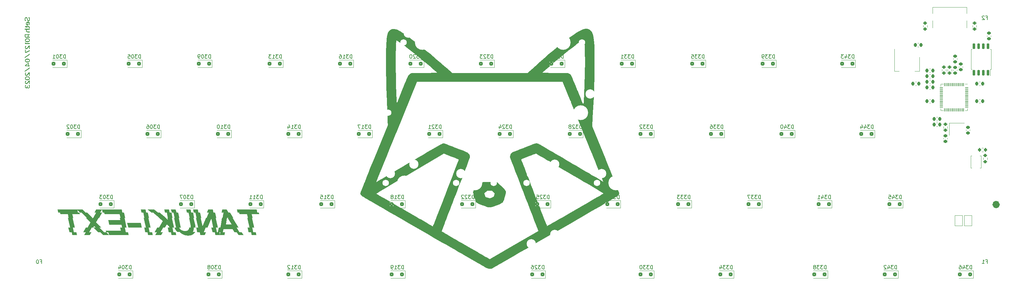
<source format=gbo>
G04 #@! TF.GenerationSoftware,KiCad,Pcbnew,7.0.2*
G04 #@! TF.CreationDate,2023-04-29T17:08:36+02:00*
G04 #@! TF.ProjectId,Tanuki_Ext_PCB,54616e75-6b69-45f4-9578-745f5043422e,rev?*
G04 #@! TF.SameCoordinates,Original*
G04 #@! TF.FileFunction,Legend,Bot*
G04 #@! TF.FilePolarity,Positive*
%FSLAX46Y46*%
G04 Gerber Fmt 4.6, Leading zero omitted, Abs format (unit mm)*
G04 Created by KiCad (PCBNEW 7.0.2) date 2023-04-29 17:08:36*
%MOMM*%
%LPD*%
G01*
G04 APERTURE LIST*
G04 Aperture macros list*
%AMRoundRect*
0 Rectangle with rounded corners*
0 $1 Rounding radius*
0 $2 $3 $4 $5 $6 $7 $8 $9 X,Y pos of 4 corners*
0 Add a 4 corners polygon primitive as box body*
4,1,4,$2,$3,$4,$5,$6,$7,$8,$9,$2,$3,0*
0 Add four circle primitives for the rounded corners*
1,1,$1+$1,$2,$3*
1,1,$1+$1,$4,$5*
1,1,$1+$1,$6,$7*
1,1,$1+$1,$8,$9*
0 Add four rect primitives between the rounded corners*
20,1,$1+$1,$2,$3,$4,$5,0*
20,1,$1+$1,$4,$5,$6,$7,0*
20,1,$1+$1,$6,$7,$8,$9,0*
20,1,$1+$1,$8,$9,$2,$3,0*%
G04 Aperture macros list end*
%ADD10C,0.150000*%
%ADD11C,0.120000*%
%ADD12C,1.000000*%
%ADD13RoundRect,0.225000X0.225000X0.250000X-0.225000X0.250000X-0.225000X-0.250000X0.225000X-0.250000X0*%
%ADD14C,1.750000*%
%ADD15C,4.000000*%
%ADD16C,2.500000*%
%ADD17R,1.524000X3.230000*%
%ADD18RoundRect,0.250000X0.300000X0.300000X-0.300000X0.300000X-0.300000X-0.300000X0.300000X-0.300000X0*%
%ADD19RoundRect,0.200000X0.275000X-0.200000X0.275000X0.200000X-0.275000X0.200000X-0.275000X-0.200000X0*%
%ADD20RoundRect,0.200000X-0.275000X0.200000X-0.275000X-0.200000X0.275000X-0.200000X0.275000X0.200000X0*%
%ADD21C,1.500000*%
%ADD22RoundRect,0.050000X0.387500X0.050000X-0.387500X0.050000X-0.387500X-0.050000X0.387500X-0.050000X0*%
%ADD23RoundRect,0.050000X0.050000X0.387500X-0.050000X0.387500X-0.050000X-0.387500X0.050000X-0.387500X0*%
%ADD24R,3.200000X3.200000*%
%ADD25RoundRect,0.225000X0.250000X-0.225000X0.250000X0.225000X-0.250000X0.225000X-0.250000X-0.225000X0*%
%ADD26R,1.500000X1.000000*%
%ADD27RoundRect,0.225000X-0.225000X-0.250000X0.225000X-0.250000X0.225000X0.250000X-0.225000X0.250000X0*%
%ADD28RoundRect,0.200000X0.200000X0.275000X-0.200000X0.275000X-0.200000X-0.275000X0.200000X-0.275000X0*%
%ADD29R,1.400000X1.200000*%
%ADD30R,1.500000X2.000000*%
%ADD31R,3.800000X2.000000*%
%ADD32RoundRect,0.150000X0.150000X-0.650000X0.150000X0.650000X-0.150000X0.650000X-0.150000X-0.650000X0*%
%ADD33C,0.650000*%
%ADD34R,0.300000X1.150000*%
%ADD35O,1.000000X1.600000*%
%ADD36O,1.000000X2.100000*%
%ADD37RoundRect,0.225000X-0.250000X0.225000X-0.250000X-0.225000X0.250000X-0.225000X0.250000X0.225000X0*%
%ADD38R,1.700000X0.900000*%
G04 APERTURE END LIST*
D10*
G36*
X80084568Y-80834421D02*
G01*
X81342907Y-80834421D01*
X81170228Y-80068476D01*
X80553026Y-80068476D01*
X80286313Y-78755426D01*
X80749642Y-78755426D01*
X80190570Y-76115649D01*
X80342733Y-76115649D01*
X80127311Y-75089830D01*
X82161854Y-75089830D01*
X82074659Y-74693179D01*
X81611330Y-74693179D01*
X81428392Y-73831490D01*
X76102677Y-73831490D01*
X76285615Y-74693179D01*
X76748944Y-74693179D01*
X76836138Y-75089830D01*
X78868972Y-75089830D01*
X79084394Y-76115649D01*
X78932230Y-76115649D01*
X79491302Y-78755426D01*
X79026264Y-78755426D01*
X79294687Y-80013765D01*
X79911889Y-80013765D01*
X80084568Y-80834421D01*
G37*
G36*
X73821937Y-74706857D02*
G01*
X74285266Y-74706857D01*
X75117890Y-76127617D01*
X74960598Y-76127617D01*
X76506166Y-78755426D01*
X76042838Y-78755426D01*
X76779718Y-80068476D01*
X77396920Y-80068476D01*
X77870507Y-80834421D01*
X76524973Y-80834421D01*
X76051386Y-80013765D01*
X75434184Y-80013765D01*
X74955468Y-79193109D01*
X72462726Y-79193109D01*
X72329369Y-80068476D01*
X72946571Y-80068476D01*
X72811505Y-80834421D01*
X71476229Y-80834421D01*
X71606166Y-80013765D01*
X70988965Y-80013765D01*
X71194129Y-78755426D01*
X71659167Y-78755426D01*
X71790515Y-77934770D01*
X73127799Y-77934770D01*
X74678497Y-77934770D01*
X73620193Y-76127617D01*
X73774066Y-76127617D01*
X73620193Y-75864324D01*
X73577450Y-76127617D01*
X73425287Y-76127617D01*
X73127799Y-77934770D01*
X71790515Y-77934770D01*
X72079753Y-76127617D01*
X72233626Y-76127617D01*
X72462726Y-74706857D01*
X71999397Y-74706857D01*
X72143012Y-73831490D01*
X73319286Y-73831490D01*
X73821937Y-74706857D01*
G37*
G36*
X66200095Y-80834421D02*
G01*
X67424240Y-80834421D01*
X67759341Y-80068476D01*
X67142140Y-80068476D01*
X67668727Y-78755426D01*
X68128637Y-78755426D01*
X69152747Y-76267813D01*
X69682754Y-78755426D01*
X69219425Y-78755426D01*
X69482719Y-80013765D01*
X70099921Y-80013765D01*
X70272600Y-80834421D01*
X71525810Y-80834421D01*
X71353131Y-80068476D01*
X70735929Y-80068476D01*
X70472635Y-78755426D01*
X70937674Y-78755426D01*
X70376892Y-76129327D01*
X70530765Y-76129327D01*
X70229858Y-74706857D01*
X69764819Y-74706857D01*
X69583591Y-73831490D01*
X68357736Y-73831490D01*
X68003829Y-74706857D01*
X68463738Y-74706857D01*
X67884150Y-76129327D01*
X67726857Y-76129327D01*
X66783103Y-78411776D01*
X66300967Y-76129327D01*
X66458260Y-76129327D01*
X66157353Y-74706857D01*
X65692314Y-74706857D01*
X65511086Y-73831490D01*
X64257876Y-73831490D01*
X64439104Y-74706857D01*
X64902433Y-74706857D01*
X65205050Y-76129327D01*
X65051177Y-76129327D01*
X65611958Y-78755426D01*
X65146920Y-78755426D01*
X65410214Y-80013765D01*
X66027415Y-80013765D01*
X66200095Y-80834421D01*
G37*
G36*
X62919181Y-80943842D02*
G01*
X63016073Y-80942393D01*
X63110988Y-80938045D01*
X63203926Y-80930799D01*
X63294887Y-80920654D01*
X63383872Y-80907611D01*
X63470880Y-80891670D01*
X63555911Y-80872829D01*
X63638965Y-80851091D01*
X63720042Y-80826454D01*
X63799142Y-80798918D01*
X63876266Y-80768484D01*
X63951412Y-80735152D01*
X64024582Y-80698921D01*
X64095775Y-80659791D01*
X64164991Y-80617764D01*
X64232230Y-80572837D01*
X64293584Y-80527882D01*
X64352624Y-80480854D01*
X64409350Y-80431752D01*
X64463761Y-80380576D01*
X64515859Y-80327327D01*
X64565642Y-80272003D01*
X64613111Y-80214607D01*
X64658266Y-80155136D01*
X64701107Y-80093592D01*
X64741634Y-80029974D01*
X64767367Y-79986410D01*
X64141616Y-79986410D01*
X64178261Y-79928494D01*
X64212542Y-79869296D01*
X64259531Y-79778094D01*
X64287901Y-79715690D01*
X64313907Y-79652004D01*
X64337549Y-79587035D01*
X64358827Y-79520784D01*
X64377740Y-79453251D01*
X64394290Y-79384435D01*
X64408475Y-79314338D01*
X64420296Y-79242958D01*
X64429753Y-79170296D01*
X64436845Y-79096351D01*
X64441574Y-79021124D01*
X64443938Y-78944615D01*
X64444233Y-78905880D01*
X64444233Y-78782781D01*
X64912691Y-78782781D01*
X64911676Y-78712310D01*
X64908631Y-78641090D01*
X64903555Y-78569122D01*
X64896449Y-78496407D01*
X64887313Y-78422943D01*
X64876146Y-78348731D01*
X64862949Y-78273772D01*
X64847722Y-78198064D01*
X64392942Y-76134456D01*
X64548525Y-76134456D01*
X64245908Y-74706857D01*
X63791128Y-74706857D01*
X63611609Y-73831490D01*
X62366948Y-73831490D01*
X62548176Y-74706857D01*
X63013214Y-74706857D01*
X63312412Y-76134456D01*
X63156829Y-76134456D01*
X63582545Y-78198064D01*
X63596336Y-78272972D01*
X63607789Y-78345960D01*
X63616905Y-78417027D01*
X63623684Y-78486175D01*
X63628733Y-78566618D01*
X63630416Y-78644296D01*
X63630416Y-78714821D01*
X63630416Y-78782781D01*
X63161958Y-78782781D01*
X63159420Y-78857447D01*
X63151807Y-78929281D01*
X63139118Y-78998284D01*
X63121353Y-79064454D01*
X63092009Y-79143186D01*
X63054735Y-79217493D01*
X63009530Y-79287375D01*
X62999537Y-79300820D01*
X62943768Y-79369567D01*
X62880966Y-79431552D01*
X62811133Y-79486775D01*
X62734266Y-79535236D01*
X62650367Y-79576935D01*
X62559436Y-79611872D01*
X62461472Y-79640047D01*
X62392256Y-79655074D01*
X62319914Y-79667095D01*
X62244447Y-79676111D01*
X62165854Y-79682122D01*
X62084136Y-79685127D01*
X62042105Y-79685503D01*
X61958997Y-79684000D01*
X61877653Y-79679492D01*
X61798072Y-79671979D01*
X61720254Y-79661460D01*
X61644199Y-79647936D01*
X61569907Y-79631407D01*
X61497378Y-79611872D01*
X61426613Y-79589332D01*
X61357610Y-79563787D01*
X61290371Y-79535236D01*
X61224895Y-79503680D01*
X61161182Y-79469119D01*
X61099232Y-79431552D01*
X61039045Y-79390980D01*
X60980622Y-79347403D01*
X60923961Y-79300820D01*
X60863801Y-79245976D01*
X60806419Y-79188301D01*
X60751816Y-79127793D01*
X60699990Y-79064454D01*
X60650943Y-78998284D01*
X60604675Y-78929281D01*
X60561184Y-78857447D01*
X60520472Y-78782781D01*
X60983801Y-78782781D01*
X60952679Y-78717546D01*
X60923427Y-78650066D01*
X60896045Y-78580342D01*
X60870533Y-78508375D01*
X60846891Y-78434163D01*
X60825119Y-78357707D01*
X60805217Y-78279008D01*
X60787185Y-78198064D01*
X60352921Y-76134456D01*
X60505085Y-76134456D01*
X60204177Y-74706857D01*
X59739139Y-74706857D01*
X59557911Y-73831490D01*
X58299572Y-73831490D01*
X58480800Y-74706857D01*
X58945838Y-74706857D01*
X59246745Y-76134456D01*
X59094582Y-76134456D01*
X59528846Y-78198064D01*
X59545302Y-78273772D01*
X59563040Y-78348731D01*
X59582060Y-78422943D01*
X59602363Y-78496407D01*
X59623948Y-78569122D01*
X59646815Y-78641090D01*
X59670965Y-78712310D01*
X59696397Y-78782781D01*
X59233068Y-78782781D01*
X59269399Y-78869629D01*
X59307867Y-78954927D01*
X59348473Y-79038675D01*
X59391215Y-79120875D01*
X59436095Y-79201524D01*
X59483112Y-79280625D01*
X59532265Y-79358176D01*
X59583556Y-79434177D01*
X59636984Y-79508629D01*
X59692550Y-79581532D01*
X59750252Y-79652885D01*
X59810092Y-79722689D01*
X59872068Y-79790943D01*
X59936182Y-79857648D01*
X60002433Y-79922804D01*
X60070821Y-79986410D01*
X60688023Y-79986410D01*
X60753208Y-80051410D01*
X60819896Y-80114337D01*
X60888087Y-80175190D01*
X60957781Y-80233969D01*
X61028977Y-80290675D01*
X61101676Y-80345307D01*
X61175878Y-80397865D01*
X61251582Y-80448350D01*
X61328789Y-80496761D01*
X61407499Y-80543098D01*
X61460807Y-80572837D01*
X61545644Y-80617764D01*
X61631323Y-80659791D01*
X61717843Y-80698921D01*
X61805205Y-80735152D01*
X61893408Y-80768484D01*
X61982452Y-80798918D01*
X62072339Y-80826454D01*
X62163066Y-80851091D01*
X62254635Y-80872829D01*
X62347046Y-80891670D01*
X62440298Y-80907611D01*
X62534392Y-80920654D01*
X62629327Y-80930799D01*
X62725103Y-80938045D01*
X62821721Y-80942393D01*
X62919181Y-80943842D01*
G37*
G36*
X54018483Y-80834421D02*
G01*
X55611923Y-80834421D01*
X56066704Y-80068476D01*
X55449502Y-80068476D01*
X56167576Y-78755426D01*
X56630905Y-78755426D01*
X57125008Y-77883479D01*
X57769565Y-78415196D01*
X57846501Y-78755426D01*
X57383173Y-78755426D01*
X57646466Y-80013765D01*
X58263668Y-80013765D01*
X58434638Y-80834421D01*
X59694687Y-80834421D01*
X59522007Y-80068476D01*
X58904806Y-80068476D01*
X58641512Y-78755426D01*
X59101421Y-78755426D01*
X58540639Y-76125908D01*
X58697932Y-76125908D01*
X58397025Y-74706857D01*
X57933696Y-74706857D01*
X57750758Y-73831490D01*
X56492419Y-73831490D01*
X56675357Y-74706857D01*
X57138685Y-74706857D01*
X57439593Y-76125908D01*
X57287429Y-76125908D01*
X57391721Y-76633689D01*
X56779648Y-76125908D01*
X56933521Y-76125908D01*
X55220402Y-74706857D01*
X54755364Y-74706857D01*
X53717576Y-73831490D01*
X51937778Y-73831490D01*
X52975566Y-74706857D01*
X53440605Y-74706857D01*
X55157143Y-76125908D01*
X55004980Y-76125908D01*
X56037639Y-76982467D01*
X55037464Y-78755426D01*
X54574136Y-78755426D01*
X53856062Y-80013765D01*
X54473263Y-80013765D01*
X54018483Y-80834421D01*
G37*
G36*
X52076264Y-80834421D02*
G01*
X53331184Y-80834421D01*
X53158504Y-80068476D01*
X52541302Y-80068476D01*
X52272879Y-78755426D01*
X52737918Y-78755426D01*
X52177136Y-76125908D01*
X52331009Y-76125908D01*
X52028392Y-74706857D01*
X51570193Y-74706857D01*
X51387255Y-73831490D01*
X50134045Y-73831490D01*
X50315273Y-74706857D01*
X50775182Y-74706857D01*
X51076090Y-76125908D01*
X50923926Y-76125908D01*
X51482998Y-78755426D01*
X51019669Y-78755426D01*
X51288092Y-80013765D01*
X51905294Y-80013765D01*
X52076264Y-80834421D01*
G37*
G36*
X46712935Y-78755426D02*
G01*
X50411016Y-78755426D01*
X50142593Y-77497087D01*
X46444512Y-77497087D01*
X46712935Y-78755426D01*
G37*
G36*
X41535964Y-80834421D02*
G01*
X46861679Y-80834421D01*
X46689000Y-80022314D01*
X46071798Y-80022314D01*
X45808504Y-78770813D01*
X46271833Y-78770813D01*
X45712761Y-76132746D01*
X45864924Y-76132746D01*
X45564017Y-74688050D01*
X45104108Y-74688050D01*
X44922879Y-73831490D01*
X39592035Y-73831490D01*
X39774973Y-74688050D01*
X40238302Y-74688050D01*
X40323787Y-75089830D01*
X44396292Y-75089830D01*
X44611714Y-76132746D01*
X44459551Y-76132746D01*
X44582649Y-76731141D01*
X41320542Y-76731141D01*
X41587255Y-77989481D01*
X44851072Y-77989481D01*
X45018623Y-78770813D01*
X44555294Y-78770813D01*
X44726264Y-79576082D01*
X40655468Y-79576082D01*
X40746083Y-80022314D01*
X41363284Y-80022314D01*
X41535964Y-80834421D01*
G37*
G36*
X34768972Y-80834421D02*
G01*
X36340186Y-80834421D01*
X36769321Y-80068476D01*
X36152119Y-80068476D01*
X36827450Y-78728071D01*
X37290779Y-78728071D01*
X37487394Y-78358776D01*
X37846431Y-78728071D01*
X37383103Y-78728071D01*
X38593570Y-80068476D01*
X39210772Y-80068476D01*
X39985266Y-80834421D01*
X41554771Y-80834421D01*
X40780277Y-80068476D01*
X40163075Y-80068476D01*
X38952607Y-78728071D01*
X39415936Y-78728071D01*
X38051595Y-77326117D01*
X38697862Y-76129327D01*
X38851735Y-76129327D01*
X39607422Y-74679502D01*
X39147513Y-74679502D01*
X39607422Y-73831490D01*
X38043047Y-73831490D01*
X37578009Y-74706857D01*
X38037918Y-74706857D01*
X37282230Y-76129327D01*
X37128357Y-76129327D01*
X37042872Y-76290039D01*
X36889000Y-76129327D01*
X37042872Y-76129327D01*
X35683661Y-74679502D01*
X35220332Y-74679502D01*
X34391128Y-73831490D01*
X32826752Y-73831490D01*
X33650828Y-74706857D01*
X34114157Y-74706857D01*
X35473368Y-76129327D01*
X35319495Y-76129327D01*
X36482091Y-77326117D01*
X35721274Y-78728071D01*
X35263075Y-78728071D01*
X34582614Y-80068476D01*
X35199816Y-80068476D01*
X34768972Y-80834421D01*
G37*
G36*
X31583801Y-80834421D02*
G01*
X32842140Y-80834421D01*
X32669460Y-80068476D01*
X32052258Y-80068476D01*
X31785545Y-78755426D01*
X32248874Y-78755426D01*
X31689802Y-76115649D01*
X31841965Y-76115649D01*
X31626543Y-75089830D01*
X33661086Y-75089830D01*
X33573891Y-74693179D01*
X33110563Y-74693179D01*
X32927625Y-73831490D01*
X27601909Y-73831490D01*
X27784847Y-74693179D01*
X28248176Y-74693179D01*
X28335371Y-75089830D01*
X30368204Y-75089830D01*
X30583626Y-76115649D01*
X30431463Y-76115649D01*
X30990535Y-78755426D01*
X30525496Y-78755426D01*
X30793919Y-80013765D01*
X31411121Y-80013765D01*
X31583801Y-80834421D01*
G37*
G36*
X19508116Y-22172274D02*
G01*
X19502157Y-22141872D01*
X19495637Y-22112458D01*
X19488556Y-22084032D01*
X19480913Y-22056595D01*
X19472710Y-22030146D01*
X19463946Y-22004686D01*
X19454621Y-21980214D01*
X19444735Y-21956730D01*
X19434288Y-21934235D01*
X19423280Y-21912728D01*
X19411711Y-21892210D01*
X19399581Y-21872680D01*
X19386890Y-21854139D01*
X19373637Y-21836586D01*
X19359824Y-21820021D01*
X19345450Y-21804445D01*
X19330750Y-21789834D01*
X19315958Y-21776166D01*
X19301074Y-21763441D01*
X19278577Y-21746120D01*
X19255874Y-21730920D01*
X19232965Y-21717841D01*
X19209850Y-21706883D01*
X19186528Y-21698046D01*
X19163001Y-21691330D01*
X19139267Y-21686734D01*
X19115328Y-21684260D01*
X19099254Y-21683789D01*
X19075904Y-21684785D01*
X19056314Y-21687137D01*
X19036605Y-21690872D01*
X19016777Y-21695990D01*
X18996830Y-21702492D01*
X18976763Y-21710378D01*
X18972736Y-21712121D01*
X18952481Y-21721726D01*
X18932321Y-21732834D01*
X18912257Y-21745444D01*
X18892288Y-21759557D01*
X18876382Y-21771930D01*
X18860537Y-21785264D01*
X18844752Y-21799560D01*
X18829235Y-21815314D01*
X18814436Y-21832777D01*
X18800354Y-21851950D01*
X18786989Y-21872833D01*
X18774342Y-21895425D01*
X18765327Y-21913492D01*
X18756716Y-21932520D01*
X18748509Y-21952509D01*
X18740705Y-21973461D01*
X18733459Y-21995324D01*
X18726926Y-22017865D01*
X18721106Y-22041085D01*
X18715998Y-22064983D01*
X18711603Y-22089560D01*
X18707921Y-22114814D01*
X18704952Y-22140748D01*
X18702695Y-22167359D01*
X18701151Y-22194649D01*
X18700319Y-22222617D01*
X18700161Y-22241639D01*
X18700319Y-22263815D01*
X18700794Y-22285586D01*
X18701586Y-22306951D01*
X18702695Y-22327911D01*
X18704120Y-22348465D01*
X18705862Y-22368613D01*
X18707921Y-22388356D01*
X18712989Y-22426626D01*
X18719324Y-22463274D01*
X18726926Y-22498300D01*
X18735795Y-22531704D01*
X18745931Y-22563486D01*
X18757335Y-22593646D01*
X18770005Y-22622185D01*
X18783942Y-22649101D01*
X18799146Y-22674395D01*
X18815617Y-22698068D01*
X18833355Y-22720118D01*
X18852360Y-22740547D01*
X18862338Y-22750153D01*
X18880224Y-22760788D01*
X18899810Y-22761917D01*
X18918647Y-22754941D01*
X18933657Y-22744780D01*
X18949868Y-22732415D01*
X18962478Y-22722798D01*
X18978805Y-22710433D01*
X18995364Y-22698068D01*
X19012156Y-22685703D01*
X19021584Y-22678834D01*
X19037584Y-22667213D01*
X19053527Y-22655123D01*
X19054313Y-22654410D01*
X19070301Y-22641400D01*
X19085087Y-22628520D01*
X19095346Y-22616308D01*
X19082769Y-22601201D01*
X19076295Y-22597257D01*
X19059747Y-22586571D01*
X19042833Y-22574054D01*
X19027733Y-22561599D01*
X19012353Y-22547741D01*
X19007907Y-22543524D01*
X18994128Y-22528915D01*
X18979903Y-22510734D01*
X18967707Y-22492855D01*
X18955202Y-22472495D01*
X18944974Y-22454421D01*
X18934548Y-22434759D01*
X18929260Y-22424333D01*
X18919300Y-22402947D01*
X18910668Y-22381041D01*
X18903363Y-22358616D01*
X18897387Y-22335673D01*
X18892739Y-22312210D01*
X18889418Y-22288229D01*
X18887426Y-22263728D01*
X18886762Y-22238709D01*
X18887333Y-22213000D01*
X18889046Y-22188082D01*
X18891901Y-22163953D01*
X18895898Y-22140614D01*
X18901038Y-22118066D01*
X18907319Y-22096307D01*
X18914742Y-22075339D01*
X18923307Y-22055160D01*
X18933014Y-22035771D01*
X18943864Y-22017173D01*
X18951731Y-22005212D01*
X18963963Y-21988364D01*
X18976478Y-21973173D01*
X18993605Y-21955496D01*
X19011236Y-21940765D01*
X19029371Y-21928980D01*
X19048010Y-21920141D01*
X19067153Y-21914249D01*
X19086799Y-21911303D01*
X19096811Y-21910935D01*
X19118724Y-21912797D01*
X19140012Y-21918384D01*
X19160673Y-21927696D01*
X19180709Y-21940732D01*
X19200118Y-21957493D01*
X19214265Y-21972509D01*
X19228059Y-21989619D01*
X19241502Y-22008824D01*
X19254592Y-22030125D01*
X19266960Y-22052422D01*
X19278417Y-22074615D01*
X19288964Y-22096706D01*
X19298601Y-22118694D01*
X19307328Y-22140578D01*
X19315145Y-22162360D01*
X19322052Y-22184038D01*
X19328048Y-22205614D01*
X19333134Y-22227086D01*
X19337310Y-22248455D01*
X19339588Y-22262644D01*
X19347404Y-22324193D01*
X19353327Y-22354821D01*
X19359739Y-22384422D01*
X19366638Y-22412997D01*
X19374027Y-22440545D01*
X19381904Y-22467066D01*
X19390269Y-22492561D01*
X19399123Y-22517029D01*
X19408465Y-22540471D01*
X19418296Y-22562886D01*
X19428615Y-22584274D01*
X19439423Y-22604636D01*
X19450719Y-22623971D01*
X19462504Y-22642280D01*
X19474777Y-22659562D01*
X19487539Y-22675817D01*
X19500789Y-22691046D01*
X19514365Y-22705361D01*
X19535038Y-22725102D01*
X19556079Y-22742765D01*
X19577490Y-22758349D01*
X19599270Y-22771856D01*
X19621419Y-22783285D01*
X19643938Y-22792636D01*
X19666826Y-22799909D01*
X19690083Y-22805104D01*
X19713709Y-22808221D01*
X19737704Y-22809260D01*
X19760831Y-22808350D01*
X19783683Y-22805619D01*
X19806260Y-22801068D01*
X19828563Y-22794697D01*
X19846938Y-22787997D01*
X19857872Y-22783370D01*
X19875932Y-22774669D01*
X19894088Y-22764441D01*
X19912340Y-22752687D01*
X19930687Y-22739406D01*
X19949129Y-22724599D01*
X19963951Y-22711654D01*
X19975108Y-22701304D01*
X19989534Y-22686169D01*
X20003257Y-22669095D01*
X20016279Y-22650082D01*
X20028598Y-22629131D01*
X20040214Y-22606241D01*
X20048466Y-22587801D01*
X20056323Y-22568270D01*
X20063785Y-22547649D01*
X20070852Y-22525938D01*
X20077312Y-22503282D01*
X20083136Y-22479828D01*
X20088325Y-22455575D01*
X20092879Y-22430523D01*
X20096798Y-22404673D01*
X20100081Y-22378024D01*
X20102728Y-22350577D01*
X20104740Y-22322331D01*
X20106117Y-22293287D01*
X20106682Y-22273480D01*
X20106964Y-22253319D01*
X20107000Y-22243105D01*
X20106828Y-22222050D01*
X20106313Y-22201263D01*
X20105454Y-22180743D01*
X20104252Y-22160490D01*
X20102706Y-22140504D01*
X20100817Y-22120785D01*
X20098585Y-22101333D01*
X20094592Y-22072657D01*
X20089826Y-22044581D01*
X20084288Y-22017107D01*
X20077977Y-21990233D01*
X20070893Y-21963961D01*
X20063036Y-21938290D01*
X20054904Y-21913735D01*
X20046996Y-21890811D01*
X20039311Y-21869519D01*
X20031849Y-21849859D01*
X20022247Y-21826182D01*
X20013042Y-21805406D01*
X20004234Y-21787531D01*
X19993782Y-21769265D01*
X19987809Y-21760481D01*
X19973988Y-21742613D01*
X19960307Y-21726194D01*
X19946766Y-21711224D01*
X19931463Y-21695890D01*
X19925771Y-21690628D01*
X19904834Y-21687465D01*
X19884913Y-21696090D01*
X19868130Y-21707236D01*
X19850759Y-21720333D01*
X19833509Y-21733340D01*
X19817580Y-21745349D01*
X19806581Y-21753642D01*
X19788649Y-21767083D01*
X19770972Y-21780409D01*
X19753921Y-21793423D01*
X19742101Y-21802979D01*
X19725922Y-21814847D01*
X19709703Y-21827746D01*
X19700579Y-21838150D01*
X19713295Y-21854392D01*
X19717188Y-21857690D01*
X19733919Y-21872222D01*
X19749159Y-21886340D01*
X19764960Y-21901768D01*
X19778951Y-21916033D01*
X19788507Y-21926078D01*
X19803270Y-21943474D01*
X19816019Y-21961041D01*
X19829173Y-21981399D01*
X19839989Y-21999694D01*
X19851064Y-22019775D01*
X19862398Y-22041643D01*
X19871069Y-22059215D01*
X19873992Y-22065296D01*
X19882285Y-22083840D01*
X19889763Y-22102471D01*
X19896424Y-22121187D01*
X19902271Y-22139989D01*
X19907301Y-22158876D01*
X19912739Y-22184194D01*
X19916727Y-22209664D01*
X19919265Y-22235286D01*
X19920353Y-22261061D01*
X19920398Y-22267529D01*
X19919900Y-22290881D01*
X19918406Y-22313674D01*
X19915916Y-22335909D01*
X19912430Y-22357586D01*
X19907947Y-22378705D01*
X19902469Y-22399266D01*
X19895995Y-22419268D01*
X19888524Y-22438713D01*
X19880058Y-22457599D01*
X19870595Y-22475927D01*
X19863734Y-22487836D01*
X19852851Y-22504685D01*
X19837540Y-22524571D01*
X19821314Y-22541512D01*
X19804171Y-22555506D01*
X19786112Y-22566554D01*
X19767137Y-22574656D01*
X19747247Y-22579812D01*
X19726441Y-22582022D01*
X19721096Y-22582114D01*
X19693234Y-22579066D01*
X19667166Y-22569921D01*
X19642893Y-22554680D01*
X19627708Y-22541132D01*
X19613320Y-22524874D01*
X19599730Y-22505907D01*
X19586938Y-22484231D01*
X19574944Y-22459845D01*
X19563747Y-22432749D01*
X19553347Y-22402944D01*
X19543745Y-22370429D01*
X19534941Y-22335204D01*
X19526935Y-22297270D01*
X19523230Y-22277287D01*
X19519726Y-22256627D01*
X19516420Y-22235289D01*
X19508116Y-22172274D01*
G37*
G36*
X19616537Y-22915351D02*
G01*
X19644190Y-22917085D01*
X19671186Y-22919976D01*
X19697526Y-22924023D01*
X19723210Y-22929227D01*
X19748237Y-22935587D01*
X19772608Y-22943103D01*
X19796323Y-22951775D01*
X19819381Y-22961604D01*
X19841782Y-22972590D01*
X19863528Y-22984731D01*
X19884616Y-22998029D01*
X19905049Y-23012483D01*
X19924825Y-23028094D01*
X19943945Y-23044861D01*
X19962408Y-23062784D01*
X19979917Y-23081663D01*
X19996296Y-23101176D01*
X20011546Y-23121322D01*
X20025667Y-23142102D01*
X20038657Y-23163515D01*
X20050518Y-23185562D01*
X20061250Y-23208242D01*
X20070852Y-23231556D01*
X20079324Y-23255503D01*
X20086666Y-23280084D01*
X20092879Y-23305298D01*
X20097963Y-23331146D01*
X20101916Y-23357627D01*
X20104740Y-23384742D01*
X20106435Y-23412490D01*
X20107000Y-23440872D01*
X20106271Y-23475646D01*
X20104084Y-23509382D01*
X20100439Y-23542080D01*
X20095337Y-23573740D01*
X20088777Y-23604362D01*
X20080759Y-23633946D01*
X20071283Y-23662492D01*
X20060349Y-23690000D01*
X20047958Y-23716469D01*
X20034108Y-23741901D01*
X20018801Y-23766295D01*
X20002036Y-23789651D01*
X19983813Y-23811968D01*
X19964133Y-23833248D01*
X19942994Y-23853490D01*
X19920398Y-23872693D01*
X19911481Y-23879541D01*
X19892554Y-23886859D01*
X19884739Y-23878066D01*
X19873625Y-23861580D01*
X19862757Y-23845338D01*
X19852743Y-23831660D01*
X19840885Y-23814521D01*
X19828563Y-23796489D01*
X19817669Y-23780799D01*
X19806296Y-23764633D01*
X19793880Y-23748129D01*
X19788156Y-23739527D01*
X19777184Y-23721829D01*
X19769456Y-23703677D01*
X19783133Y-23690000D01*
X19796811Y-23678764D01*
X19803657Y-23675271D01*
X19821235Y-23665087D01*
X19833243Y-23654855D01*
X19849803Y-23638692D01*
X19864619Y-23621550D01*
X19877692Y-23603430D01*
X19889022Y-23584330D01*
X19898609Y-23564252D01*
X19906453Y-23543194D01*
X19912554Y-23521158D01*
X19916912Y-23498143D01*
X19919526Y-23474149D01*
X19920398Y-23449176D01*
X19919980Y-23433048D01*
X19917786Y-23409515D01*
X19913712Y-23386772D01*
X19907757Y-23364819D01*
X19899922Y-23343656D01*
X19890206Y-23323282D01*
X19878610Y-23303699D01*
X19865133Y-23284906D01*
X19849776Y-23266902D01*
X19832538Y-23249689D01*
X19813420Y-23233265D01*
X19805484Y-23227165D01*
X19785660Y-23213033D01*
X19765861Y-23200499D01*
X19746085Y-23189563D01*
X19726334Y-23180225D01*
X19706606Y-23172485D01*
X19686902Y-23166343D01*
X19672247Y-23166343D01*
X19670350Y-23179161D01*
X19669663Y-23199792D01*
X19669388Y-23221637D01*
X19669316Y-23244012D01*
X19669316Y-23872693D01*
X19669301Y-23878108D01*
X19668935Y-23898167D01*
X19667790Y-23919634D01*
X19665408Y-23940104D01*
X19663462Y-23949618D01*
X19656127Y-23967948D01*
X19639519Y-23975275D01*
X19634267Y-23975979D01*
X19613681Y-23977181D01*
X19593699Y-23977601D01*
X19572108Y-23977718D01*
X19545355Y-23977117D01*
X19519076Y-23975313D01*
X19493271Y-23972308D01*
X19467938Y-23968101D01*
X19443079Y-23962691D01*
X19418693Y-23956079D01*
X19394780Y-23948265D01*
X19371340Y-23939249D01*
X19348374Y-23929031D01*
X19325880Y-23917611D01*
X19303860Y-23904989D01*
X19282314Y-23891164D01*
X19261240Y-23876137D01*
X19240640Y-23859909D01*
X19220512Y-23842478D01*
X19200859Y-23823845D01*
X19181989Y-23804395D01*
X19164337Y-23784392D01*
X19147902Y-23763835D01*
X19132684Y-23742725D01*
X19118684Y-23721062D01*
X19105901Y-23698846D01*
X19094336Y-23676076D01*
X19083988Y-23652752D01*
X19074858Y-23628876D01*
X19066945Y-23604446D01*
X19060249Y-23579462D01*
X19054771Y-23553926D01*
X19050510Y-23527836D01*
X19047466Y-23501192D01*
X19045640Y-23473995D01*
X19045032Y-23446245D01*
X19231633Y-23446245D01*
X19232034Y-23461837D01*
X19234138Y-23484616D01*
X19238045Y-23506665D01*
X19243755Y-23527984D01*
X19251268Y-23548573D01*
X19260584Y-23568433D01*
X19271704Y-23587563D01*
X19284627Y-23605962D01*
X19299353Y-23623632D01*
X19315883Y-23640572D01*
X19334215Y-23656782D01*
X19341361Y-23662831D01*
X19359777Y-23676918D01*
X19378980Y-23689526D01*
X19398970Y-23700656D01*
X19419748Y-23710306D01*
X19441312Y-23718478D01*
X19463664Y-23725170D01*
X19479784Y-23725170D01*
X19480139Y-23724650D01*
X19482154Y-23704957D01*
X19482612Y-23684762D01*
X19482715Y-23665087D01*
X19482715Y-23227404D01*
X19482715Y-23205988D01*
X19482715Y-23184327D01*
X19482715Y-23164389D01*
X19466595Y-23166831D01*
X19457501Y-23169390D01*
X19435333Y-23176806D01*
X19413976Y-23185676D01*
X19393430Y-23196002D01*
X19373695Y-23207782D01*
X19354771Y-23221017D01*
X19336658Y-23235708D01*
X19323940Y-23246777D01*
X19306402Y-23263903D01*
X19290709Y-23281656D01*
X19276863Y-23300036D01*
X19264864Y-23319042D01*
X19254710Y-23338676D01*
X19246402Y-23358936D01*
X19239941Y-23379823D01*
X19235325Y-23401337D01*
X19232556Y-23423478D01*
X19231633Y-23446245D01*
X19045032Y-23446245D01*
X19045635Y-23418842D01*
X19047443Y-23391955D01*
X19050458Y-23365582D01*
X19054679Y-23339725D01*
X19060106Y-23314383D01*
X19066739Y-23289556D01*
X19074577Y-23265244D01*
X19083622Y-23241448D01*
X19093873Y-23218166D01*
X19105329Y-23195400D01*
X19117992Y-23173149D01*
X19131860Y-23151413D01*
X19146934Y-23130193D01*
X19163215Y-23109488D01*
X19180701Y-23089298D01*
X19199393Y-23069623D01*
X19219001Y-23050871D01*
X19239235Y-23033330D01*
X19260095Y-23016998D01*
X19281581Y-23001876D01*
X19303692Y-22987964D01*
X19326430Y-22975261D01*
X19349793Y-22963768D01*
X19373782Y-22953485D01*
X19398398Y-22944412D01*
X19423639Y-22936548D01*
X19449505Y-22929895D01*
X19475998Y-22924451D01*
X19503117Y-22920217D01*
X19530861Y-22917192D01*
X19559231Y-22915378D01*
X19588228Y-22914773D01*
X19616537Y-22915351D01*
G37*
G36*
X18987879Y-24395861D02*
G01*
X19009647Y-24396045D01*
X19030107Y-24396895D01*
X19040147Y-24398792D01*
X19044097Y-24418301D01*
X19044955Y-24439825D01*
X19045032Y-24450572D01*
X19045032Y-24565366D01*
X19045215Y-24586951D01*
X19046065Y-24606560D01*
X19047963Y-24614703D01*
X19058709Y-24614703D01*
X19217956Y-24614703D01*
X19231633Y-24602491D01*
X19231633Y-24395861D01*
X19254606Y-24395861D01*
X19274352Y-24395861D01*
X19300173Y-24395861D01*
X19323526Y-24395861D01*
X19350296Y-24395861D01*
X19370042Y-24395861D01*
X19391306Y-24395861D01*
X19414089Y-24395861D01*
X19426050Y-24395861D01*
X19644404Y-24395861D01*
X19665033Y-24395993D01*
X19687427Y-24396496D01*
X19707245Y-24397378D01*
X19727110Y-24398884D01*
X19745520Y-24401235D01*
X19766697Y-24406390D01*
X19786507Y-24412821D01*
X19804951Y-24420526D01*
X19830056Y-24434474D01*
X19852086Y-24451289D01*
X19871043Y-24470973D01*
X19886925Y-24493524D01*
X19899734Y-24518944D01*
X19906565Y-24537483D01*
X19912030Y-24557297D01*
X19916128Y-24578386D01*
X19918861Y-24600750D01*
X19920227Y-24624388D01*
X19920398Y-24636685D01*
X19920205Y-24656228D01*
X19919244Y-24676817D01*
X19917956Y-24686510D01*
X19917956Y-24703119D01*
X19937457Y-24707737D01*
X19959081Y-24708487D01*
X19961431Y-24708492D01*
X20062547Y-24708492D01*
X20084035Y-24706715D01*
X20102658Y-24697871D01*
X20107000Y-24686022D01*
X20107000Y-24645478D01*
X20107000Y-24630823D01*
X20106654Y-24602567D01*
X20105618Y-24575197D01*
X20103891Y-24548712D01*
X20101474Y-24523112D01*
X20098365Y-24498398D01*
X20094566Y-24474569D01*
X20090076Y-24451625D01*
X20084896Y-24429567D01*
X20079024Y-24408394D01*
X20072462Y-24388107D01*
X20065209Y-24368705D01*
X20057266Y-24350188D01*
X20048631Y-24332557D01*
X20034384Y-24307770D01*
X20018584Y-24284975D01*
X20000922Y-24264198D01*
X19981277Y-24245465D01*
X19959649Y-24228775D01*
X19936037Y-24214129D01*
X19910442Y-24201527D01*
X19892276Y-24194261D01*
X19873229Y-24187903D01*
X19853300Y-24182453D01*
X19832490Y-24177912D01*
X19810798Y-24174279D01*
X19788225Y-24171554D01*
X19764770Y-24169737D01*
X19740433Y-24168829D01*
X19727935Y-24168715D01*
X19649777Y-24168715D01*
X19414815Y-24168715D01*
X19393973Y-24168694D01*
X19374431Y-24168632D01*
X19347559Y-24168458D01*
X19323615Y-24168191D01*
X19302600Y-24167829D01*
X19279133Y-24167199D01*
X19257120Y-24166176D01*
X19237495Y-24163342D01*
X19232097Y-24144460D01*
X19231633Y-24130614D01*
X19231633Y-24079811D01*
X19231096Y-24059826D01*
X19229191Y-24051967D01*
X19217956Y-24051967D01*
X19058709Y-24051967D01*
X19046114Y-24067109D01*
X19045032Y-24081277D01*
X19045032Y-24128171D01*
X19042136Y-24148186D01*
X19034773Y-24159434D01*
X19016186Y-24166676D01*
X18996519Y-24168570D01*
X18987879Y-24168715D01*
X18835960Y-24168715D01*
X18815638Y-24169526D01*
X18795843Y-24173387D01*
X18789065Y-24177020D01*
X18780375Y-24196031D01*
X18778413Y-24216627D01*
X18778318Y-24223426D01*
X18778318Y-24338220D01*
X18778654Y-24358675D01*
X18780213Y-24378626D01*
X18783692Y-24390000D01*
X18802874Y-24394739D01*
X18824885Y-24395770D01*
X18835960Y-24395861D01*
X18987879Y-24395861D01*
G37*
G36*
X19067013Y-25095861D02*
G01*
X19089179Y-25095933D01*
X19111023Y-25096208D01*
X19132082Y-25096895D01*
X19146637Y-25098792D01*
X19140314Y-25117344D01*
X19138332Y-25120774D01*
X19123563Y-25142046D01*
X19110763Y-25164097D01*
X19099933Y-25186926D01*
X19091071Y-25210533D01*
X19084179Y-25234919D01*
X19079256Y-25260084D01*
X19076302Y-25286027D01*
X19075379Y-25305996D01*
X19075318Y-25312749D01*
X19075318Y-25323984D01*
X19075665Y-25350566D01*
X19076707Y-25376395D01*
X19078443Y-25401472D01*
X19080874Y-25425795D01*
X19084000Y-25449366D01*
X19087820Y-25472184D01*
X19092335Y-25494250D01*
X19097544Y-25515562D01*
X19103448Y-25536122D01*
X19110046Y-25555929D01*
X19117339Y-25574983D01*
X19125326Y-25593285D01*
X19134009Y-25610834D01*
X19153456Y-25643673D01*
X19175682Y-25673501D01*
X19200687Y-25700318D01*
X19228469Y-25724124D01*
X19259030Y-25744919D01*
X19292369Y-25762703D01*
X19328487Y-25777476D01*
X19347587Y-25783733D01*
X19367383Y-25789238D01*
X19387872Y-25793989D01*
X19409056Y-25797988D01*
X19430935Y-25801235D01*
X19450782Y-25803061D01*
X19473685Y-25804509D01*
X19495107Y-25805427D01*
X19518651Y-25806083D01*
X19539015Y-25806419D01*
X19560737Y-25806587D01*
X19572108Y-25806608D01*
X19593317Y-25806608D01*
X19613360Y-25806608D01*
X19639937Y-25806608D01*
X19664157Y-25806608D01*
X19692052Y-25806608D01*
X19712690Y-25806608D01*
X19734962Y-25806608D01*
X19758868Y-25806608D01*
X19784406Y-25806608D01*
X19797788Y-25806608D01*
X19824120Y-25806608D01*
X19848774Y-25806608D01*
X19871748Y-25806608D01*
X19893043Y-25806608D01*
X19912659Y-25806608D01*
X19938934Y-25806608D01*
X19961431Y-25806608D01*
X19985550Y-25806608D01*
X20006253Y-25806608D01*
X20017607Y-25806608D01*
X20040395Y-25806465D01*
X20063018Y-25805915D01*
X20082900Y-25804753D01*
X20101626Y-25800746D01*
X20105971Y-25781564D01*
X20106916Y-25759553D01*
X20107000Y-25748478D01*
X20107000Y-25635150D01*
X20105568Y-25614198D01*
X20099429Y-25595519D01*
X20092345Y-25588255D01*
X20072054Y-25582562D01*
X20051232Y-25580501D01*
X20031448Y-25579677D01*
X20012233Y-25579462D01*
X19581877Y-25579462D01*
X19559256Y-25579325D01*
X19538103Y-25578913D01*
X19518418Y-25578226D01*
X19494455Y-25576882D01*
X19473103Y-25575051D01*
X19450084Y-25572074D01*
X19427844Y-25567494D01*
X19416281Y-25563831D01*
X19397589Y-25557394D01*
X19371811Y-25545815D01*
X19348748Y-25531926D01*
X19328397Y-25515728D01*
X19310760Y-25497219D01*
X19295837Y-25476401D01*
X19283626Y-25453273D01*
X19274129Y-25427835D01*
X19267346Y-25400087D01*
X19264331Y-25380305D01*
X19262522Y-25359497D01*
X19261919Y-25337662D01*
X19262545Y-25316458D01*
X19264423Y-25296202D01*
X19267552Y-25276891D01*
X19274593Y-25249700D01*
X19284451Y-25224638D01*
X19297125Y-25201706D01*
X19312615Y-25180904D01*
X19330922Y-25162231D01*
X19352045Y-25145687D01*
X19375984Y-25131273D01*
X19402741Y-25118988D01*
X19422143Y-25111981D01*
X19443878Y-25106503D01*
X19467213Y-25102804D01*
X19489297Y-25100411D01*
X19514420Y-25098522D01*
X19535256Y-25097436D01*
X19557800Y-25096633D01*
X19582053Y-25096113D01*
X19608015Y-25095877D01*
X19617048Y-25095861D01*
X20012233Y-25095861D01*
X20032009Y-25095770D01*
X20053273Y-25095398D01*
X20073721Y-25094573D01*
X20094024Y-25092564D01*
X20101626Y-25090000D01*
X20105971Y-25070817D01*
X20106916Y-25048806D01*
X20107000Y-25037732D01*
X20107000Y-24916587D01*
X20106664Y-24895643D01*
X20104901Y-24875447D01*
X20101626Y-24868715D01*
X20079599Y-24868715D01*
X20058499Y-24868715D01*
X20036571Y-24868715D01*
X20010154Y-24868715D01*
X19987397Y-24868715D01*
X19962115Y-24868715D01*
X19953127Y-24868715D01*
X18851591Y-24868715D01*
X18825468Y-24868737D01*
X18801869Y-24868801D01*
X18780794Y-24868909D01*
X18756622Y-24869119D01*
X18736937Y-24869405D01*
X18715826Y-24869977D01*
X18703092Y-24871158D01*
X18700573Y-24891995D01*
X18700186Y-24912577D01*
X18700161Y-24920983D01*
X18700161Y-25037732D01*
X18700344Y-25059683D01*
X18701194Y-25080195D01*
X18703092Y-25090000D01*
X18723936Y-25094207D01*
X18744168Y-25095289D01*
X18766831Y-25095770D01*
X18784669Y-25095861D01*
X19067013Y-25095861D01*
G37*
G36*
X19968333Y-26338101D02*
G01*
X19992752Y-26338212D01*
X20014706Y-26338416D01*
X20040146Y-26338836D01*
X20061204Y-26339424D01*
X20081366Y-26340395D01*
X20101626Y-26343454D01*
X20104460Y-26350743D01*
X20106574Y-26371059D01*
X20107000Y-26392302D01*
X20107000Y-26507585D01*
X20106868Y-26521801D01*
X20105971Y-26542100D01*
X20101626Y-26562295D01*
X20093707Y-26563841D01*
X20073004Y-26564814D01*
X20050905Y-26565155D01*
X20031284Y-26565226D01*
X19808535Y-26565226D01*
X19794829Y-26565342D01*
X19771462Y-26566270D01*
X19751016Y-26568524D01*
X19731842Y-26578415D01*
X19731842Y-26841709D01*
X19732753Y-26867795D01*
X19735483Y-26892199D01*
X19740034Y-26914919D01*
X19746405Y-26935956D01*
X19754597Y-26955311D01*
X19764609Y-26972982D01*
X19776442Y-26988970D01*
X19790094Y-27003276D01*
X19805568Y-27015898D01*
X19822861Y-27026838D01*
X19841975Y-27036094D01*
X19862909Y-27043668D01*
X19885664Y-27049558D01*
X19910239Y-27053765D01*
X19936634Y-27056290D01*
X19964850Y-27057131D01*
X19978045Y-27057254D01*
X20002637Y-27058230D01*
X20024833Y-27060184D01*
X20044632Y-27063115D01*
X20066010Y-27068153D01*
X20086721Y-27076213D01*
X20104069Y-27088394D01*
X20106439Y-27099488D01*
X20107000Y-27119658D01*
X20107000Y-27264249D01*
X20106806Y-27281208D01*
X20104557Y-27301374D01*
X20103595Y-27301909D01*
X20084041Y-27301374D01*
X20063959Y-27297367D01*
X20043527Y-27293894D01*
X20022743Y-27290956D01*
X20001609Y-27288551D01*
X19980123Y-27286682D01*
X19958286Y-27285346D01*
X19936098Y-27284544D01*
X19913559Y-27284277D01*
X19886536Y-27281850D01*
X19860910Y-27278721D01*
X19836680Y-27274889D01*
X19813847Y-27270355D01*
X19792411Y-27265119D01*
X19772372Y-27259181D01*
X19753729Y-27252541D01*
X19728384Y-27241264D01*
X19706182Y-27228407D01*
X19687122Y-27213970D01*
X19671205Y-27197953D01*
X19658431Y-27180356D01*
X19648800Y-27161179D01*
X19638053Y-27147501D01*
X19636243Y-27147835D01*
X19621933Y-27161179D01*
X19604359Y-27178865D01*
X19585831Y-27195411D01*
X19566349Y-27210815D01*
X19545913Y-27225079D01*
X19524522Y-27238201D01*
X19502178Y-27250182D01*
X19478879Y-27261023D01*
X19454627Y-27270722D01*
X19429420Y-27279280D01*
X19403260Y-27286697D01*
X19376145Y-27292973D01*
X19348076Y-27298107D01*
X19319053Y-27302101D01*
X19289076Y-27304954D01*
X19258145Y-27306666D01*
X19226260Y-27307236D01*
X19200735Y-27306751D01*
X19175694Y-27305297D01*
X19151138Y-27302874D01*
X19127067Y-27299481D01*
X19103480Y-27295119D01*
X19080378Y-27289788D01*
X19057761Y-27283487D01*
X19035628Y-27276217D01*
X19013980Y-27267978D01*
X18992817Y-27258769D01*
X18972138Y-27248591D01*
X18951945Y-27237444D01*
X18932235Y-27225327D01*
X18913011Y-27212241D01*
X18894271Y-27198185D01*
X18876016Y-27183161D01*
X18858506Y-27167281D01*
X18842127Y-27150539D01*
X18826877Y-27132934D01*
X18812757Y-27114467D01*
X18799766Y-27095138D01*
X18787905Y-27074946D01*
X18777174Y-27053891D01*
X18767572Y-27031974D01*
X18759100Y-27009195D01*
X18751757Y-26985553D01*
X18745544Y-26961049D01*
X18740461Y-26935682D01*
X18736507Y-26909452D01*
X18733683Y-26882360D01*
X18731989Y-26854406D01*
X18731424Y-26825589D01*
X18731424Y-26818750D01*
X18918025Y-26818750D01*
X18918331Y-26831947D01*
X18920773Y-26857654D01*
X18925658Y-26882444D01*
X18932985Y-26906319D01*
X18942755Y-26929278D01*
X18954967Y-26951321D01*
X18969622Y-26972448D01*
X18982215Y-26987692D01*
X18996183Y-27002421D01*
X19006216Y-27011826D01*
X19022253Y-27024796D01*
X19039475Y-27036401D01*
X19057882Y-27046641D01*
X19077474Y-27055515D01*
X19098251Y-27063024D01*
X19120213Y-27069168D01*
X19143359Y-27073946D01*
X19167691Y-27077360D01*
X19193208Y-27079408D01*
X19219909Y-27080090D01*
X19237888Y-27079783D01*
X19264040Y-27078170D01*
X19289213Y-27075175D01*
X19313408Y-27070797D01*
X19336623Y-27065037D01*
X19358860Y-27057894D01*
X19380118Y-27049369D01*
X19400396Y-27039461D01*
X19419696Y-27028171D01*
X19438017Y-27015499D01*
X19455360Y-27001444D01*
X19471422Y-26986475D01*
X19485905Y-26971059D01*
X19498808Y-26955196D01*
X19510131Y-26938887D01*
X19522771Y-26916448D01*
X19532601Y-26893214D01*
X19539623Y-26869187D01*
X19543837Y-26844365D01*
X19545241Y-26818750D01*
X19545241Y-26578415D01*
X19542310Y-26570600D01*
X19532052Y-26565226D01*
X18931214Y-26565226D01*
X18920956Y-26570600D01*
X18918025Y-26578415D01*
X18918025Y-26818750D01*
X18731424Y-26818750D01*
X18731424Y-26432847D01*
X18732179Y-26409457D01*
X18734971Y-26386943D01*
X18740680Y-26367511D01*
X18752917Y-26351758D01*
X18771537Y-26345146D01*
X18791207Y-26341941D01*
X18812032Y-26340004D01*
X18831594Y-26338935D01*
X18853736Y-26338294D01*
X18878458Y-26338080D01*
X19950684Y-26338080D01*
X19968333Y-26338101D01*
G37*
G36*
X19486094Y-27432849D02*
G01*
X19520901Y-27434532D01*
X19554894Y-27437337D01*
X19588075Y-27441264D01*
X19620443Y-27446313D01*
X19651998Y-27452484D01*
X19682740Y-27459777D01*
X19712669Y-27468192D01*
X19741786Y-27477729D01*
X19770089Y-27488388D01*
X19797580Y-27500169D01*
X19824258Y-27513072D01*
X19850123Y-27527097D01*
X19875175Y-27542243D01*
X19899414Y-27558512D01*
X19922840Y-27575903D01*
X19945141Y-27594162D01*
X19966003Y-27613036D01*
X19985426Y-27632524D01*
X20003410Y-27652626D01*
X20019956Y-27673343D01*
X20035062Y-27694674D01*
X20048730Y-27716620D01*
X20060960Y-27739180D01*
X20071750Y-27762354D01*
X20081102Y-27786143D01*
X20089015Y-27810546D01*
X20095490Y-27835564D01*
X20100525Y-27861196D01*
X20104122Y-27887443D01*
X20106280Y-27914304D01*
X20107000Y-27941779D01*
X20106253Y-27969876D01*
X20104015Y-27997382D01*
X20100285Y-28024297D01*
X20095062Y-28050620D01*
X20088347Y-28076351D01*
X20080140Y-28101491D01*
X20070441Y-28126039D01*
X20059250Y-28149996D01*
X20046567Y-28173361D01*
X20032391Y-28196135D01*
X20016723Y-28218317D01*
X19999563Y-28239908D01*
X19980911Y-28260907D01*
X19960767Y-28281315D01*
X19939130Y-28301131D01*
X19916002Y-28320355D01*
X19891768Y-28338752D01*
X19866817Y-28355961D01*
X19841149Y-28371984D01*
X19814763Y-28386820D01*
X19787660Y-28400469D01*
X19759839Y-28412931D01*
X19731301Y-28424206D01*
X19702045Y-28434295D01*
X19672072Y-28443196D01*
X19641381Y-28450911D01*
X19609973Y-28457439D01*
X19577847Y-28462780D01*
X19545004Y-28466934D01*
X19511444Y-28469901D01*
X19477166Y-28471681D01*
X19442170Y-28472274D01*
X19407091Y-28471681D01*
X19372683Y-28469901D01*
X19338947Y-28466934D01*
X19305883Y-28462780D01*
X19273490Y-28457439D01*
X19241769Y-28450911D01*
X19210720Y-28443196D01*
X19180342Y-28434295D01*
X19150636Y-28424206D01*
X19121602Y-28412931D01*
X19093239Y-28400469D01*
X19065548Y-28386820D01*
X19038529Y-28371984D01*
X19012181Y-28355961D01*
X18986505Y-28338752D01*
X18961501Y-28320355D01*
X18937544Y-28301161D01*
X18915133Y-28281437D01*
X18894267Y-28261182D01*
X18874947Y-28240396D01*
X18857173Y-28219080D01*
X18840944Y-28197234D01*
X18826261Y-28174857D01*
X18813123Y-28151950D01*
X18801531Y-28128512D01*
X18791485Y-28104544D01*
X18782984Y-28080045D01*
X18776029Y-28055016D01*
X18770619Y-28029456D01*
X18766755Y-28003366D01*
X18764437Y-27976746D01*
X18763775Y-27953503D01*
X18950265Y-27953503D01*
X18951429Y-27974113D01*
X18954919Y-27994364D01*
X18960737Y-28014253D01*
X18968881Y-28033782D01*
X18979353Y-28052951D01*
X18992151Y-28071758D01*
X19007277Y-28090205D01*
X19024729Y-28108292D01*
X19044508Y-28126017D01*
X19066615Y-28143382D01*
X19082645Y-28154759D01*
X19099528Y-28165702D01*
X19117205Y-28175939D01*
X19135676Y-28185470D01*
X19154941Y-28194296D01*
X19174999Y-28202415D01*
X19195852Y-28209828D01*
X19217498Y-28216535D01*
X19239937Y-28222536D01*
X19263171Y-28227831D01*
X19287198Y-28232420D01*
X19312020Y-28236303D01*
X19337635Y-28239480D01*
X19364043Y-28241952D01*
X19391246Y-28243717D01*
X19419242Y-28244776D01*
X19448032Y-28245129D01*
X19476426Y-28244785D01*
X19503964Y-28243755D01*
X19530647Y-28242037D01*
X19556476Y-28239633D01*
X19581450Y-28236542D01*
X19605569Y-28232764D01*
X19628833Y-28228299D01*
X19651242Y-28223147D01*
X19672797Y-28217308D01*
X19693496Y-28210782D01*
X19713341Y-28203569D01*
X19732331Y-28195669D01*
X19750466Y-28187083D01*
X19776066Y-28172915D01*
X19799742Y-28157201D01*
X19814353Y-28146159D01*
X19834501Y-28129173D01*
X19852529Y-28111680D01*
X19868436Y-28093681D01*
X19882222Y-28075176D01*
X19893887Y-28056163D01*
X19903431Y-28036644D01*
X19910854Y-28016619D01*
X19916156Y-27996087D01*
X19919338Y-27975048D01*
X19920398Y-27953503D01*
X19919927Y-27939077D01*
X19917452Y-27917839D01*
X19912857Y-27897083D01*
X19906141Y-27876807D01*
X19897304Y-27857011D01*
X19886346Y-27837697D01*
X19873267Y-27818864D01*
X19858067Y-27800511D01*
X19840746Y-27782640D01*
X19821305Y-27765249D01*
X19799742Y-27748339D01*
X19792064Y-27742869D01*
X19767746Y-27727502D01*
X19750466Y-27718125D01*
X19732331Y-27709443D01*
X19713341Y-27701455D01*
X19693496Y-27694163D01*
X19672797Y-27687564D01*
X19651242Y-27681660D01*
X19628833Y-27676451D01*
X19605569Y-27671936D01*
X19581450Y-27668116D01*
X19556476Y-27664991D01*
X19530647Y-27662560D01*
X19503964Y-27660823D01*
X19476426Y-27659782D01*
X19448032Y-27659434D01*
X19419242Y-27659791D01*
X19391246Y-27660862D01*
X19364043Y-27662646D01*
X19337635Y-27665143D01*
X19312020Y-27668355D01*
X19287198Y-27672280D01*
X19263171Y-27676919D01*
X19239937Y-27682271D01*
X19217498Y-27688337D01*
X19195852Y-27695117D01*
X19174999Y-27702610D01*
X19154941Y-27710817D01*
X19135676Y-27719737D01*
X19117205Y-27729372D01*
X19099528Y-27739720D01*
X19082645Y-27750781D01*
X19066615Y-27762335D01*
X19044508Y-27779945D01*
X19024729Y-27797889D01*
X19007277Y-27816169D01*
X18992151Y-27834783D01*
X18979353Y-27853733D01*
X18968881Y-27873017D01*
X18960737Y-27892636D01*
X18954919Y-27912590D01*
X18951429Y-27932879D01*
X18950265Y-27953503D01*
X18763775Y-27953503D01*
X18763664Y-27949595D01*
X18764425Y-27922743D01*
X18766709Y-27896411D01*
X18770516Y-27870597D01*
X18775845Y-27845303D01*
X18782698Y-27820528D01*
X18791072Y-27796271D01*
X18800970Y-27772534D01*
X18812390Y-27749316D01*
X18825333Y-27726616D01*
X18839799Y-27704436D01*
X18855787Y-27682775D01*
X18873298Y-27661632D01*
X18892332Y-27641009D01*
X18912889Y-27620905D01*
X18934968Y-27601320D01*
X18958570Y-27582254D01*
X18983332Y-27564094D01*
X19008891Y-27547105D01*
X19035249Y-27531289D01*
X19062403Y-27516644D01*
X19090356Y-27503170D01*
X19119106Y-27490869D01*
X19148654Y-27479738D01*
X19178999Y-27469780D01*
X19210142Y-27460993D01*
X19242082Y-27453377D01*
X19274820Y-27446933D01*
X19308356Y-27441661D01*
X19342689Y-27437561D01*
X19377820Y-27434632D01*
X19413749Y-27432874D01*
X19450475Y-27432288D01*
X19486094Y-27432849D01*
G37*
G36*
X18943427Y-28958806D02*
G01*
X19960454Y-28958806D01*
X19985268Y-28958780D01*
X20007686Y-28958703D01*
X20027709Y-28958574D01*
X20050679Y-28958322D01*
X20073403Y-28957879D01*
X20094036Y-28957017D01*
X20101626Y-28955875D01*
X20105971Y-28936607D01*
X20106916Y-28914949D01*
X20107000Y-28904096D01*
X20107000Y-28789302D01*
X20106664Y-28768846D01*
X20105105Y-28748896D01*
X20101626Y-28737522D01*
X20081178Y-28733950D01*
X20058641Y-28732782D01*
X20039056Y-28732233D01*
X20015823Y-28731866D01*
X19996003Y-28731712D01*
X19974131Y-28731660D01*
X19145660Y-28731660D01*
X19122853Y-28731635D01*
X19102245Y-28731557D01*
X19078188Y-28731374D01*
X19058038Y-28731099D01*
X19038345Y-28730627D01*
X19018287Y-28729416D01*
X19015722Y-28728729D01*
X19013078Y-28707824D01*
X19012792Y-28686720D01*
X19012792Y-28607096D01*
X19012267Y-28586994D01*
X19008966Y-28567053D01*
X19007418Y-28564598D01*
X18987261Y-28560520D01*
X18965584Y-28559756D01*
X18957593Y-28559713D01*
X18846706Y-28559713D01*
X18826210Y-28560100D01*
X18806700Y-28562022D01*
X18799812Y-28564598D01*
X18793950Y-28575345D01*
X18793950Y-28944640D01*
X18799812Y-28955875D01*
X18821153Y-28957661D01*
X18841560Y-28958162D01*
X18862763Y-28958460D01*
X18888302Y-28958666D01*
X18910301Y-28958760D01*
X18934739Y-28958803D01*
X18943427Y-28958806D01*
G37*
G36*
X18958570Y-29424822D02*
G01*
X18942619Y-29437491D01*
X18927995Y-29453543D01*
X18914623Y-29469708D01*
X18901905Y-29485882D01*
X18888224Y-29504835D01*
X18877141Y-29522230D01*
X18865937Y-29541609D01*
X18854610Y-29562972D01*
X18843161Y-29586320D01*
X18834494Y-29605134D01*
X18825759Y-29625063D01*
X18816955Y-29646109D01*
X18811047Y-29660760D01*
X18802579Y-29683247D01*
X18794944Y-29705829D01*
X18788142Y-29728505D01*
X18782173Y-29751275D01*
X18777037Y-29774140D01*
X18772733Y-29797099D01*
X18769263Y-29820153D01*
X18766625Y-29843301D01*
X18764821Y-29866544D01*
X18763849Y-29889881D01*
X18763664Y-29905491D01*
X18764016Y-29927045D01*
X18765072Y-29948110D01*
X18766832Y-29968685D01*
X18769297Y-29988771D01*
X18772465Y-30008367D01*
X18777785Y-30033734D01*
X18784357Y-30058231D01*
X18792180Y-30081857D01*
X18801255Y-30104614D01*
X18803720Y-30110167D01*
X18814100Y-30131615D01*
X18825213Y-30151749D01*
X18837059Y-30170571D01*
X18849637Y-30188080D01*
X18862949Y-30204277D01*
X18876993Y-30219160D01*
X18891769Y-30232731D01*
X18907279Y-30244989D01*
X18927195Y-30258883D01*
X18947254Y-30271560D01*
X18967457Y-30283021D01*
X18987802Y-30293265D01*
X19008291Y-30302293D01*
X19028923Y-30310105D01*
X19037216Y-30312889D01*
X19057953Y-30319080D01*
X19078642Y-30324223D01*
X19099283Y-30328316D01*
X19119877Y-30331359D01*
X19140423Y-30333353D01*
X19160921Y-30334298D01*
X19169107Y-30334382D01*
X19206232Y-30332741D01*
X19242990Y-30327818D01*
X19279383Y-30319613D01*
X19315408Y-30308126D01*
X19351068Y-30293357D01*
X19368760Y-30284741D01*
X19386361Y-30275306D01*
X19403870Y-30265049D01*
X19421288Y-30253973D01*
X19438614Y-30242075D01*
X19455848Y-30229357D01*
X19472991Y-30215819D01*
X19490042Y-30201460D01*
X19507002Y-30186281D01*
X19523870Y-30170281D01*
X19540646Y-30153461D01*
X19557331Y-30135820D01*
X19573924Y-30117359D01*
X19590426Y-30098077D01*
X19606836Y-30077975D01*
X19623154Y-30057052D01*
X19639381Y-30035308D01*
X19655517Y-30012745D01*
X19671560Y-29989360D01*
X19687512Y-29965155D01*
X19703373Y-29940130D01*
X19719142Y-29914284D01*
X19729694Y-29895624D01*
X19740227Y-29876802D01*
X19750054Y-29859123D01*
X19760835Y-29839632D01*
X19772570Y-29818327D01*
X19782645Y-29799979D01*
X19792636Y-29781676D01*
X19804374Y-29760557D01*
X19815276Y-29741395D01*
X19825344Y-29724188D01*
X19836324Y-29706122D01*
X19847614Y-29688604D01*
X19859398Y-29672362D01*
X19872802Y-29657301D01*
X19887876Y-29644554D01*
X19895485Y-29639755D01*
X19915025Y-29637313D01*
X19918698Y-29658243D01*
X19919642Y-29678720D01*
X19920141Y-29701057D01*
X19920351Y-29722379D01*
X19920398Y-29740383D01*
X19920398Y-30231311D01*
X19920528Y-30253080D01*
X19921055Y-30276597D01*
X19922223Y-30299404D01*
X19924688Y-30320622D01*
X19928702Y-30331939D01*
X19948738Y-30334093D01*
X19970109Y-30334380D01*
X19972666Y-30334382D01*
X20063524Y-30334382D01*
X20084540Y-30334189D01*
X20104282Y-30333008D01*
X20107000Y-30331939D01*
X20107000Y-30309682D01*
X20107000Y-30287609D01*
X20107000Y-30263521D01*
X20107000Y-30240524D01*
X20107000Y-30214214D01*
X20107000Y-29531311D01*
X20106952Y-29511320D01*
X20106742Y-29487724D01*
X20106365Y-29467624D01*
X20105656Y-29447414D01*
X20103977Y-29426440D01*
X20101626Y-29419448D01*
X20093322Y-29419448D01*
X19917467Y-29419448D01*
X19896394Y-29420068D01*
X19875917Y-29421929D01*
X19856037Y-29425030D01*
X19836752Y-29429371D01*
X19814398Y-29436217D01*
X19792903Y-29444849D01*
X19775434Y-29453703D01*
X19758442Y-29464084D01*
X19741927Y-29475990D01*
X19725889Y-29489424D01*
X19710328Y-29504384D01*
X19695244Y-29520870D01*
X19689344Y-29527892D01*
X19675369Y-29545037D01*
X19662754Y-29560750D01*
X19649411Y-29577718D01*
X19636317Y-29594908D01*
X19624617Y-29611120D01*
X19623399Y-29612889D01*
X19612652Y-29629863D01*
X19601245Y-29649325D01*
X19589979Y-29669429D01*
X19579542Y-29688596D01*
X19568150Y-29709958D01*
X19565757Y-29714494D01*
X19555917Y-29731663D01*
X19555011Y-29733545D01*
X19542671Y-29756564D01*
X19530441Y-29778852D01*
X19518323Y-29800406D01*
X19506315Y-29821228D01*
X19494417Y-29841317D01*
X19482631Y-29860673D01*
X19470955Y-29879296D01*
X19459390Y-29897187D01*
X19447935Y-29914345D01*
X19436591Y-29930771D01*
X19419783Y-29954035D01*
X19403223Y-29975650D01*
X19386913Y-29995617D01*
X19370852Y-30013935D01*
X19354660Y-30030609D01*
X19338142Y-30045643D01*
X19321298Y-30059037D01*
X19304127Y-30070790D01*
X19286631Y-30080904D01*
X19268808Y-30089378D01*
X19244536Y-30098125D01*
X19219684Y-30103956D01*
X19194253Y-30106872D01*
X19181319Y-30107236D01*
X19159482Y-30106320D01*
X19138180Y-30103572D01*
X19117411Y-30098993D01*
X19097177Y-30092581D01*
X19077478Y-30084338D01*
X19058312Y-30074263D01*
X19039681Y-30062356D01*
X19021584Y-30048618D01*
X19004869Y-30033360D01*
X18990382Y-30016897D01*
X18978124Y-29999227D01*
X18968095Y-29980352D01*
X18960295Y-29960271D01*
X18954723Y-29938983D01*
X18951380Y-29916490D01*
X18950265Y-29892791D01*
X18951021Y-29872877D01*
X18953288Y-29852949D01*
X18957066Y-29833005D01*
X18962355Y-29813046D01*
X18969156Y-29793071D01*
X18977468Y-29773081D01*
X18987291Y-29753076D01*
X18998625Y-29733056D01*
X19010784Y-29713646D01*
X19023325Y-29695473D01*
X19036246Y-29678536D01*
X19049550Y-29662836D01*
X19063235Y-29648372D01*
X19080879Y-29632032D01*
X19099118Y-29617623D01*
X19106581Y-29612400D01*
X19121227Y-29599287D01*
X19123189Y-29596280D01*
X19111906Y-29578437D01*
X19097803Y-29563140D01*
X19087530Y-29552805D01*
X19071580Y-29537499D01*
X19055101Y-29521761D01*
X19039809Y-29507171D01*
X19025464Y-29493490D01*
X19021584Y-29489790D01*
X18958570Y-29427752D01*
X18958570Y-29424822D01*
G37*
G36*
X19012792Y-31129148D02*
G01*
X19012792Y-30498025D01*
X19007418Y-30487278D01*
X18987687Y-30484831D01*
X18967401Y-30484393D01*
X18956127Y-30484347D01*
X18840356Y-30484347D01*
X18820053Y-30484530D01*
X18800476Y-30485492D01*
X18793950Y-30487278D01*
X18793950Y-30509380D01*
X18793950Y-30531545D01*
X18793950Y-30555788D01*
X18793950Y-30578961D01*
X18793950Y-30598544D01*
X18793950Y-30605491D01*
X18793950Y-31269344D01*
X18793997Y-31289644D01*
X18794207Y-31313759D01*
X18794585Y-31334501D01*
X18795293Y-31355683D01*
X18796726Y-31376484D01*
X18799323Y-31388046D01*
X18820200Y-31390630D01*
X18839967Y-31390965D01*
X18845241Y-31390976D01*
X18973224Y-31390976D01*
X18993248Y-31389308D01*
X19008395Y-31388046D01*
X19011326Y-31385603D01*
X19011326Y-31382672D01*
X19014257Y-31382672D01*
X19016699Y-31385603D01*
X19037880Y-31380108D01*
X19058293Y-31371826D01*
X19076508Y-31363621D01*
X19097753Y-31353508D01*
X19111954Y-31346524D01*
X19133862Y-31335481D01*
X19154894Y-31324879D01*
X19182936Y-31310744D01*
X19217988Y-31293074D01*
X19238144Y-31282914D01*
X19260052Y-31271871D01*
X19283712Y-31259944D01*
X19309125Y-31247134D01*
X19336291Y-31233440D01*
X19365210Y-31218863D01*
X19395881Y-31203402D01*
X19428304Y-31187058D01*
X19462481Y-31169830D01*
X19498410Y-31151719D01*
X19536091Y-31132724D01*
X19575526Y-31112846D01*
X19616713Y-31092084D01*
X19659652Y-31070439D01*
X19704344Y-31047911D01*
X19750789Y-31024499D01*
X19798986Y-31000203D01*
X19848936Y-30975024D01*
X19900639Y-30948962D01*
X19954094Y-30922016D01*
X20009302Y-30894187D01*
X20030042Y-30884283D01*
X20047990Y-30875334D01*
X20065845Y-30865854D01*
X20083400Y-30855352D01*
X20093810Y-30847292D01*
X20103702Y-30829584D01*
X20106884Y-30809262D01*
X20107000Y-30803817D01*
X20107000Y-30680718D01*
X20106725Y-30659303D01*
X20105504Y-30637642D01*
X20100580Y-30618257D01*
X20099184Y-30617704D01*
X20079520Y-30623857D01*
X20061352Y-30631550D01*
X20042817Y-30639919D01*
X20020724Y-30650257D01*
X20001821Y-30659303D01*
X19980916Y-30669457D01*
X19958011Y-30680718D01*
X19936394Y-30691235D01*
X19917095Y-30700817D01*
X19891709Y-30713472D01*
X19860236Y-30729199D01*
X19842217Y-30738215D01*
X19822676Y-30747998D01*
X19801614Y-30758550D01*
X19779030Y-30769869D01*
X19754923Y-30781957D01*
X19729296Y-30794813D01*
X19702146Y-30808436D01*
X19673475Y-30822828D01*
X19643282Y-30837988D01*
X19611567Y-30853916D01*
X19578330Y-30870611D01*
X19543572Y-30888075D01*
X19507292Y-30906307D01*
X19469490Y-30925307D01*
X19430166Y-30945075D01*
X19389321Y-30965611D01*
X19346954Y-30986915D01*
X19303065Y-31008987D01*
X19257655Y-31031827D01*
X19210722Y-31055435D01*
X19162268Y-31079811D01*
X19139363Y-31091072D01*
X19118459Y-31101226D01*
X19099555Y-31110272D01*
X19077463Y-31120611D01*
X19058927Y-31128980D01*
X19040759Y-31136672D01*
X19022062Y-31142764D01*
X19021096Y-31142826D01*
X19012792Y-31129148D01*
G37*
G36*
X20107000Y-31818890D02*
G01*
X20107000Y-31591744D01*
X20099184Y-31580997D01*
X20078776Y-31592208D01*
X20062091Y-31602970D01*
X20040537Y-31617319D01*
X20021175Y-31630435D01*
X19999075Y-31645569D01*
X19982819Y-31656779D01*
X19965346Y-31668887D01*
X19946656Y-31681891D01*
X19926748Y-31695792D01*
X19905671Y-31710085D01*
X19880835Y-31727266D01*
X19858983Y-31742436D01*
X19832895Y-31760578D01*
X19802571Y-31781694D01*
X19785820Y-31793367D01*
X19768010Y-31805782D01*
X19749142Y-31818941D01*
X19729214Y-31832844D01*
X19708227Y-31847489D01*
X19686181Y-31862878D01*
X19663077Y-31879010D01*
X19638913Y-31895885D01*
X19613690Y-31913504D01*
X19587408Y-31931865D01*
X19560067Y-31950970D01*
X19531667Y-31970818D01*
X19502208Y-31991409D01*
X19471690Y-32012744D01*
X19440113Y-32034822D01*
X19407477Y-32057643D01*
X19373782Y-32081207D01*
X19340057Y-32104771D01*
X19307392Y-32127592D01*
X19275787Y-32149670D01*
X19245242Y-32171004D01*
X19215757Y-32191595D01*
X19187332Y-32211444D01*
X19159966Y-32230548D01*
X19133661Y-32248910D01*
X19108416Y-32266528D01*
X19084231Y-32283404D01*
X19061105Y-32299536D01*
X19039040Y-32314924D01*
X19018035Y-32329570D01*
X18998089Y-32343472D01*
X18979204Y-32356631D01*
X18961378Y-32369047D01*
X18944613Y-32380720D01*
X18914262Y-32401835D01*
X18888151Y-32419978D01*
X18866280Y-32435148D01*
X18848648Y-32447344D01*
X18830151Y-32460066D01*
X18820328Y-32466622D01*
X18799491Y-32481475D01*
X18781433Y-32494527D01*
X18762766Y-32508308D01*
X18746096Y-32521131D01*
X18731511Y-32534618D01*
X18731424Y-32535010D01*
X18731424Y-32762156D01*
X18739728Y-32775833D01*
X18759125Y-32766521D01*
X18780253Y-32753300D01*
X18802479Y-32738584D01*
X18822254Y-32725133D01*
X18844691Y-32709613D01*
X18861128Y-32698116D01*
X18878748Y-32685700D01*
X18897551Y-32672364D01*
X18917537Y-32658108D01*
X18937584Y-32643900D01*
X18961956Y-32626827D01*
X18983518Y-32611753D01*
X19009331Y-32593725D01*
X19039396Y-32572743D01*
X19056023Y-32561144D01*
X19073712Y-32548807D01*
X19092464Y-32535731D01*
X19112279Y-32521917D01*
X19133157Y-32507365D01*
X19155098Y-32492074D01*
X19178102Y-32476044D01*
X19202168Y-32459277D01*
X19227298Y-32441770D01*
X19253490Y-32423526D01*
X19280745Y-32404542D01*
X19309063Y-32384821D01*
X19338444Y-32364361D01*
X19368887Y-32343162D01*
X19400393Y-32321225D01*
X19432963Y-32298549D01*
X19466595Y-32275136D01*
X19500227Y-32251752D01*
X19532796Y-32229105D01*
X19564302Y-32207196D01*
X19594746Y-32186025D01*
X19624127Y-32165591D01*
X19652444Y-32145895D01*
X19679700Y-32126936D01*
X19705892Y-32108715D01*
X19731021Y-32091231D01*
X19755088Y-32074484D01*
X19778091Y-32058475D01*
X19800032Y-32043204D01*
X19820910Y-32028670D01*
X19840725Y-32014874D01*
X19859478Y-32001815D01*
X19877167Y-31989494D01*
X19893794Y-31977910D01*
X19923858Y-31956954D01*
X19949672Y-31938949D01*
X19971234Y-31923894D01*
X19988545Y-31911789D01*
X20006539Y-31899162D01*
X20015653Y-31892651D01*
X20031977Y-31880797D01*
X20051246Y-31866582D01*
X20067660Y-31854183D01*
X20084163Y-31841238D01*
X20099774Y-31827884D01*
X20107000Y-31818890D01*
G37*
G36*
X19486094Y-32950784D02*
G01*
X19520901Y-32952467D01*
X19554894Y-32955272D01*
X19588075Y-32959199D01*
X19620443Y-32964248D01*
X19651998Y-32970419D01*
X19682740Y-32977712D01*
X19712669Y-32986127D01*
X19741786Y-32995663D01*
X19770089Y-33006322D01*
X19797580Y-33018103D01*
X19824258Y-33031006D01*
X19850123Y-33045031D01*
X19875175Y-33060178D01*
X19899414Y-33076447D01*
X19922840Y-33093838D01*
X19945141Y-33112097D01*
X19966003Y-33130970D01*
X19985426Y-33150458D01*
X20003410Y-33170560D01*
X20019956Y-33191277D01*
X20035062Y-33212608D01*
X20048730Y-33234554D01*
X20060960Y-33257114D01*
X20071750Y-33280288D01*
X20081102Y-33304077D01*
X20089015Y-33328481D01*
X20095490Y-33353498D01*
X20100525Y-33379130D01*
X20104122Y-33405377D01*
X20106280Y-33432238D01*
X20107000Y-33459713D01*
X20106253Y-33487811D01*
X20104015Y-33515317D01*
X20100285Y-33542231D01*
X20095062Y-33568554D01*
X20088347Y-33594285D01*
X20080140Y-33619425D01*
X20070441Y-33643974D01*
X20059250Y-33667930D01*
X20046567Y-33691296D01*
X20032391Y-33714069D01*
X20016723Y-33736252D01*
X19999563Y-33757842D01*
X19980911Y-33778841D01*
X19960767Y-33799249D01*
X19939130Y-33819065D01*
X19916002Y-33838290D01*
X19891768Y-33856686D01*
X19866817Y-33873896D01*
X19841149Y-33889919D01*
X19814763Y-33904754D01*
X19787660Y-33918403D01*
X19759839Y-33930865D01*
X19731301Y-33942141D01*
X19702045Y-33952229D01*
X19672072Y-33961131D01*
X19641381Y-33968845D01*
X19609973Y-33975373D01*
X19577847Y-33980714D01*
X19545004Y-33984868D01*
X19511444Y-33987835D01*
X19477166Y-33989615D01*
X19442170Y-33990209D01*
X19407091Y-33989615D01*
X19372683Y-33987835D01*
X19338947Y-33984868D01*
X19305883Y-33980714D01*
X19273490Y-33975373D01*
X19241769Y-33968845D01*
X19210720Y-33961131D01*
X19180342Y-33952229D01*
X19150636Y-33942141D01*
X19121602Y-33930865D01*
X19093239Y-33918403D01*
X19065548Y-33904754D01*
X19038529Y-33889919D01*
X19012181Y-33873896D01*
X18986505Y-33856686D01*
X18961501Y-33838290D01*
X18937544Y-33819096D01*
X18915133Y-33799371D01*
X18894267Y-33779116D01*
X18874947Y-33758331D01*
X18857173Y-33737015D01*
X18840944Y-33715169D01*
X18826261Y-33692792D01*
X18813123Y-33669884D01*
X18801531Y-33646447D01*
X18791485Y-33622478D01*
X18782984Y-33597980D01*
X18776029Y-33572950D01*
X18770619Y-33547391D01*
X18766755Y-33521301D01*
X18764437Y-33494680D01*
X18763775Y-33471437D01*
X18950265Y-33471437D01*
X18951429Y-33492048D01*
X18954919Y-33512298D01*
X18960737Y-33532188D01*
X18968881Y-33551717D01*
X18979353Y-33570885D01*
X18992151Y-33589693D01*
X19007277Y-33608140D01*
X19024729Y-33626226D01*
X19044508Y-33643952D01*
X19066615Y-33661317D01*
X19082645Y-33672693D01*
X19099528Y-33683636D01*
X19117205Y-33693874D01*
X19135676Y-33703405D01*
X19154941Y-33712230D01*
X19174999Y-33720349D01*
X19195852Y-33727762D01*
X19217498Y-33734469D01*
X19239937Y-33740471D01*
X19263171Y-33745766D01*
X19287198Y-33750355D01*
X19312020Y-33754238D01*
X19337635Y-33757415D01*
X19364043Y-33759886D01*
X19391246Y-33761651D01*
X19419242Y-33762710D01*
X19448032Y-33763063D01*
X19476426Y-33762720D01*
X19503964Y-33761689D01*
X19530647Y-33759972D01*
X19556476Y-33757568D01*
X19581450Y-33754476D01*
X19605569Y-33750698D01*
X19628833Y-33746233D01*
X19651242Y-33741081D01*
X19672797Y-33735242D01*
X19693496Y-33728716D01*
X19713341Y-33721504D01*
X19732331Y-33713604D01*
X19750466Y-33705017D01*
X19776066Y-33690849D01*
X19799742Y-33675136D01*
X19814353Y-33664093D01*
X19834501Y-33647107D01*
X19852529Y-33629615D01*
X19868436Y-33611616D01*
X19882222Y-33593110D01*
X19893887Y-33574098D01*
X19903431Y-33554579D01*
X19910854Y-33534553D01*
X19916156Y-33514021D01*
X19919338Y-33492982D01*
X19920398Y-33471437D01*
X19919927Y-33457011D01*
X19917452Y-33435774D01*
X19912857Y-33415017D01*
X19906141Y-33394741D01*
X19897304Y-33374946D01*
X19886346Y-33355632D01*
X19873267Y-33336798D01*
X19858067Y-33318446D01*
X19840746Y-33300574D01*
X19821305Y-33283183D01*
X19799742Y-33266273D01*
X19792064Y-33260803D01*
X19767746Y-33245436D01*
X19750466Y-33236059D01*
X19732331Y-33227377D01*
X19713341Y-33219390D01*
X19693496Y-33212097D01*
X19672797Y-33205499D01*
X19651242Y-33199595D01*
X19628833Y-33194386D01*
X19605569Y-33189871D01*
X19581450Y-33186051D01*
X19556476Y-33182925D01*
X19530647Y-33180494D01*
X19503964Y-33178758D01*
X19476426Y-33177716D01*
X19448032Y-33177369D01*
X19419242Y-33177725D01*
X19391246Y-33178796D01*
X19364043Y-33180580D01*
X19337635Y-33183078D01*
X19312020Y-33186289D01*
X19287198Y-33190214D01*
X19263171Y-33194853D01*
X19239937Y-33200205D01*
X19217498Y-33206271D01*
X19195852Y-33213051D01*
X19174999Y-33220544D01*
X19154941Y-33228751D01*
X19135676Y-33237672D01*
X19117205Y-33247306D01*
X19099528Y-33257654D01*
X19082645Y-33268715D01*
X19066615Y-33280269D01*
X19044508Y-33297879D01*
X19024729Y-33315824D01*
X19007277Y-33334103D01*
X18992151Y-33352718D01*
X18979353Y-33371667D01*
X18968881Y-33390951D01*
X18960737Y-33410570D01*
X18954919Y-33430524D01*
X18951429Y-33450813D01*
X18950265Y-33471437D01*
X18763775Y-33471437D01*
X18763664Y-33467529D01*
X18764425Y-33440678D01*
X18766709Y-33414345D01*
X18770516Y-33388532D01*
X18775845Y-33363237D01*
X18782698Y-33338462D01*
X18791072Y-33314206D01*
X18800970Y-33290468D01*
X18812390Y-33267250D01*
X18825333Y-33244551D01*
X18839799Y-33222370D01*
X18855787Y-33200709D01*
X18873298Y-33179567D01*
X18892332Y-33158944D01*
X18912889Y-33138839D01*
X18934968Y-33119254D01*
X18958570Y-33100188D01*
X18983332Y-33082028D01*
X19008891Y-33065040D01*
X19035249Y-33049223D01*
X19062403Y-33034578D01*
X19090356Y-33021105D01*
X19119106Y-33008803D01*
X19148654Y-32997673D01*
X19178999Y-32987714D01*
X19210142Y-32978927D01*
X19242082Y-32971312D01*
X19274820Y-32964868D01*
X19308356Y-32959596D01*
X19342689Y-32955495D01*
X19377820Y-32952566D01*
X19413749Y-32950809D01*
X19450475Y-32950223D01*
X19486094Y-32950784D01*
G37*
G36*
X19812547Y-34110996D02*
G01*
X19832184Y-34111893D01*
X19851521Y-34116238D01*
X19856895Y-34124054D01*
X19856895Y-34785464D01*
X19856895Y-34795722D01*
X19870695Y-34797920D01*
X19890586Y-34798512D01*
X19912094Y-34798653D01*
X20048870Y-34798653D01*
X20057960Y-34798782D01*
X20078472Y-34800477D01*
X20097230Y-34806957D01*
X20101504Y-34813185D01*
X20106045Y-34832900D01*
X20107000Y-34853852D01*
X20107000Y-34970600D01*
X20106914Y-34977482D01*
X20105130Y-34998235D01*
X20097230Y-35017006D01*
X20090635Y-35020853D01*
X20070867Y-35024940D01*
X20050335Y-35025799D01*
X19916490Y-35025799D01*
X19902522Y-35026325D01*
X19882560Y-35029781D01*
X19863937Y-35040314D01*
X19856895Y-35059504D01*
X19856895Y-35080997D01*
X19856706Y-35088657D01*
X19851521Y-35108353D01*
X19845683Y-35109898D01*
X19826111Y-35111052D01*
X19804627Y-35111284D01*
X19693252Y-35111284D01*
X19685523Y-35111232D01*
X19664533Y-35110316D01*
X19644892Y-35105422D01*
X19639519Y-35097606D01*
X19639519Y-35042407D01*
X19636588Y-35031660D01*
X19634679Y-35030613D01*
X19615292Y-35027865D01*
X19594043Y-35026766D01*
X19570825Y-35026165D01*
X19548645Y-35025890D01*
X19523259Y-35025799D01*
X18906790Y-35025799D01*
X18880343Y-35025570D01*
X18857423Y-35024883D01*
X18833731Y-35023380D01*
X18812573Y-35020632D01*
X18793950Y-35011144D01*
X18793950Y-34790348D01*
X19020607Y-34790348D01*
X19029269Y-34793584D01*
X19050554Y-34796025D01*
X19073485Y-34797282D01*
X19096467Y-34797996D01*
X19116408Y-34798361D01*
X19138667Y-34798580D01*
X19163245Y-34798653D01*
X19544752Y-34798653D01*
X19563956Y-34798355D01*
X19583693Y-34797210D01*
X19604401Y-34794347D01*
X19624376Y-34786441D01*
X19629024Y-34780333D01*
X19635048Y-34761195D01*
X19637399Y-34740824D01*
X19638053Y-34718541D01*
X19638053Y-34450851D01*
X19637959Y-34432256D01*
X19637539Y-34410309D01*
X19636542Y-34387447D01*
X19634653Y-34366719D01*
X19627307Y-34346803D01*
X19611984Y-34353768D01*
X19594822Y-34364633D01*
X19575955Y-34377518D01*
X19557874Y-34390333D01*
X19537136Y-34405377D01*
X19519840Y-34418122D01*
X19513924Y-34422397D01*
X19496179Y-34435219D01*
X19475106Y-34450446D01*
X19457360Y-34463269D01*
X19436656Y-34478229D01*
X19412995Y-34495326D01*
X19386377Y-34514560D01*
X19356800Y-34535931D01*
X19340903Y-34547418D01*
X19324267Y-34559440D01*
X19306890Y-34571995D01*
X19288775Y-34585085D01*
X19269920Y-34598709D01*
X19250326Y-34612868D01*
X19229992Y-34627561D01*
X19208919Y-34642788D01*
X19187107Y-34658549D01*
X19164555Y-34674844D01*
X19141263Y-34691674D01*
X19126653Y-34702068D01*
X19106504Y-34716564D01*
X19088476Y-34729746D01*
X19067739Y-34745278D01*
X19050771Y-34758475D01*
X19034865Y-34771686D01*
X19020607Y-34787906D01*
X19020607Y-34790348D01*
X18793950Y-34790348D01*
X18793950Y-34746385D01*
X18798029Y-34738986D01*
X18812512Y-34724891D01*
X18814715Y-34723086D01*
X18830327Y-34710893D01*
X18849179Y-34696529D01*
X18865149Y-34684467D01*
X18883839Y-34670418D01*
X18905250Y-34654380D01*
X18929383Y-34636353D01*
X18956236Y-34616339D01*
X18985810Y-34594336D01*
X19001618Y-34582589D01*
X19018106Y-34570345D01*
X19035274Y-34557604D01*
X19053122Y-34544365D01*
X19071651Y-34530630D01*
X19090860Y-34516398D01*
X19110749Y-34501668D01*
X19131318Y-34486442D01*
X19152568Y-34470718D01*
X19174497Y-34454497D01*
X19197108Y-34437780D01*
X19220398Y-34420565D01*
X19243632Y-34403371D01*
X19266134Y-34386718D01*
X19287905Y-34370605D01*
X19308944Y-34355031D01*
X19329251Y-34339998D01*
X19348826Y-34325505D01*
X19367669Y-34311551D01*
X19385781Y-34298138D01*
X19403161Y-34285265D01*
X19419809Y-34272931D01*
X19450910Y-34249885D01*
X19479084Y-34228998D01*
X19504330Y-34210272D01*
X19526650Y-34193705D01*
X19546042Y-34179299D01*
X19562508Y-34167052D01*
X19581718Y-34152732D01*
X19600928Y-34138220D01*
X19636099Y-34113796D01*
X19639030Y-34113796D01*
X19657593Y-34110865D01*
X19798765Y-34110865D01*
X19812547Y-34110996D01*
G37*
G36*
X20107000Y-35547013D02*
G01*
X20107000Y-35319867D01*
X20099184Y-35309120D01*
X20078776Y-35320331D01*
X20062091Y-35331093D01*
X20040537Y-35345442D01*
X20021175Y-35358558D01*
X19999075Y-35373692D01*
X19982819Y-35384902D01*
X19965346Y-35397009D01*
X19946656Y-35410014D01*
X19926748Y-35423914D01*
X19905671Y-35438208D01*
X19880835Y-35455389D01*
X19858983Y-35470559D01*
X19832895Y-35488701D01*
X19802571Y-35509817D01*
X19785820Y-35521489D01*
X19768010Y-35533905D01*
X19749142Y-35547064D01*
X19729214Y-35560967D01*
X19708227Y-35575612D01*
X19686181Y-35591001D01*
X19663077Y-35607133D01*
X19638913Y-35624008D01*
X19613690Y-35641626D01*
X19587408Y-35659988D01*
X19560067Y-35679093D01*
X19531667Y-35698941D01*
X19502208Y-35719532D01*
X19471690Y-35740867D01*
X19440113Y-35762944D01*
X19407477Y-35785765D01*
X19373782Y-35809330D01*
X19340057Y-35832894D01*
X19307392Y-35855715D01*
X19275787Y-35877792D01*
X19245242Y-35899127D01*
X19215757Y-35919718D01*
X19187332Y-35939566D01*
X19159966Y-35958671D01*
X19133661Y-35977033D01*
X19108416Y-35994651D01*
X19084231Y-36011526D01*
X19061105Y-36027658D01*
X19039040Y-36043047D01*
X19018035Y-36057693D01*
X18998089Y-36071595D01*
X18979204Y-36084754D01*
X18961378Y-36097170D01*
X18944613Y-36108842D01*
X18914262Y-36129958D01*
X18888151Y-36148101D01*
X18866280Y-36163270D01*
X18848648Y-36175467D01*
X18830151Y-36188188D01*
X18820328Y-36194745D01*
X18799491Y-36209598D01*
X18781433Y-36222650D01*
X18762766Y-36236431D01*
X18746096Y-36249254D01*
X18731511Y-36262741D01*
X18731424Y-36263133D01*
X18731424Y-36490279D01*
X18739728Y-36503956D01*
X18759125Y-36494644D01*
X18780253Y-36481423D01*
X18802479Y-36466707D01*
X18822254Y-36453256D01*
X18844691Y-36437736D01*
X18861128Y-36426239D01*
X18878748Y-36413823D01*
X18897551Y-36400487D01*
X18917537Y-36386231D01*
X18937584Y-36372023D01*
X18961956Y-36354950D01*
X18983518Y-36339876D01*
X19009331Y-36321847D01*
X19039396Y-36300865D01*
X19056023Y-36289267D01*
X19073712Y-36276930D01*
X19092464Y-36263854D01*
X19112279Y-36250040D01*
X19133157Y-36235488D01*
X19155098Y-36220197D01*
X19178102Y-36204167D01*
X19202168Y-36187399D01*
X19227298Y-36169893D01*
X19253490Y-36151648D01*
X19280745Y-36132665D01*
X19309063Y-36112943D01*
X19338444Y-36092483D01*
X19368887Y-36071285D01*
X19400393Y-36049348D01*
X19432963Y-36026672D01*
X19466595Y-36003258D01*
X19500227Y-35979875D01*
X19532796Y-35957228D01*
X19564302Y-35935319D01*
X19594746Y-35914148D01*
X19624127Y-35893714D01*
X19652444Y-35874018D01*
X19679700Y-35855059D01*
X19705892Y-35836837D01*
X19731021Y-35819354D01*
X19755088Y-35802607D01*
X19778091Y-35786598D01*
X19800032Y-35771327D01*
X19820910Y-35756793D01*
X19840725Y-35742997D01*
X19859478Y-35729938D01*
X19877167Y-35717616D01*
X19893794Y-35706033D01*
X19923858Y-35685077D01*
X19949672Y-35667072D01*
X19971234Y-35652017D01*
X19988545Y-35639911D01*
X20006539Y-35627285D01*
X20015653Y-35620774D01*
X20031977Y-35608920D01*
X20051246Y-35594705D01*
X20067660Y-35582305D01*
X20084163Y-35569361D01*
X20099774Y-35556007D01*
X20107000Y-35547013D01*
G37*
G36*
X18958570Y-36683719D02*
G01*
X18942619Y-36696389D01*
X18927995Y-36712440D01*
X18914623Y-36728606D01*
X18901905Y-36744780D01*
X18888224Y-36763732D01*
X18877141Y-36781127D01*
X18865937Y-36800506D01*
X18854610Y-36821870D01*
X18843161Y-36845218D01*
X18834494Y-36864031D01*
X18825759Y-36883961D01*
X18816955Y-36905007D01*
X18811047Y-36919658D01*
X18802579Y-36942145D01*
X18794944Y-36964726D01*
X18788142Y-36987402D01*
X18782173Y-37010172D01*
X18777037Y-37033037D01*
X18772733Y-37055997D01*
X18769263Y-37079050D01*
X18766625Y-37102199D01*
X18764821Y-37125441D01*
X18763849Y-37148778D01*
X18763664Y-37164389D01*
X18764016Y-37185943D01*
X18765072Y-37207007D01*
X18766832Y-37227582D01*
X18769297Y-37247668D01*
X18772465Y-37267264D01*
X18777785Y-37292631D01*
X18784357Y-37317128D01*
X18792180Y-37340755D01*
X18801255Y-37363511D01*
X18803720Y-37369064D01*
X18814100Y-37390512D01*
X18825213Y-37410647D01*
X18837059Y-37429469D01*
X18849637Y-37446978D01*
X18862949Y-37463174D01*
X18876993Y-37478058D01*
X18891769Y-37491629D01*
X18907279Y-37503886D01*
X18927195Y-37517780D01*
X18947254Y-37530457D01*
X18967457Y-37541918D01*
X18987802Y-37552163D01*
X19008291Y-37561190D01*
X19028923Y-37569002D01*
X19037216Y-37571786D01*
X19057953Y-37577978D01*
X19078642Y-37583120D01*
X19099283Y-37587213D01*
X19119877Y-37590257D01*
X19140423Y-37592251D01*
X19160921Y-37593195D01*
X19169107Y-37593279D01*
X19206232Y-37591638D01*
X19242990Y-37586715D01*
X19279383Y-37578510D01*
X19315408Y-37567023D01*
X19351068Y-37552254D01*
X19368760Y-37543639D01*
X19386361Y-37534203D01*
X19403870Y-37523947D01*
X19421288Y-37512870D01*
X19438614Y-37500973D01*
X19455848Y-37488255D01*
X19472991Y-37474717D01*
X19490042Y-37460358D01*
X19507002Y-37445178D01*
X19523870Y-37429179D01*
X19540646Y-37412358D01*
X19557331Y-37394718D01*
X19573924Y-37376256D01*
X19590426Y-37356974D01*
X19606836Y-37336872D01*
X19623154Y-37315949D01*
X19639381Y-37294206D01*
X19655517Y-37271642D01*
X19671560Y-37248258D01*
X19687512Y-37224053D01*
X19703373Y-37199027D01*
X19719142Y-37173182D01*
X19729694Y-37154522D01*
X19740227Y-37135700D01*
X19750054Y-37118021D01*
X19760835Y-37098529D01*
X19772570Y-37077225D01*
X19782645Y-37058876D01*
X19792636Y-37040573D01*
X19804374Y-37019455D01*
X19815276Y-37000292D01*
X19825344Y-36983085D01*
X19836324Y-36965019D01*
X19847614Y-36947501D01*
X19859398Y-36931259D01*
X19872802Y-36916198D01*
X19887876Y-36903452D01*
X19895485Y-36898653D01*
X19915025Y-36896210D01*
X19918698Y-36917141D01*
X19919642Y-36937617D01*
X19920141Y-36959954D01*
X19920351Y-36981276D01*
X19920398Y-36999281D01*
X19920398Y-37490209D01*
X19920528Y-37511977D01*
X19921055Y-37535495D01*
X19922223Y-37558301D01*
X19924688Y-37579520D01*
X19928702Y-37590837D01*
X19948738Y-37592991D01*
X19970109Y-37593277D01*
X19972666Y-37593279D01*
X20063524Y-37593279D01*
X20084540Y-37593086D01*
X20104282Y-37591905D01*
X20107000Y-37590837D01*
X20107000Y-37568580D01*
X20107000Y-37546506D01*
X20107000Y-37522418D01*
X20107000Y-37499421D01*
X20107000Y-37473112D01*
X20107000Y-36790209D01*
X20106952Y-36770218D01*
X20106742Y-36746622D01*
X20106365Y-36726521D01*
X20105656Y-36706311D01*
X20103977Y-36685337D01*
X20101626Y-36678346D01*
X20093322Y-36678346D01*
X19917467Y-36678346D01*
X19896394Y-36678966D01*
X19875917Y-36680826D01*
X19856037Y-36683927D01*
X19836752Y-36688268D01*
X19814398Y-36695114D01*
X19792903Y-36703747D01*
X19775434Y-36712601D01*
X19758442Y-36722981D01*
X19741927Y-36734888D01*
X19725889Y-36748321D01*
X19710328Y-36763281D01*
X19695244Y-36779767D01*
X19689344Y-36786789D01*
X19675369Y-36803934D01*
X19662754Y-36819648D01*
X19649411Y-36836615D01*
X19636317Y-36853805D01*
X19624617Y-36870017D01*
X19623399Y-36871786D01*
X19612652Y-36888761D01*
X19601245Y-36908222D01*
X19589979Y-36928326D01*
X19579542Y-36947494D01*
X19568150Y-36968855D01*
X19565757Y-36973391D01*
X19555917Y-36990560D01*
X19555011Y-36992442D01*
X19542671Y-37015462D01*
X19530441Y-37037749D01*
X19518323Y-37059303D01*
X19506315Y-37080125D01*
X19494417Y-37100214D01*
X19482631Y-37119570D01*
X19470955Y-37138194D01*
X19459390Y-37156085D01*
X19447935Y-37173243D01*
X19436591Y-37189668D01*
X19419783Y-37212932D01*
X19403223Y-37234548D01*
X19386913Y-37254515D01*
X19370852Y-37272833D01*
X19354660Y-37289507D01*
X19338142Y-37304540D01*
X19321298Y-37317934D01*
X19304127Y-37329688D01*
X19286631Y-37339802D01*
X19268808Y-37348275D01*
X19244536Y-37357022D01*
X19219684Y-37362853D01*
X19194253Y-37365769D01*
X19181319Y-37366133D01*
X19159482Y-37365218D01*
X19138180Y-37362470D01*
X19117411Y-37357890D01*
X19097177Y-37351479D01*
X19077478Y-37343236D01*
X19058312Y-37333161D01*
X19039681Y-37321254D01*
X19021584Y-37307515D01*
X19004869Y-37292258D01*
X18990382Y-37275794D01*
X18978124Y-37258125D01*
X18968095Y-37239249D01*
X18960295Y-37219168D01*
X18954723Y-37197881D01*
X18951380Y-37175387D01*
X18950265Y-37151688D01*
X18951021Y-37131775D01*
X18953288Y-37111846D01*
X18957066Y-37091902D01*
X18962355Y-37071943D01*
X18969156Y-37051968D01*
X18977468Y-37031979D01*
X18987291Y-37011974D01*
X18998625Y-36991953D01*
X19010784Y-36972544D01*
X19023325Y-36954371D01*
X19036246Y-36937434D01*
X19049550Y-36921734D01*
X19063235Y-36907270D01*
X19080879Y-36890929D01*
X19099118Y-36876520D01*
X19106581Y-36871297D01*
X19121227Y-36858184D01*
X19123189Y-36855177D01*
X19111906Y-36837334D01*
X19097803Y-36822037D01*
X19087530Y-36811702D01*
X19071580Y-36796396D01*
X19055101Y-36780659D01*
X19039809Y-36766068D01*
X19025464Y-36752387D01*
X19021584Y-36748688D01*
X18958570Y-36686650D01*
X18958570Y-36683719D01*
G37*
G36*
X19486094Y-37743805D02*
G01*
X19520901Y-37745488D01*
X19554894Y-37748293D01*
X19588075Y-37752220D01*
X19620443Y-37757269D01*
X19651998Y-37763440D01*
X19682740Y-37770733D01*
X19712669Y-37779148D01*
X19741786Y-37788685D01*
X19770089Y-37799344D01*
X19797580Y-37811125D01*
X19824258Y-37824028D01*
X19850123Y-37838053D01*
X19875175Y-37853200D01*
X19899414Y-37869468D01*
X19922840Y-37886859D01*
X19945141Y-37905118D01*
X19966003Y-37923992D01*
X19985426Y-37943480D01*
X20003410Y-37963582D01*
X20019956Y-37984299D01*
X20035062Y-38005630D01*
X20048730Y-38027576D01*
X20060960Y-38050136D01*
X20071750Y-38073310D01*
X20081102Y-38097099D01*
X20089015Y-38121502D01*
X20095490Y-38146520D01*
X20100525Y-38172152D01*
X20104122Y-38198399D01*
X20106280Y-38225260D01*
X20107000Y-38252735D01*
X20106253Y-38280832D01*
X20104015Y-38308338D01*
X20100285Y-38335253D01*
X20095062Y-38361576D01*
X20088347Y-38387307D01*
X20080140Y-38412447D01*
X20070441Y-38436995D01*
X20059250Y-38460952D01*
X20046567Y-38484317D01*
X20032391Y-38507091D01*
X20016723Y-38529273D01*
X19999563Y-38550864D01*
X19980911Y-38571863D01*
X19960767Y-38592271D01*
X19939130Y-38612087D01*
X19916002Y-38631311D01*
X19891768Y-38649708D01*
X19866817Y-38666917D01*
X19841149Y-38682940D01*
X19814763Y-38697776D01*
X19787660Y-38711425D01*
X19759839Y-38723887D01*
X19731301Y-38735162D01*
X19702045Y-38745251D01*
X19672072Y-38754152D01*
X19641381Y-38761867D01*
X19609973Y-38768395D01*
X19577847Y-38773736D01*
X19545004Y-38777890D01*
X19511444Y-38780857D01*
X19477166Y-38782637D01*
X19442170Y-38783230D01*
X19407091Y-38782637D01*
X19372683Y-38780857D01*
X19338947Y-38777890D01*
X19305883Y-38773736D01*
X19273490Y-38768395D01*
X19241769Y-38761867D01*
X19210720Y-38754152D01*
X19180342Y-38745251D01*
X19150636Y-38735162D01*
X19121602Y-38723887D01*
X19093239Y-38711425D01*
X19065548Y-38697776D01*
X19038529Y-38682940D01*
X19012181Y-38666917D01*
X18986505Y-38649708D01*
X18961501Y-38631311D01*
X18937544Y-38612117D01*
X18915133Y-38592393D01*
X18894267Y-38572138D01*
X18874947Y-38551352D01*
X18857173Y-38530037D01*
X18840944Y-38508190D01*
X18826261Y-38485813D01*
X18813123Y-38462906D01*
X18801531Y-38439468D01*
X18791485Y-38415500D01*
X18782984Y-38391001D01*
X18776029Y-38365972D01*
X18770619Y-38340412D01*
X18766755Y-38314322D01*
X18764437Y-38287702D01*
X18763775Y-38264459D01*
X18950265Y-38264459D01*
X18951429Y-38285070D01*
X18954919Y-38305320D01*
X18960737Y-38325209D01*
X18968881Y-38344738D01*
X18979353Y-38363907D01*
X18992151Y-38382714D01*
X19007277Y-38401161D01*
X19024729Y-38419248D01*
X19044508Y-38436973D01*
X19066615Y-38454338D01*
X19082645Y-38465715D01*
X19099528Y-38476658D01*
X19117205Y-38486895D01*
X19135676Y-38496426D01*
X19154941Y-38505252D01*
X19174999Y-38513371D01*
X19195852Y-38520784D01*
X19217498Y-38527491D01*
X19239937Y-38533492D01*
X19263171Y-38538787D01*
X19287198Y-38543376D01*
X19312020Y-38547259D01*
X19337635Y-38550437D01*
X19364043Y-38552908D01*
X19391246Y-38554673D01*
X19419242Y-38555732D01*
X19448032Y-38556085D01*
X19476426Y-38555741D01*
X19503964Y-38554711D01*
X19530647Y-38552993D01*
X19556476Y-38550589D01*
X19581450Y-38547498D01*
X19605569Y-38543720D01*
X19628833Y-38539255D01*
X19651242Y-38534103D01*
X19672797Y-38528264D01*
X19693496Y-38521738D01*
X19713341Y-38514525D01*
X19732331Y-38506625D01*
X19750466Y-38498039D01*
X19776066Y-38483871D01*
X19799742Y-38468157D01*
X19814353Y-38457115D01*
X19834501Y-38440129D01*
X19852529Y-38422636D01*
X19868436Y-38404637D01*
X19882222Y-38386132D01*
X19893887Y-38367119D01*
X19903431Y-38347600D01*
X19910854Y-38327575D01*
X19916156Y-38307043D01*
X19919338Y-38286004D01*
X19920398Y-38264459D01*
X19919927Y-38250033D01*
X19917452Y-38228795D01*
X19912857Y-38208039D01*
X19906141Y-38187763D01*
X19897304Y-38167967D01*
X19886346Y-38148653D01*
X19873267Y-38129820D01*
X19858067Y-38111467D01*
X19840746Y-38093596D01*
X19821305Y-38076205D01*
X19799742Y-38059295D01*
X19792064Y-38053825D01*
X19767746Y-38038458D01*
X19750466Y-38029081D01*
X19732331Y-38020399D01*
X19713341Y-38012412D01*
X19693496Y-38005119D01*
X19672797Y-37998520D01*
X19651242Y-37992616D01*
X19628833Y-37987407D01*
X19605569Y-37982892D01*
X19581450Y-37979072D01*
X19556476Y-37975947D01*
X19530647Y-37973516D01*
X19503964Y-37971779D01*
X19476426Y-37970738D01*
X19448032Y-37970390D01*
X19419242Y-37970747D01*
X19391246Y-37971818D01*
X19364043Y-37973602D01*
X19337635Y-37976099D01*
X19312020Y-37979311D01*
X19287198Y-37983236D01*
X19263171Y-37987875D01*
X19239937Y-37993227D01*
X19217498Y-37999293D01*
X19195852Y-38006073D01*
X19174999Y-38013566D01*
X19154941Y-38021773D01*
X19135676Y-38030693D01*
X19117205Y-38040328D01*
X19099528Y-38050676D01*
X19082645Y-38061737D01*
X19066615Y-38073291D01*
X19044508Y-38090901D01*
X19024729Y-38108845D01*
X19007277Y-38127125D01*
X18992151Y-38145739D01*
X18979353Y-38164689D01*
X18968881Y-38183973D01*
X18960737Y-38203592D01*
X18954919Y-38223546D01*
X18951429Y-38243835D01*
X18950265Y-38264459D01*
X18763775Y-38264459D01*
X18763664Y-38260551D01*
X18764425Y-38233699D01*
X18766709Y-38207367D01*
X18770516Y-38181553D01*
X18775845Y-38156259D01*
X18782698Y-38131484D01*
X18791072Y-38107227D01*
X18800970Y-38083490D01*
X18812390Y-38060272D01*
X18825333Y-38037572D01*
X18839799Y-38015392D01*
X18855787Y-37993731D01*
X18873298Y-37972588D01*
X18892332Y-37951965D01*
X18912889Y-37931861D01*
X18934968Y-37912276D01*
X18958570Y-37893210D01*
X18983332Y-37875050D01*
X19008891Y-37858061D01*
X19035249Y-37842245D01*
X19062403Y-37827600D01*
X19090356Y-37814126D01*
X19119106Y-37801825D01*
X19148654Y-37790694D01*
X19178999Y-37780736D01*
X19210142Y-37771949D01*
X19242082Y-37764333D01*
X19274820Y-37757889D01*
X19308356Y-37752617D01*
X19342689Y-37748517D01*
X19377820Y-37745588D01*
X19413749Y-37743830D01*
X19450475Y-37743244D01*
X19486094Y-37743805D01*
G37*
G36*
X18958570Y-38909260D02*
G01*
X18942619Y-38921929D01*
X18927995Y-38937981D01*
X18914623Y-38954147D01*
X18901905Y-38970321D01*
X18888224Y-38989273D01*
X18877141Y-39006668D01*
X18865937Y-39026047D01*
X18854610Y-39047411D01*
X18843161Y-39070759D01*
X18834494Y-39089572D01*
X18825759Y-39109502D01*
X18816955Y-39130548D01*
X18811047Y-39145198D01*
X18802579Y-39167685D01*
X18794944Y-39190267D01*
X18788142Y-39212943D01*
X18782173Y-39235713D01*
X18777037Y-39258578D01*
X18772733Y-39281537D01*
X18769263Y-39304591D01*
X18766625Y-39327739D01*
X18764821Y-39350982D01*
X18763849Y-39374319D01*
X18763664Y-39389930D01*
X18764016Y-39411484D01*
X18765072Y-39432548D01*
X18766832Y-39453123D01*
X18769297Y-39473209D01*
X18772465Y-39492805D01*
X18777785Y-39518172D01*
X18784357Y-39542669D01*
X18792180Y-39566295D01*
X18801255Y-39589052D01*
X18803720Y-39594605D01*
X18814100Y-39616053D01*
X18825213Y-39636188D01*
X18837059Y-39655010D01*
X18849637Y-39672519D01*
X18862949Y-39688715D01*
X18876993Y-39703599D01*
X18891769Y-39717169D01*
X18907279Y-39729427D01*
X18927195Y-39743321D01*
X18947254Y-39755998D01*
X18967457Y-39767459D01*
X18987802Y-39777703D01*
X19008291Y-39786731D01*
X19028923Y-39794543D01*
X19037216Y-39797327D01*
X19057953Y-39803519D01*
X19078642Y-39808661D01*
X19099283Y-39812754D01*
X19119877Y-39815798D01*
X19140423Y-39817792D01*
X19160921Y-39818736D01*
X19169107Y-39818820D01*
X19206232Y-39817179D01*
X19242990Y-39812256D01*
X19279383Y-39804051D01*
X19315408Y-39792564D01*
X19351068Y-39777795D01*
X19368760Y-39769180D01*
X19386361Y-39759744D01*
X19403870Y-39749488D01*
X19421288Y-39738411D01*
X19438614Y-39726514D01*
X19455848Y-39713796D01*
X19472991Y-39700257D01*
X19490042Y-39685899D01*
X19507002Y-39670719D01*
X19523870Y-39654719D01*
X19540646Y-39637899D01*
X19557331Y-39620258D01*
X19573924Y-39601797D01*
X19590426Y-39582515D01*
X19606836Y-39562413D01*
X19623154Y-39541490D01*
X19639381Y-39519747D01*
X19655517Y-39497183D01*
X19671560Y-39473799D01*
X19687512Y-39449594D01*
X19703373Y-39424568D01*
X19719142Y-39398722D01*
X19729694Y-39380063D01*
X19740227Y-39361241D01*
X19750054Y-39343562D01*
X19760835Y-39324070D01*
X19772570Y-39302766D01*
X19782645Y-39284417D01*
X19792636Y-39266114D01*
X19804374Y-39244995D01*
X19815276Y-39225833D01*
X19825344Y-39208626D01*
X19836324Y-39190560D01*
X19847614Y-39173042D01*
X19859398Y-39156800D01*
X19872802Y-39141739D01*
X19887876Y-39128992D01*
X19895485Y-39124193D01*
X19915025Y-39121751D01*
X19918698Y-39142682D01*
X19919642Y-39163158D01*
X19920141Y-39185495D01*
X19920351Y-39206817D01*
X19920398Y-39224822D01*
X19920398Y-39715750D01*
X19920528Y-39737518D01*
X19921055Y-39761036D01*
X19922223Y-39783842D01*
X19924688Y-39805061D01*
X19928702Y-39816378D01*
X19948738Y-39818532D01*
X19970109Y-39818818D01*
X19972666Y-39818820D01*
X20063524Y-39818820D01*
X20084540Y-39818627D01*
X20104282Y-39817446D01*
X20107000Y-39816378D01*
X20107000Y-39794121D01*
X20107000Y-39772047D01*
X20107000Y-39747959D01*
X20107000Y-39724962D01*
X20107000Y-39698653D01*
X20107000Y-39015750D01*
X20106952Y-38995758D01*
X20106742Y-38972162D01*
X20106365Y-38952062D01*
X20105656Y-38931852D01*
X20103977Y-38910878D01*
X20101626Y-38903886D01*
X20093322Y-38903886D01*
X19917467Y-38903886D01*
X19896394Y-38904507D01*
X19875917Y-38906367D01*
X19856037Y-38909468D01*
X19836752Y-38913809D01*
X19814398Y-38920655D01*
X19792903Y-38929288D01*
X19775434Y-38938142D01*
X19758442Y-38948522D01*
X19741927Y-38960429D01*
X19725889Y-38973862D01*
X19710328Y-38988822D01*
X19695244Y-39005308D01*
X19689344Y-39012330D01*
X19675369Y-39029475D01*
X19662754Y-39045189D01*
X19649411Y-39062156D01*
X19636317Y-39079346D01*
X19624617Y-39095558D01*
X19623399Y-39097327D01*
X19612652Y-39114302D01*
X19601245Y-39133763D01*
X19589979Y-39153867D01*
X19579542Y-39173034D01*
X19568150Y-39194396D01*
X19565757Y-39198932D01*
X19555917Y-39216101D01*
X19555011Y-39217983D01*
X19542671Y-39241003D01*
X19530441Y-39263290D01*
X19518323Y-39284844D01*
X19506315Y-39305666D01*
X19494417Y-39325755D01*
X19482631Y-39345111D01*
X19470955Y-39363735D01*
X19459390Y-39381625D01*
X19447935Y-39398784D01*
X19436591Y-39415209D01*
X19419783Y-39438473D01*
X19403223Y-39460088D01*
X19386913Y-39480055D01*
X19370852Y-39498374D01*
X19354660Y-39515047D01*
X19338142Y-39530081D01*
X19321298Y-39543475D01*
X19304127Y-39555229D01*
X19286631Y-39565342D01*
X19268808Y-39573816D01*
X19244536Y-39582563D01*
X19219684Y-39588394D01*
X19194253Y-39591310D01*
X19181319Y-39591674D01*
X19159482Y-39590758D01*
X19138180Y-39588011D01*
X19117411Y-39583431D01*
X19097177Y-39577020D01*
X19077478Y-39568777D01*
X19058312Y-39558702D01*
X19039681Y-39546795D01*
X19021584Y-39533056D01*
X19004869Y-39517798D01*
X18990382Y-39501335D01*
X18978124Y-39483666D01*
X18968095Y-39464790D01*
X18960295Y-39444709D01*
X18954723Y-39423422D01*
X18951380Y-39400928D01*
X18950265Y-39377229D01*
X18951021Y-39357316D01*
X18953288Y-39337387D01*
X18957066Y-39317443D01*
X18962355Y-39297484D01*
X18969156Y-39277509D01*
X18977468Y-39257520D01*
X18987291Y-39237515D01*
X18998625Y-39217494D01*
X19010784Y-39198085D01*
X19023325Y-39179911D01*
X19036246Y-39162975D01*
X19049550Y-39147274D01*
X19063235Y-39132811D01*
X19080879Y-39116470D01*
X19099118Y-39102061D01*
X19106581Y-39096838D01*
X19121227Y-39083725D01*
X19123189Y-39080718D01*
X19111906Y-39062875D01*
X19097803Y-39047578D01*
X19087530Y-39037243D01*
X19071580Y-39021937D01*
X19055101Y-39006199D01*
X19039809Y-38991609D01*
X19025464Y-38977928D01*
X19021584Y-38974228D01*
X18958570Y-38912191D01*
X18958570Y-38909260D01*
G37*
G36*
X19295136Y-40357620D02*
G01*
X19295136Y-40559364D01*
X19294411Y-40581659D01*
X19292236Y-40602626D01*
X19288610Y-40622265D01*
X19282039Y-40644945D01*
X19273202Y-40665551D01*
X19262099Y-40684081D01*
X19248730Y-40700537D01*
X19233560Y-40714891D01*
X19217055Y-40726812D01*
X19199214Y-40736300D01*
X19180037Y-40743356D01*
X19159524Y-40747978D01*
X19137676Y-40750168D01*
X19128563Y-40750362D01*
X19108680Y-40749393D01*
X19085264Y-40745455D01*
X19063447Y-40738488D01*
X19043228Y-40728492D01*
X19024607Y-40715466D01*
X19007584Y-40699412D01*
X18998137Y-40688325D01*
X18986688Y-40672395D01*
X18976766Y-40655382D01*
X18968370Y-40637286D01*
X18961501Y-40618105D01*
X18956158Y-40597840D01*
X18952341Y-40576492D01*
X18950052Y-40554060D01*
X18949288Y-40530544D01*
X18949952Y-40507226D01*
X18951945Y-40484168D01*
X18955265Y-40461370D01*
X18959913Y-40438831D01*
X18965889Y-40416551D01*
X18973194Y-40394531D01*
X18981826Y-40372771D01*
X18991787Y-40351270D01*
X19002648Y-40330555D01*
X19013982Y-40311153D01*
X19025790Y-40293063D01*
X19038071Y-40276287D01*
X19050825Y-40260823D01*
X19067433Y-40243340D01*
X19084780Y-40227908D01*
X19091926Y-40222309D01*
X19105600Y-40207640D01*
X19110977Y-40199839D01*
X19096094Y-40184955D01*
X19081805Y-40170667D01*
X19072875Y-40161737D01*
X18949288Y-40037662D01*
X18946357Y-40034731D01*
X18949288Y-40034731D01*
X18946357Y-40032288D01*
X18946357Y-40034731D01*
X18930428Y-40049584D01*
X18914636Y-40066788D01*
X18898982Y-40086342D01*
X18887331Y-40102551D01*
X18875758Y-40120082D01*
X18864262Y-40138936D01*
X18852843Y-40159112D01*
X18841501Y-40180610D01*
X18830237Y-40203430D01*
X18822771Y-40219378D01*
X18812033Y-40244155D01*
X18802352Y-40269576D01*
X18793726Y-40295641D01*
X18786157Y-40322350D01*
X18779644Y-40349702D01*
X18774187Y-40377699D01*
X18769787Y-40406340D01*
X18767440Y-40425792D01*
X18765562Y-40445530D01*
X18764154Y-40465554D01*
X18763215Y-40485864D01*
X18762746Y-40506461D01*
X18762687Y-40516866D01*
X18763103Y-40543605D01*
X18764351Y-40569600D01*
X18766431Y-40594850D01*
X18769342Y-40619357D01*
X18773086Y-40643119D01*
X18777662Y-40666137D01*
X18783070Y-40688411D01*
X18789309Y-40709940D01*
X18796381Y-40730726D01*
X18804284Y-40750767D01*
X18813020Y-40770064D01*
X18822587Y-40788617D01*
X18832987Y-40806426D01*
X18844218Y-40823490D01*
X18856281Y-40839811D01*
X18869177Y-40855387D01*
X18882713Y-40870175D01*
X18896700Y-40884009D01*
X18918524Y-40902971D01*
X18941362Y-40919787D01*
X18965213Y-40934456D01*
X18990077Y-40946978D01*
X19015954Y-40957353D01*
X19042845Y-40965582D01*
X19070749Y-40971665D01*
X19099666Y-40975600D01*
X19119507Y-40977031D01*
X19139798Y-40977508D01*
X19165970Y-40976808D01*
X19191180Y-40974709D01*
X19215429Y-40971210D01*
X19238716Y-40966311D01*
X19261042Y-40960013D01*
X19282405Y-40952315D01*
X19302807Y-40943217D01*
X19322247Y-40932720D01*
X19340726Y-40920823D01*
X19358243Y-40907527D01*
X19369386Y-40897885D01*
X19386323Y-40887306D01*
X19388437Y-40887138D01*
X19404189Y-40898962D01*
X19407488Y-40903747D01*
X19420469Y-40920250D01*
X19434133Y-40935689D01*
X19448481Y-40950063D01*
X19463511Y-40963373D01*
X19479225Y-40975617D01*
X19495621Y-40986797D01*
X19512701Y-40996912D01*
X19530464Y-41005963D01*
X19548910Y-41013948D01*
X19568039Y-41020869D01*
X19587852Y-41026725D01*
X19608347Y-41031516D01*
X19629526Y-41035243D01*
X19651387Y-41037905D01*
X19673932Y-41039502D01*
X19697160Y-41040034D01*
X19720426Y-41039435D01*
X19743085Y-41037638D01*
X19765138Y-41034642D01*
X19786583Y-41030448D01*
X19807422Y-41025055D01*
X19827654Y-41018465D01*
X19847280Y-41010676D01*
X19866298Y-41001688D01*
X19884710Y-40991503D01*
X19902515Y-40980119D01*
X19919713Y-40967536D01*
X19936304Y-40953756D01*
X19952289Y-40938777D01*
X19967667Y-40922599D01*
X19982438Y-40905224D01*
X19996602Y-40886650D01*
X20009970Y-40867173D01*
X20022476Y-40846968D01*
X20034120Y-40826034D01*
X20044901Y-40804371D01*
X20054819Y-40781978D01*
X20063875Y-40758857D01*
X20072069Y-40735008D01*
X20079400Y-40710429D01*
X20085869Y-40685121D01*
X20091475Y-40659084D01*
X20096218Y-40632319D01*
X20100100Y-40604824D01*
X20103118Y-40576601D01*
X20105275Y-40547648D01*
X20106568Y-40517967D01*
X20107000Y-40487557D01*
X20106782Y-40465195D01*
X20106129Y-40443296D01*
X20105042Y-40421858D01*
X20103519Y-40400881D01*
X20101561Y-40380367D01*
X20099168Y-40360314D01*
X20096341Y-40340723D01*
X20091283Y-40312203D01*
X20085247Y-40284721D01*
X20078231Y-40258278D01*
X20070237Y-40232875D01*
X20061264Y-40208510D01*
X20051312Y-40185184D01*
X20040762Y-40162992D01*
X20030177Y-40142028D01*
X20019559Y-40122291D01*
X20008905Y-40103783D01*
X19998218Y-40086502D01*
X19983914Y-40065371D01*
X19969550Y-40046423D01*
X19955124Y-40029659D01*
X19940638Y-40015076D01*
X19937006Y-40011772D01*
X19921014Y-39999226D01*
X19909651Y-39996629D01*
X19891488Y-40006463D01*
X19876564Y-40019555D01*
X19873503Y-40022519D01*
X19856829Y-40039629D01*
X19841796Y-40055056D01*
X19824302Y-40073008D01*
X19809724Y-40087968D01*
X19795601Y-40102461D01*
X19781660Y-40116766D01*
X19780203Y-40118262D01*
X19766308Y-40132414D01*
X19752378Y-40147603D01*
X19744543Y-40159295D01*
X19757259Y-40175056D01*
X19761152Y-40178346D01*
X19780435Y-40191531D01*
X19798475Y-40205808D01*
X19815271Y-40221176D01*
X19830822Y-40237636D01*
X19845129Y-40255187D01*
X19858192Y-40273829D01*
X19870011Y-40293563D01*
X19880586Y-40314389D01*
X19889917Y-40336306D01*
X19898004Y-40359314D01*
X19904847Y-40383414D01*
X19910445Y-40408606D01*
X19914799Y-40434888D01*
X19917910Y-40462263D01*
X19919776Y-40490728D01*
X19920398Y-40520286D01*
X19919827Y-40547796D01*
X19918114Y-40573906D01*
X19915259Y-40598617D01*
X19911262Y-40621929D01*
X19906123Y-40643841D01*
X19899841Y-40664353D01*
X19892418Y-40683465D01*
X19883853Y-40701178D01*
X19870656Y-40722618D01*
X19855429Y-40741570D01*
X19838615Y-40758285D01*
X19820900Y-40772772D01*
X19802284Y-40785030D01*
X19782767Y-40795059D01*
X19762350Y-40802859D01*
X19741032Y-40808431D01*
X19718814Y-40811774D01*
X19695695Y-40812889D01*
X19671446Y-40811774D01*
X19648525Y-40808431D01*
X19626933Y-40802859D01*
X19606668Y-40795059D01*
X19587732Y-40785030D01*
X19570123Y-40772772D01*
X19553843Y-40758285D01*
X19538891Y-40741570D01*
X19525495Y-40723305D01*
X19513886Y-40704170D01*
X19504063Y-40684165D01*
X19496026Y-40663290D01*
X19489775Y-40641545D01*
X19485310Y-40618929D01*
X19482631Y-40595444D01*
X19481738Y-40571088D01*
X19481738Y-40565715D01*
X19481738Y-40357620D01*
X19468060Y-40343942D01*
X19346427Y-40343942D01*
X19326442Y-40344597D01*
X19306406Y-40347802D01*
X19295136Y-40357620D01*
G37*
X55157475Y-51897619D02*
X55157475Y-50897619D01*
X55157475Y-50897619D02*
X54919380Y-50897619D01*
X54919380Y-50897619D02*
X54776523Y-50945238D01*
X54776523Y-50945238D02*
X54681285Y-51040476D01*
X54681285Y-51040476D02*
X54633666Y-51135714D01*
X54633666Y-51135714D02*
X54586047Y-51326190D01*
X54586047Y-51326190D02*
X54586047Y-51469047D01*
X54586047Y-51469047D02*
X54633666Y-51659523D01*
X54633666Y-51659523D02*
X54681285Y-51754761D01*
X54681285Y-51754761D02*
X54776523Y-51850000D01*
X54776523Y-51850000D02*
X54919380Y-51897619D01*
X54919380Y-51897619D02*
X55157475Y-51897619D01*
X54252713Y-50897619D02*
X53633666Y-50897619D01*
X53633666Y-50897619D02*
X53966999Y-51278571D01*
X53966999Y-51278571D02*
X53824142Y-51278571D01*
X53824142Y-51278571D02*
X53728904Y-51326190D01*
X53728904Y-51326190D02*
X53681285Y-51373809D01*
X53681285Y-51373809D02*
X53633666Y-51469047D01*
X53633666Y-51469047D02*
X53633666Y-51707142D01*
X53633666Y-51707142D02*
X53681285Y-51802380D01*
X53681285Y-51802380D02*
X53728904Y-51850000D01*
X53728904Y-51850000D02*
X53824142Y-51897619D01*
X53824142Y-51897619D02*
X54109856Y-51897619D01*
X54109856Y-51897619D02*
X54205094Y-51850000D01*
X54205094Y-51850000D02*
X54252713Y-51802380D01*
X53014618Y-50897619D02*
X52919380Y-50897619D01*
X52919380Y-50897619D02*
X52824142Y-50945238D01*
X52824142Y-50945238D02*
X52776523Y-50992857D01*
X52776523Y-50992857D02*
X52728904Y-51088095D01*
X52728904Y-51088095D02*
X52681285Y-51278571D01*
X52681285Y-51278571D02*
X52681285Y-51516666D01*
X52681285Y-51516666D02*
X52728904Y-51707142D01*
X52728904Y-51707142D02*
X52776523Y-51802380D01*
X52776523Y-51802380D02*
X52824142Y-51850000D01*
X52824142Y-51850000D02*
X52919380Y-51897619D01*
X52919380Y-51897619D02*
X53014618Y-51897619D01*
X53014618Y-51897619D02*
X53109856Y-51850000D01*
X53109856Y-51850000D02*
X53157475Y-51802380D01*
X53157475Y-51802380D02*
X53205094Y-51707142D01*
X53205094Y-51707142D02*
X53252713Y-51516666D01*
X53252713Y-51516666D02*
X53252713Y-51278571D01*
X53252713Y-51278571D02*
X53205094Y-51088095D01*
X53205094Y-51088095D02*
X53157475Y-50992857D01*
X53157475Y-50992857D02*
X53109856Y-50945238D01*
X53109856Y-50945238D02*
X53014618Y-50897619D01*
X51824142Y-50897619D02*
X52014618Y-50897619D01*
X52014618Y-50897619D02*
X52109856Y-50945238D01*
X52109856Y-50945238D02*
X52157475Y-50992857D01*
X52157475Y-50992857D02*
X52252713Y-51135714D01*
X52252713Y-51135714D02*
X52300332Y-51326190D01*
X52300332Y-51326190D02*
X52300332Y-51707142D01*
X52300332Y-51707142D02*
X52252713Y-51802380D01*
X52252713Y-51802380D02*
X52205094Y-51850000D01*
X52205094Y-51850000D02*
X52109856Y-51897619D01*
X52109856Y-51897619D02*
X51919380Y-51897619D01*
X51919380Y-51897619D02*
X51824142Y-51850000D01*
X51824142Y-51850000D02*
X51776523Y-51802380D01*
X51776523Y-51802380D02*
X51728904Y-51707142D01*
X51728904Y-51707142D02*
X51728904Y-51469047D01*
X51728904Y-51469047D02*
X51776523Y-51373809D01*
X51776523Y-51373809D02*
X51824142Y-51326190D01*
X51824142Y-51326190D02*
X51919380Y-51278571D01*
X51919380Y-51278571D02*
X52109856Y-51278571D01*
X52109856Y-51278571D02*
X52205094Y-51326190D01*
X52205094Y-51326190D02*
X52252713Y-51373809D01*
X52252713Y-51373809D02*
X52300332Y-51469047D01*
X140247475Y-70947619D02*
X140247475Y-69947619D01*
X140247475Y-69947619D02*
X140009380Y-69947619D01*
X140009380Y-69947619D02*
X139866523Y-69995238D01*
X139866523Y-69995238D02*
X139771285Y-70090476D01*
X139771285Y-70090476D02*
X139723666Y-70185714D01*
X139723666Y-70185714D02*
X139676047Y-70376190D01*
X139676047Y-70376190D02*
X139676047Y-70519047D01*
X139676047Y-70519047D02*
X139723666Y-70709523D01*
X139723666Y-70709523D02*
X139771285Y-70804761D01*
X139771285Y-70804761D02*
X139866523Y-70900000D01*
X139866523Y-70900000D02*
X140009380Y-70947619D01*
X140009380Y-70947619D02*
X140247475Y-70947619D01*
X139342713Y-69947619D02*
X138723666Y-69947619D01*
X138723666Y-69947619D02*
X139056999Y-70328571D01*
X139056999Y-70328571D02*
X138914142Y-70328571D01*
X138914142Y-70328571D02*
X138818904Y-70376190D01*
X138818904Y-70376190D02*
X138771285Y-70423809D01*
X138771285Y-70423809D02*
X138723666Y-70519047D01*
X138723666Y-70519047D02*
X138723666Y-70757142D01*
X138723666Y-70757142D02*
X138771285Y-70852380D01*
X138771285Y-70852380D02*
X138818904Y-70900000D01*
X138818904Y-70900000D02*
X138914142Y-70947619D01*
X138914142Y-70947619D02*
X139199856Y-70947619D01*
X139199856Y-70947619D02*
X139295094Y-70900000D01*
X139295094Y-70900000D02*
X139342713Y-70852380D01*
X138342713Y-70042857D02*
X138295094Y-69995238D01*
X138295094Y-69995238D02*
X138199856Y-69947619D01*
X138199856Y-69947619D02*
X137961761Y-69947619D01*
X137961761Y-69947619D02*
X137866523Y-69995238D01*
X137866523Y-69995238D02*
X137818904Y-70042857D01*
X137818904Y-70042857D02*
X137771285Y-70138095D01*
X137771285Y-70138095D02*
X137771285Y-70233333D01*
X137771285Y-70233333D02*
X137818904Y-70376190D01*
X137818904Y-70376190D02*
X138390332Y-70947619D01*
X138390332Y-70947619D02*
X137771285Y-70947619D01*
X137390332Y-70042857D02*
X137342713Y-69995238D01*
X137342713Y-69995238D02*
X137247475Y-69947619D01*
X137247475Y-69947619D02*
X137009380Y-69947619D01*
X137009380Y-69947619D02*
X136914142Y-69995238D01*
X136914142Y-69995238D02*
X136866523Y-70042857D01*
X136866523Y-70042857D02*
X136818904Y-70138095D01*
X136818904Y-70138095D02*
X136818904Y-70233333D01*
X136818904Y-70233333D02*
X136866523Y-70376190D01*
X136866523Y-70376190D02*
X137437951Y-70947619D01*
X137437951Y-70947619D02*
X136818904Y-70947619D01*
X278717333Y-21814809D02*
X279050666Y-21814809D01*
X279050666Y-22338619D02*
X279050666Y-21338619D01*
X279050666Y-21338619D02*
X278574476Y-21338619D01*
X278241142Y-21433857D02*
X278193523Y-21386238D01*
X278193523Y-21386238D02*
X278098285Y-21338619D01*
X278098285Y-21338619D02*
X277860190Y-21338619D01*
X277860190Y-21338619D02*
X277764952Y-21386238D01*
X277764952Y-21386238D02*
X277717333Y-21433857D01*
X277717333Y-21433857D02*
X277669714Y-21529095D01*
X277669714Y-21529095D02*
X277669714Y-21624333D01*
X277669714Y-21624333D02*
X277717333Y-21767190D01*
X277717333Y-21767190D02*
X278288761Y-22338619D01*
X278288761Y-22338619D02*
X277669714Y-22338619D01*
X164377475Y-32847619D02*
X164377475Y-31847619D01*
X164377475Y-31847619D02*
X164139380Y-31847619D01*
X164139380Y-31847619D02*
X163996523Y-31895238D01*
X163996523Y-31895238D02*
X163901285Y-31990476D01*
X163901285Y-31990476D02*
X163853666Y-32085714D01*
X163853666Y-32085714D02*
X163806047Y-32276190D01*
X163806047Y-32276190D02*
X163806047Y-32419047D01*
X163806047Y-32419047D02*
X163853666Y-32609523D01*
X163853666Y-32609523D02*
X163901285Y-32704761D01*
X163901285Y-32704761D02*
X163996523Y-32800000D01*
X163996523Y-32800000D02*
X164139380Y-32847619D01*
X164139380Y-32847619D02*
X164377475Y-32847619D01*
X163472713Y-31847619D02*
X162853666Y-31847619D01*
X162853666Y-31847619D02*
X163186999Y-32228571D01*
X163186999Y-32228571D02*
X163044142Y-32228571D01*
X163044142Y-32228571D02*
X162948904Y-32276190D01*
X162948904Y-32276190D02*
X162901285Y-32323809D01*
X162901285Y-32323809D02*
X162853666Y-32419047D01*
X162853666Y-32419047D02*
X162853666Y-32657142D01*
X162853666Y-32657142D02*
X162901285Y-32752380D01*
X162901285Y-32752380D02*
X162948904Y-32800000D01*
X162948904Y-32800000D02*
X163044142Y-32847619D01*
X163044142Y-32847619D02*
X163329856Y-32847619D01*
X163329856Y-32847619D02*
X163425094Y-32800000D01*
X163425094Y-32800000D02*
X163472713Y-32752380D01*
X162472713Y-31942857D02*
X162425094Y-31895238D01*
X162425094Y-31895238D02*
X162329856Y-31847619D01*
X162329856Y-31847619D02*
X162091761Y-31847619D01*
X162091761Y-31847619D02*
X161996523Y-31895238D01*
X161996523Y-31895238D02*
X161948904Y-31942857D01*
X161948904Y-31942857D02*
X161901285Y-32038095D01*
X161901285Y-32038095D02*
X161901285Y-32133333D01*
X161901285Y-32133333D02*
X161948904Y-32276190D01*
X161948904Y-32276190D02*
X162520332Y-32847619D01*
X162520332Y-32847619D02*
X161901285Y-32847619D01*
X161567951Y-31847619D02*
X160901285Y-31847619D01*
X160901285Y-31847619D02*
X161329856Y-32847619D01*
X42457475Y-70947619D02*
X42457475Y-69947619D01*
X42457475Y-69947619D02*
X42219380Y-69947619D01*
X42219380Y-69947619D02*
X42076523Y-69995238D01*
X42076523Y-69995238D02*
X41981285Y-70090476D01*
X41981285Y-70090476D02*
X41933666Y-70185714D01*
X41933666Y-70185714D02*
X41886047Y-70376190D01*
X41886047Y-70376190D02*
X41886047Y-70519047D01*
X41886047Y-70519047D02*
X41933666Y-70709523D01*
X41933666Y-70709523D02*
X41981285Y-70804761D01*
X41981285Y-70804761D02*
X42076523Y-70900000D01*
X42076523Y-70900000D02*
X42219380Y-70947619D01*
X42219380Y-70947619D02*
X42457475Y-70947619D01*
X41552713Y-69947619D02*
X40933666Y-69947619D01*
X40933666Y-69947619D02*
X41266999Y-70328571D01*
X41266999Y-70328571D02*
X41124142Y-70328571D01*
X41124142Y-70328571D02*
X41028904Y-70376190D01*
X41028904Y-70376190D02*
X40981285Y-70423809D01*
X40981285Y-70423809D02*
X40933666Y-70519047D01*
X40933666Y-70519047D02*
X40933666Y-70757142D01*
X40933666Y-70757142D02*
X40981285Y-70852380D01*
X40981285Y-70852380D02*
X41028904Y-70900000D01*
X41028904Y-70900000D02*
X41124142Y-70947619D01*
X41124142Y-70947619D02*
X41409856Y-70947619D01*
X41409856Y-70947619D02*
X41505094Y-70900000D01*
X41505094Y-70900000D02*
X41552713Y-70852380D01*
X40314618Y-69947619D02*
X40219380Y-69947619D01*
X40219380Y-69947619D02*
X40124142Y-69995238D01*
X40124142Y-69995238D02*
X40076523Y-70042857D01*
X40076523Y-70042857D02*
X40028904Y-70138095D01*
X40028904Y-70138095D02*
X39981285Y-70328571D01*
X39981285Y-70328571D02*
X39981285Y-70566666D01*
X39981285Y-70566666D02*
X40028904Y-70757142D01*
X40028904Y-70757142D02*
X40076523Y-70852380D01*
X40076523Y-70852380D02*
X40124142Y-70900000D01*
X40124142Y-70900000D02*
X40219380Y-70947619D01*
X40219380Y-70947619D02*
X40314618Y-70947619D01*
X40314618Y-70947619D02*
X40409856Y-70900000D01*
X40409856Y-70900000D02*
X40457475Y-70852380D01*
X40457475Y-70852380D02*
X40505094Y-70757142D01*
X40505094Y-70757142D02*
X40552713Y-70566666D01*
X40552713Y-70566666D02*
X40552713Y-70328571D01*
X40552713Y-70328571D02*
X40505094Y-70138095D01*
X40505094Y-70138095D02*
X40457475Y-70042857D01*
X40457475Y-70042857D02*
X40409856Y-69995238D01*
X40409856Y-69995238D02*
X40314618Y-69947619D01*
X39647951Y-69947619D02*
X39028904Y-69947619D01*
X39028904Y-69947619D02*
X39362237Y-70328571D01*
X39362237Y-70328571D02*
X39219380Y-70328571D01*
X39219380Y-70328571D02*
X39124142Y-70376190D01*
X39124142Y-70376190D02*
X39076523Y-70423809D01*
X39076523Y-70423809D02*
X39028904Y-70519047D01*
X39028904Y-70519047D02*
X39028904Y-70757142D01*
X39028904Y-70757142D02*
X39076523Y-70852380D01*
X39076523Y-70852380D02*
X39124142Y-70900000D01*
X39124142Y-70900000D02*
X39219380Y-70947619D01*
X39219380Y-70947619D02*
X39505094Y-70947619D01*
X39505094Y-70947619D02*
X39600332Y-70900000D01*
X39600332Y-70900000D02*
X39647951Y-70852380D01*
X68997475Y-32847619D02*
X68997475Y-31847619D01*
X68997475Y-31847619D02*
X68759380Y-31847619D01*
X68759380Y-31847619D02*
X68616523Y-31895238D01*
X68616523Y-31895238D02*
X68521285Y-31990476D01*
X68521285Y-31990476D02*
X68473666Y-32085714D01*
X68473666Y-32085714D02*
X68426047Y-32276190D01*
X68426047Y-32276190D02*
X68426047Y-32419047D01*
X68426047Y-32419047D02*
X68473666Y-32609523D01*
X68473666Y-32609523D02*
X68521285Y-32704761D01*
X68521285Y-32704761D02*
X68616523Y-32800000D01*
X68616523Y-32800000D02*
X68759380Y-32847619D01*
X68759380Y-32847619D02*
X68997475Y-32847619D01*
X68092713Y-31847619D02*
X67473666Y-31847619D01*
X67473666Y-31847619D02*
X67806999Y-32228571D01*
X67806999Y-32228571D02*
X67664142Y-32228571D01*
X67664142Y-32228571D02*
X67568904Y-32276190D01*
X67568904Y-32276190D02*
X67521285Y-32323809D01*
X67521285Y-32323809D02*
X67473666Y-32419047D01*
X67473666Y-32419047D02*
X67473666Y-32657142D01*
X67473666Y-32657142D02*
X67521285Y-32752380D01*
X67521285Y-32752380D02*
X67568904Y-32800000D01*
X67568904Y-32800000D02*
X67664142Y-32847619D01*
X67664142Y-32847619D02*
X67949856Y-32847619D01*
X67949856Y-32847619D02*
X68045094Y-32800000D01*
X68045094Y-32800000D02*
X68092713Y-32752380D01*
X66854618Y-31847619D02*
X66759380Y-31847619D01*
X66759380Y-31847619D02*
X66664142Y-31895238D01*
X66664142Y-31895238D02*
X66616523Y-31942857D01*
X66616523Y-31942857D02*
X66568904Y-32038095D01*
X66568904Y-32038095D02*
X66521285Y-32228571D01*
X66521285Y-32228571D02*
X66521285Y-32466666D01*
X66521285Y-32466666D02*
X66568904Y-32657142D01*
X66568904Y-32657142D02*
X66616523Y-32752380D01*
X66616523Y-32752380D02*
X66664142Y-32800000D01*
X66664142Y-32800000D02*
X66759380Y-32847619D01*
X66759380Y-32847619D02*
X66854618Y-32847619D01*
X66854618Y-32847619D02*
X66949856Y-32800000D01*
X66949856Y-32800000D02*
X66997475Y-32752380D01*
X66997475Y-32752380D02*
X67045094Y-32657142D01*
X67045094Y-32657142D02*
X67092713Y-32466666D01*
X67092713Y-32466666D02*
X67092713Y-32228571D01*
X67092713Y-32228571D02*
X67045094Y-32038095D01*
X67045094Y-32038095D02*
X66997475Y-31942857D01*
X66997475Y-31942857D02*
X66949856Y-31895238D01*
X66949856Y-31895238D02*
X66854618Y-31847619D01*
X66045094Y-32847619D02*
X65854618Y-32847619D01*
X65854618Y-32847619D02*
X65759380Y-32800000D01*
X65759380Y-32800000D02*
X65711761Y-32752380D01*
X65711761Y-32752380D02*
X65616523Y-32609523D01*
X65616523Y-32609523D02*
X65568904Y-32419047D01*
X65568904Y-32419047D02*
X65568904Y-32038095D01*
X65568904Y-32038095D02*
X65616523Y-31942857D01*
X65616523Y-31942857D02*
X65664142Y-31895238D01*
X65664142Y-31895238D02*
X65759380Y-31847619D01*
X65759380Y-31847619D02*
X65949856Y-31847619D01*
X65949856Y-31847619D02*
X66045094Y-31895238D01*
X66045094Y-31895238D02*
X66092713Y-31942857D01*
X66092713Y-31942857D02*
X66140332Y-32038095D01*
X66140332Y-32038095D02*
X66140332Y-32276190D01*
X66140332Y-32276190D02*
X66092713Y-32371428D01*
X66092713Y-32371428D02*
X66045094Y-32419047D01*
X66045094Y-32419047D02*
X65949856Y-32466666D01*
X65949856Y-32466666D02*
X65759380Y-32466666D01*
X65759380Y-32466666D02*
X65664142Y-32419047D01*
X65664142Y-32419047D02*
X65616523Y-32371428D01*
X65616523Y-32371428D02*
X65568904Y-32276190D01*
X33567475Y-51897619D02*
X33567475Y-50897619D01*
X33567475Y-50897619D02*
X33329380Y-50897619D01*
X33329380Y-50897619D02*
X33186523Y-50945238D01*
X33186523Y-50945238D02*
X33091285Y-51040476D01*
X33091285Y-51040476D02*
X33043666Y-51135714D01*
X33043666Y-51135714D02*
X32996047Y-51326190D01*
X32996047Y-51326190D02*
X32996047Y-51469047D01*
X32996047Y-51469047D02*
X33043666Y-51659523D01*
X33043666Y-51659523D02*
X33091285Y-51754761D01*
X33091285Y-51754761D02*
X33186523Y-51850000D01*
X33186523Y-51850000D02*
X33329380Y-51897619D01*
X33329380Y-51897619D02*
X33567475Y-51897619D01*
X32662713Y-50897619D02*
X32043666Y-50897619D01*
X32043666Y-50897619D02*
X32376999Y-51278571D01*
X32376999Y-51278571D02*
X32234142Y-51278571D01*
X32234142Y-51278571D02*
X32138904Y-51326190D01*
X32138904Y-51326190D02*
X32091285Y-51373809D01*
X32091285Y-51373809D02*
X32043666Y-51469047D01*
X32043666Y-51469047D02*
X32043666Y-51707142D01*
X32043666Y-51707142D02*
X32091285Y-51802380D01*
X32091285Y-51802380D02*
X32138904Y-51850000D01*
X32138904Y-51850000D02*
X32234142Y-51897619D01*
X32234142Y-51897619D02*
X32519856Y-51897619D01*
X32519856Y-51897619D02*
X32615094Y-51850000D01*
X32615094Y-51850000D02*
X32662713Y-51802380D01*
X31424618Y-50897619D02*
X31329380Y-50897619D01*
X31329380Y-50897619D02*
X31234142Y-50945238D01*
X31234142Y-50945238D02*
X31186523Y-50992857D01*
X31186523Y-50992857D02*
X31138904Y-51088095D01*
X31138904Y-51088095D02*
X31091285Y-51278571D01*
X31091285Y-51278571D02*
X31091285Y-51516666D01*
X31091285Y-51516666D02*
X31138904Y-51707142D01*
X31138904Y-51707142D02*
X31186523Y-51802380D01*
X31186523Y-51802380D02*
X31234142Y-51850000D01*
X31234142Y-51850000D02*
X31329380Y-51897619D01*
X31329380Y-51897619D02*
X31424618Y-51897619D01*
X31424618Y-51897619D02*
X31519856Y-51850000D01*
X31519856Y-51850000D02*
X31567475Y-51802380D01*
X31567475Y-51802380D02*
X31615094Y-51707142D01*
X31615094Y-51707142D02*
X31662713Y-51516666D01*
X31662713Y-51516666D02*
X31662713Y-51278571D01*
X31662713Y-51278571D02*
X31615094Y-51088095D01*
X31615094Y-51088095D02*
X31567475Y-50992857D01*
X31567475Y-50992857D02*
X31519856Y-50945238D01*
X31519856Y-50945238D02*
X31424618Y-50897619D01*
X30710332Y-50992857D02*
X30662713Y-50945238D01*
X30662713Y-50945238D02*
X30567475Y-50897619D01*
X30567475Y-50897619D02*
X30329380Y-50897619D01*
X30329380Y-50897619D02*
X30234142Y-50945238D01*
X30234142Y-50945238D02*
X30186523Y-50992857D01*
X30186523Y-50992857D02*
X30138904Y-51088095D01*
X30138904Y-51088095D02*
X30138904Y-51183333D01*
X30138904Y-51183333D02*
X30186523Y-51326190D01*
X30186523Y-51326190D02*
X30757951Y-51897619D01*
X30757951Y-51897619D02*
X30138904Y-51897619D01*
X50077475Y-32847619D02*
X50077475Y-31847619D01*
X50077475Y-31847619D02*
X49839380Y-31847619D01*
X49839380Y-31847619D02*
X49696523Y-31895238D01*
X49696523Y-31895238D02*
X49601285Y-31990476D01*
X49601285Y-31990476D02*
X49553666Y-32085714D01*
X49553666Y-32085714D02*
X49506047Y-32276190D01*
X49506047Y-32276190D02*
X49506047Y-32419047D01*
X49506047Y-32419047D02*
X49553666Y-32609523D01*
X49553666Y-32609523D02*
X49601285Y-32704761D01*
X49601285Y-32704761D02*
X49696523Y-32800000D01*
X49696523Y-32800000D02*
X49839380Y-32847619D01*
X49839380Y-32847619D02*
X50077475Y-32847619D01*
X49172713Y-31847619D02*
X48553666Y-31847619D01*
X48553666Y-31847619D02*
X48886999Y-32228571D01*
X48886999Y-32228571D02*
X48744142Y-32228571D01*
X48744142Y-32228571D02*
X48648904Y-32276190D01*
X48648904Y-32276190D02*
X48601285Y-32323809D01*
X48601285Y-32323809D02*
X48553666Y-32419047D01*
X48553666Y-32419047D02*
X48553666Y-32657142D01*
X48553666Y-32657142D02*
X48601285Y-32752380D01*
X48601285Y-32752380D02*
X48648904Y-32800000D01*
X48648904Y-32800000D02*
X48744142Y-32847619D01*
X48744142Y-32847619D02*
X49029856Y-32847619D01*
X49029856Y-32847619D02*
X49125094Y-32800000D01*
X49125094Y-32800000D02*
X49172713Y-32752380D01*
X47934618Y-31847619D02*
X47839380Y-31847619D01*
X47839380Y-31847619D02*
X47744142Y-31895238D01*
X47744142Y-31895238D02*
X47696523Y-31942857D01*
X47696523Y-31942857D02*
X47648904Y-32038095D01*
X47648904Y-32038095D02*
X47601285Y-32228571D01*
X47601285Y-32228571D02*
X47601285Y-32466666D01*
X47601285Y-32466666D02*
X47648904Y-32657142D01*
X47648904Y-32657142D02*
X47696523Y-32752380D01*
X47696523Y-32752380D02*
X47744142Y-32800000D01*
X47744142Y-32800000D02*
X47839380Y-32847619D01*
X47839380Y-32847619D02*
X47934618Y-32847619D01*
X47934618Y-32847619D02*
X48029856Y-32800000D01*
X48029856Y-32800000D02*
X48077475Y-32752380D01*
X48077475Y-32752380D02*
X48125094Y-32657142D01*
X48125094Y-32657142D02*
X48172713Y-32466666D01*
X48172713Y-32466666D02*
X48172713Y-32228571D01*
X48172713Y-32228571D02*
X48125094Y-32038095D01*
X48125094Y-32038095D02*
X48077475Y-31942857D01*
X48077475Y-31942857D02*
X48029856Y-31895238D01*
X48029856Y-31895238D02*
X47934618Y-31847619D01*
X46696523Y-31847619D02*
X47172713Y-31847619D01*
X47172713Y-31847619D02*
X47220332Y-32323809D01*
X47220332Y-32323809D02*
X47172713Y-32276190D01*
X47172713Y-32276190D02*
X47077475Y-32228571D01*
X47077475Y-32228571D02*
X46839380Y-32228571D01*
X46839380Y-32228571D02*
X46744142Y-32276190D01*
X46744142Y-32276190D02*
X46696523Y-32323809D01*
X46696523Y-32323809D02*
X46648904Y-32419047D01*
X46648904Y-32419047D02*
X46648904Y-32657142D01*
X46648904Y-32657142D02*
X46696523Y-32752380D01*
X46696523Y-32752380D02*
X46744142Y-32800000D01*
X46744142Y-32800000D02*
X46839380Y-32847619D01*
X46839380Y-32847619D02*
X47077475Y-32847619D01*
X47077475Y-32847619D02*
X47172713Y-32800000D01*
X47172713Y-32800000D02*
X47220332Y-32752380D01*
X160567475Y-70947619D02*
X160567475Y-69947619D01*
X160567475Y-69947619D02*
X160329380Y-69947619D01*
X160329380Y-69947619D02*
X160186523Y-69995238D01*
X160186523Y-69995238D02*
X160091285Y-70090476D01*
X160091285Y-70090476D02*
X160043666Y-70185714D01*
X160043666Y-70185714D02*
X159996047Y-70376190D01*
X159996047Y-70376190D02*
X159996047Y-70519047D01*
X159996047Y-70519047D02*
X160043666Y-70709523D01*
X160043666Y-70709523D02*
X160091285Y-70804761D01*
X160091285Y-70804761D02*
X160186523Y-70900000D01*
X160186523Y-70900000D02*
X160329380Y-70947619D01*
X160329380Y-70947619D02*
X160567475Y-70947619D01*
X159662713Y-69947619D02*
X159043666Y-69947619D01*
X159043666Y-69947619D02*
X159376999Y-70328571D01*
X159376999Y-70328571D02*
X159234142Y-70328571D01*
X159234142Y-70328571D02*
X159138904Y-70376190D01*
X159138904Y-70376190D02*
X159091285Y-70423809D01*
X159091285Y-70423809D02*
X159043666Y-70519047D01*
X159043666Y-70519047D02*
X159043666Y-70757142D01*
X159043666Y-70757142D02*
X159091285Y-70852380D01*
X159091285Y-70852380D02*
X159138904Y-70900000D01*
X159138904Y-70900000D02*
X159234142Y-70947619D01*
X159234142Y-70947619D02*
X159519856Y-70947619D01*
X159519856Y-70947619D02*
X159615094Y-70900000D01*
X159615094Y-70900000D02*
X159662713Y-70852380D01*
X158662713Y-70042857D02*
X158615094Y-69995238D01*
X158615094Y-69995238D02*
X158519856Y-69947619D01*
X158519856Y-69947619D02*
X158281761Y-69947619D01*
X158281761Y-69947619D02*
X158186523Y-69995238D01*
X158186523Y-69995238D02*
X158138904Y-70042857D01*
X158138904Y-70042857D02*
X158091285Y-70138095D01*
X158091285Y-70138095D02*
X158091285Y-70233333D01*
X158091285Y-70233333D02*
X158138904Y-70376190D01*
X158138904Y-70376190D02*
X158710332Y-70947619D01*
X158710332Y-70947619D02*
X158091285Y-70947619D01*
X157186523Y-69947619D02*
X157662713Y-69947619D01*
X157662713Y-69947619D02*
X157710332Y-70423809D01*
X157710332Y-70423809D02*
X157662713Y-70376190D01*
X157662713Y-70376190D02*
X157567475Y-70328571D01*
X157567475Y-70328571D02*
X157329380Y-70328571D01*
X157329380Y-70328571D02*
X157234142Y-70376190D01*
X157234142Y-70376190D02*
X157186523Y-70423809D01*
X157186523Y-70423809D02*
X157138904Y-70519047D01*
X157138904Y-70519047D02*
X157138904Y-70757142D01*
X157138904Y-70757142D02*
X157186523Y-70852380D01*
X157186523Y-70852380D02*
X157234142Y-70900000D01*
X157234142Y-70900000D02*
X157329380Y-70947619D01*
X157329380Y-70947619D02*
X157567475Y-70947619D01*
X157567475Y-70947619D02*
X157662713Y-70900000D01*
X157662713Y-70900000D02*
X157710332Y-70852380D01*
X71667475Y-89997619D02*
X71667475Y-88997619D01*
X71667475Y-88997619D02*
X71429380Y-88997619D01*
X71429380Y-88997619D02*
X71286523Y-89045238D01*
X71286523Y-89045238D02*
X71191285Y-89140476D01*
X71191285Y-89140476D02*
X71143666Y-89235714D01*
X71143666Y-89235714D02*
X71096047Y-89426190D01*
X71096047Y-89426190D02*
X71096047Y-89569047D01*
X71096047Y-89569047D02*
X71143666Y-89759523D01*
X71143666Y-89759523D02*
X71191285Y-89854761D01*
X71191285Y-89854761D02*
X71286523Y-89950000D01*
X71286523Y-89950000D02*
X71429380Y-89997619D01*
X71429380Y-89997619D02*
X71667475Y-89997619D01*
X70762713Y-88997619D02*
X70143666Y-88997619D01*
X70143666Y-88997619D02*
X70476999Y-89378571D01*
X70476999Y-89378571D02*
X70334142Y-89378571D01*
X70334142Y-89378571D02*
X70238904Y-89426190D01*
X70238904Y-89426190D02*
X70191285Y-89473809D01*
X70191285Y-89473809D02*
X70143666Y-89569047D01*
X70143666Y-89569047D02*
X70143666Y-89807142D01*
X70143666Y-89807142D02*
X70191285Y-89902380D01*
X70191285Y-89902380D02*
X70238904Y-89950000D01*
X70238904Y-89950000D02*
X70334142Y-89997619D01*
X70334142Y-89997619D02*
X70619856Y-89997619D01*
X70619856Y-89997619D02*
X70715094Y-89950000D01*
X70715094Y-89950000D02*
X70762713Y-89902380D01*
X69524618Y-88997619D02*
X69429380Y-88997619D01*
X69429380Y-88997619D02*
X69334142Y-89045238D01*
X69334142Y-89045238D02*
X69286523Y-89092857D01*
X69286523Y-89092857D02*
X69238904Y-89188095D01*
X69238904Y-89188095D02*
X69191285Y-89378571D01*
X69191285Y-89378571D02*
X69191285Y-89616666D01*
X69191285Y-89616666D02*
X69238904Y-89807142D01*
X69238904Y-89807142D02*
X69286523Y-89902380D01*
X69286523Y-89902380D02*
X69334142Y-89950000D01*
X69334142Y-89950000D02*
X69429380Y-89997619D01*
X69429380Y-89997619D02*
X69524618Y-89997619D01*
X69524618Y-89997619D02*
X69619856Y-89950000D01*
X69619856Y-89950000D02*
X69667475Y-89902380D01*
X69667475Y-89902380D02*
X69715094Y-89807142D01*
X69715094Y-89807142D02*
X69762713Y-89616666D01*
X69762713Y-89616666D02*
X69762713Y-89378571D01*
X69762713Y-89378571D02*
X69715094Y-89188095D01*
X69715094Y-89188095D02*
X69667475Y-89092857D01*
X69667475Y-89092857D02*
X69619856Y-89045238D01*
X69619856Y-89045238D02*
X69524618Y-88997619D01*
X68619856Y-89426190D02*
X68715094Y-89378571D01*
X68715094Y-89378571D02*
X68762713Y-89330952D01*
X68762713Y-89330952D02*
X68810332Y-89235714D01*
X68810332Y-89235714D02*
X68810332Y-89188095D01*
X68810332Y-89188095D02*
X68762713Y-89092857D01*
X68762713Y-89092857D02*
X68715094Y-89045238D01*
X68715094Y-89045238D02*
X68619856Y-88997619D01*
X68619856Y-88997619D02*
X68429380Y-88997619D01*
X68429380Y-88997619D02*
X68334142Y-89045238D01*
X68334142Y-89045238D02*
X68286523Y-89092857D01*
X68286523Y-89092857D02*
X68238904Y-89188095D01*
X68238904Y-89188095D02*
X68238904Y-89235714D01*
X68238904Y-89235714D02*
X68286523Y-89330952D01*
X68286523Y-89330952D02*
X68334142Y-89378571D01*
X68334142Y-89378571D02*
X68429380Y-89426190D01*
X68429380Y-89426190D02*
X68619856Y-89426190D01*
X68619856Y-89426190D02*
X68715094Y-89473809D01*
X68715094Y-89473809D02*
X68762713Y-89521428D01*
X68762713Y-89521428D02*
X68810332Y-89616666D01*
X68810332Y-89616666D02*
X68810332Y-89807142D01*
X68810332Y-89807142D02*
X68762713Y-89902380D01*
X68762713Y-89902380D02*
X68715094Y-89950000D01*
X68715094Y-89950000D02*
X68619856Y-89997619D01*
X68619856Y-89997619D02*
X68429380Y-89997619D01*
X68429380Y-89997619D02*
X68334142Y-89950000D01*
X68334142Y-89950000D02*
X68286523Y-89902380D01*
X68286523Y-89902380D02*
X68238904Y-89807142D01*
X68238904Y-89807142D02*
X68238904Y-89616666D01*
X68238904Y-89616666D02*
X68286523Y-89521428D01*
X68286523Y-89521428D02*
X68334142Y-89473809D01*
X68334142Y-89473809D02*
X68429380Y-89426190D01*
X202477475Y-32847619D02*
X202477475Y-31847619D01*
X202477475Y-31847619D02*
X202239380Y-31847619D01*
X202239380Y-31847619D02*
X202096523Y-31895238D01*
X202096523Y-31895238D02*
X202001285Y-31990476D01*
X202001285Y-31990476D02*
X201953666Y-32085714D01*
X201953666Y-32085714D02*
X201906047Y-32276190D01*
X201906047Y-32276190D02*
X201906047Y-32419047D01*
X201906047Y-32419047D02*
X201953666Y-32609523D01*
X201953666Y-32609523D02*
X202001285Y-32704761D01*
X202001285Y-32704761D02*
X202096523Y-32800000D01*
X202096523Y-32800000D02*
X202239380Y-32847619D01*
X202239380Y-32847619D02*
X202477475Y-32847619D01*
X201572713Y-31847619D02*
X200953666Y-31847619D01*
X200953666Y-31847619D02*
X201286999Y-32228571D01*
X201286999Y-32228571D02*
X201144142Y-32228571D01*
X201144142Y-32228571D02*
X201048904Y-32276190D01*
X201048904Y-32276190D02*
X201001285Y-32323809D01*
X201001285Y-32323809D02*
X200953666Y-32419047D01*
X200953666Y-32419047D02*
X200953666Y-32657142D01*
X200953666Y-32657142D02*
X201001285Y-32752380D01*
X201001285Y-32752380D02*
X201048904Y-32800000D01*
X201048904Y-32800000D02*
X201144142Y-32847619D01*
X201144142Y-32847619D02*
X201429856Y-32847619D01*
X201429856Y-32847619D02*
X201525094Y-32800000D01*
X201525094Y-32800000D02*
X201572713Y-32752380D01*
X200620332Y-31847619D02*
X200001285Y-31847619D01*
X200001285Y-31847619D02*
X200334618Y-32228571D01*
X200334618Y-32228571D02*
X200191761Y-32228571D01*
X200191761Y-32228571D02*
X200096523Y-32276190D01*
X200096523Y-32276190D02*
X200048904Y-32323809D01*
X200048904Y-32323809D02*
X200001285Y-32419047D01*
X200001285Y-32419047D02*
X200001285Y-32657142D01*
X200001285Y-32657142D02*
X200048904Y-32752380D01*
X200048904Y-32752380D02*
X200096523Y-32800000D01*
X200096523Y-32800000D02*
X200191761Y-32847619D01*
X200191761Y-32847619D02*
X200477475Y-32847619D01*
X200477475Y-32847619D02*
X200572713Y-32800000D01*
X200572713Y-32800000D02*
X200620332Y-32752380D01*
X199096523Y-31847619D02*
X199572713Y-31847619D01*
X199572713Y-31847619D02*
X199620332Y-32323809D01*
X199620332Y-32323809D02*
X199572713Y-32276190D01*
X199572713Y-32276190D02*
X199477475Y-32228571D01*
X199477475Y-32228571D02*
X199239380Y-32228571D01*
X199239380Y-32228571D02*
X199144142Y-32276190D01*
X199144142Y-32276190D02*
X199096523Y-32323809D01*
X199096523Y-32323809D02*
X199048904Y-32419047D01*
X199048904Y-32419047D02*
X199048904Y-32657142D01*
X199048904Y-32657142D02*
X199096523Y-32752380D01*
X199096523Y-32752380D02*
X199144142Y-32800000D01*
X199144142Y-32800000D02*
X199239380Y-32847619D01*
X199239380Y-32847619D02*
X199477475Y-32847619D01*
X199477475Y-32847619D02*
X199572713Y-32800000D01*
X199572713Y-32800000D02*
X199620332Y-32752380D01*
X255817475Y-70947619D02*
X255817475Y-69947619D01*
X255817475Y-69947619D02*
X255579380Y-69947619D01*
X255579380Y-69947619D02*
X255436523Y-69995238D01*
X255436523Y-69995238D02*
X255341285Y-70090476D01*
X255341285Y-70090476D02*
X255293666Y-70185714D01*
X255293666Y-70185714D02*
X255246047Y-70376190D01*
X255246047Y-70376190D02*
X255246047Y-70519047D01*
X255246047Y-70519047D02*
X255293666Y-70709523D01*
X255293666Y-70709523D02*
X255341285Y-70804761D01*
X255341285Y-70804761D02*
X255436523Y-70900000D01*
X255436523Y-70900000D02*
X255579380Y-70947619D01*
X255579380Y-70947619D02*
X255817475Y-70947619D01*
X254912713Y-69947619D02*
X254293666Y-69947619D01*
X254293666Y-69947619D02*
X254626999Y-70328571D01*
X254626999Y-70328571D02*
X254484142Y-70328571D01*
X254484142Y-70328571D02*
X254388904Y-70376190D01*
X254388904Y-70376190D02*
X254341285Y-70423809D01*
X254341285Y-70423809D02*
X254293666Y-70519047D01*
X254293666Y-70519047D02*
X254293666Y-70757142D01*
X254293666Y-70757142D02*
X254341285Y-70852380D01*
X254341285Y-70852380D02*
X254388904Y-70900000D01*
X254388904Y-70900000D02*
X254484142Y-70947619D01*
X254484142Y-70947619D02*
X254769856Y-70947619D01*
X254769856Y-70947619D02*
X254865094Y-70900000D01*
X254865094Y-70900000D02*
X254912713Y-70852380D01*
X253436523Y-70280952D02*
X253436523Y-70947619D01*
X253674618Y-69900000D02*
X253912713Y-70614285D01*
X253912713Y-70614285D02*
X253293666Y-70614285D01*
X252436523Y-69947619D02*
X252912713Y-69947619D01*
X252912713Y-69947619D02*
X252960332Y-70423809D01*
X252960332Y-70423809D02*
X252912713Y-70376190D01*
X252912713Y-70376190D02*
X252817475Y-70328571D01*
X252817475Y-70328571D02*
X252579380Y-70328571D01*
X252579380Y-70328571D02*
X252484142Y-70376190D01*
X252484142Y-70376190D02*
X252436523Y-70423809D01*
X252436523Y-70423809D02*
X252388904Y-70519047D01*
X252388904Y-70519047D02*
X252388904Y-70757142D01*
X252388904Y-70757142D02*
X252436523Y-70852380D01*
X252436523Y-70852380D02*
X252484142Y-70900000D01*
X252484142Y-70900000D02*
X252579380Y-70947619D01*
X252579380Y-70947619D02*
X252817475Y-70947619D01*
X252817475Y-70947619D02*
X252912713Y-70900000D01*
X252912713Y-70900000D02*
X252960332Y-70852380D01*
X248197475Y-51897619D02*
X248197475Y-50897619D01*
X248197475Y-50897619D02*
X247959380Y-50897619D01*
X247959380Y-50897619D02*
X247816523Y-50945238D01*
X247816523Y-50945238D02*
X247721285Y-51040476D01*
X247721285Y-51040476D02*
X247673666Y-51135714D01*
X247673666Y-51135714D02*
X247626047Y-51326190D01*
X247626047Y-51326190D02*
X247626047Y-51469047D01*
X247626047Y-51469047D02*
X247673666Y-51659523D01*
X247673666Y-51659523D02*
X247721285Y-51754761D01*
X247721285Y-51754761D02*
X247816523Y-51850000D01*
X247816523Y-51850000D02*
X247959380Y-51897619D01*
X247959380Y-51897619D02*
X248197475Y-51897619D01*
X247292713Y-50897619D02*
X246673666Y-50897619D01*
X246673666Y-50897619D02*
X247006999Y-51278571D01*
X247006999Y-51278571D02*
X246864142Y-51278571D01*
X246864142Y-51278571D02*
X246768904Y-51326190D01*
X246768904Y-51326190D02*
X246721285Y-51373809D01*
X246721285Y-51373809D02*
X246673666Y-51469047D01*
X246673666Y-51469047D02*
X246673666Y-51707142D01*
X246673666Y-51707142D02*
X246721285Y-51802380D01*
X246721285Y-51802380D02*
X246768904Y-51850000D01*
X246768904Y-51850000D02*
X246864142Y-51897619D01*
X246864142Y-51897619D02*
X247149856Y-51897619D01*
X247149856Y-51897619D02*
X247245094Y-51850000D01*
X247245094Y-51850000D02*
X247292713Y-51802380D01*
X245816523Y-51230952D02*
X245816523Y-51897619D01*
X246054618Y-50850000D02*
X246292713Y-51564285D01*
X246292713Y-51564285D02*
X245673666Y-51564285D01*
X244864142Y-51230952D02*
X244864142Y-51897619D01*
X245102237Y-50850000D02*
X245340332Y-51564285D01*
X245340332Y-51564285D02*
X244721285Y-51564285D01*
X121197475Y-89997619D02*
X121197475Y-88997619D01*
X121197475Y-88997619D02*
X120959380Y-88997619D01*
X120959380Y-88997619D02*
X120816523Y-89045238D01*
X120816523Y-89045238D02*
X120721285Y-89140476D01*
X120721285Y-89140476D02*
X120673666Y-89235714D01*
X120673666Y-89235714D02*
X120626047Y-89426190D01*
X120626047Y-89426190D02*
X120626047Y-89569047D01*
X120626047Y-89569047D02*
X120673666Y-89759523D01*
X120673666Y-89759523D02*
X120721285Y-89854761D01*
X120721285Y-89854761D02*
X120816523Y-89950000D01*
X120816523Y-89950000D02*
X120959380Y-89997619D01*
X120959380Y-89997619D02*
X121197475Y-89997619D01*
X120292713Y-88997619D02*
X119673666Y-88997619D01*
X119673666Y-88997619D02*
X120006999Y-89378571D01*
X120006999Y-89378571D02*
X119864142Y-89378571D01*
X119864142Y-89378571D02*
X119768904Y-89426190D01*
X119768904Y-89426190D02*
X119721285Y-89473809D01*
X119721285Y-89473809D02*
X119673666Y-89569047D01*
X119673666Y-89569047D02*
X119673666Y-89807142D01*
X119673666Y-89807142D02*
X119721285Y-89902380D01*
X119721285Y-89902380D02*
X119768904Y-89950000D01*
X119768904Y-89950000D02*
X119864142Y-89997619D01*
X119864142Y-89997619D02*
X120149856Y-89997619D01*
X120149856Y-89997619D02*
X120245094Y-89950000D01*
X120245094Y-89950000D02*
X120292713Y-89902380D01*
X118721285Y-89997619D02*
X119292713Y-89997619D01*
X119006999Y-89997619D02*
X119006999Y-88997619D01*
X119006999Y-88997619D02*
X119102237Y-89140476D01*
X119102237Y-89140476D02*
X119197475Y-89235714D01*
X119197475Y-89235714D02*
X119292713Y-89283333D01*
X118245094Y-89997619D02*
X118054618Y-89997619D01*
X118054618Y-89997619D02*
X117959380Y-89950000D01*
X117959380Y-89950000D02*
X117911761Y-89902380D01*
X117911761Y-89902380D02*
X117816523Y-89759523D01*
X117816523Y-89759523D02*
X117768904Y-89569047D01*
X117768904Y-89569047D02*
X117768904Y-89188095D01*
X117768904Y-89188095D02*
X117816523Y-89092857D01*
X117816523Y-89092857D02*
X117864142Y-89045238D01*
X117864142Y-89045238D02*
X117959380Y-88997619D01*
X117959380Y-88997619D02*
X118149856Y-88997619D01*
X118149856Y-88997619D02*
X118245094Y-89045238D01*
X118245094Y-89045238D02*
X118292713Y-89092857D01*
X118292713Y-89092857D02*
X118340332Y-89188095D01*
X118340332Y-89188095D02*
X118340332Y-89426190D01*
X118340332Y-89426190D02*
X118292713Y-89521428D01*
X118292713Y-89521428D02*
X118245094Y-89569047D01*
X118245094Y-89569047D02*
X118149856Y-89616666D01*
X118149856Y-89616666D02*
X117959380Y-89616666D01*
X117959380Y-89616666D02*
X117864142Y-89569047D01*
X117864142Y-89569047D02*
X117816523Y-89521428D01*
X117816523Y-89521428D02*
X117768904Y-89426190D01*
X150407475Y-51897619D02*
X150407475Y-50897619D01*
X150407475Y-50897619D02*
X150169380Y-50897619D01*
X150169380Y-50897619D02*
X150026523Y-50945238D01*
X150026523Y-50945238D02*
X149931285Y-51040476D01*
X149931285Y-51040476D02*
X149883666Y-51135714D01*
X149883666Y-51135714D02*
X149836047Y-51326190D01*
X149836047Y-51326190D02*
X149836047Y-51469047D01*
X149836047Y-51469047D02*
X149883666Y-51659523D01*
X149883666Y-51659523D02*
X149931285Y-51754761D01*
X149931285Y-51754761D02*
X150026523Y-51850000D01*
X150026523Y-51850000D02*
X150169380Y-51897619D01*
X150169380Y-51897619D02*
X150407475Y-51897619D01*
X149502713Y-50897619D02*
X148883666Y-50897619D01*
X148883666Y-50897619D02*
X149216999Y-51278571D01*
X149216999Y-51278571D02*
X149074142Y-51278571D01*
X149074142Y-51278571D02*
X148978904Y-51326190D01*
X148978904Y-51326190D02*
X148931285Y-51373809D01*
X148931285Y-51373809D02*
X148883666Y-51469047D01*
X148883666Y-51469047D02*
X148883666Y-51707142D01*
X148883666Y-51707142D02*
X148931285Y-51802380D01*
X148931285Y-51802380D02*
X148978904Y-51850000D01*
X148978904Y-51850000D02*
X149074142Y-51897619D01*
X149074142Y-51897619D02*
X149359856Y-51897619D01*
X149359856Y-51897619D02*
X149455094Y-51850000D01*
X149455094Y-51850000D02*
X149502713Y-51802380D01*
X148502713Y-50992857D02*
X148455094Y-50945238D01*
X148455094Y-50945238D02*
X148359856Y-50897619D01*
X148359856Y-50897619D02*
X148121761Y-50897619D01*
X148121761Y-50897619D02*
X148026523Y-50945238D01*
X148026523Y-50945238D02*
X147978904Y-50992857D01*
X147978904Y-50992857D02*
X147931285Y-51088095D01*
X147931285Y-51088095D02*
X147931285Y-51183333D01*
X147931285Y-51183333D02*
X147978904Y-51326190D01*
X147978904Y-51326190D02*
X148550332Y-51897619D01*
X148550332Y-51897619D02*
X147931285Y-51897619D01*
X147074142Y-51230952D02*
X147074142Y-51897619D01*
X147312237Y-50850000D02*
X147550332Y-51564285D01*
X147550332Y-51564285D02*
X146931285Y-51564285D01*
X217717475Y-70947619D02*
X217717475Y-69947619D01*
X217717475Y-69947619D02*
X217479380Y-69947619D01*
X217479380Y-69947619D02*
X217336523Y-69995238D01*
X217336523Y-69995238D02*
X217241285Y-70090476D01*
X217241285Y-70090476D02*
X217193666Y-70185714D01*
X217193666Y-70185714D02*
X217146047Y-70376190D01*
X217146047Y-70376190D02*
X217146047Y-70519047D01*
X217146047Y-70519047D02*
X217193666Y-70709523D01*
X217193666Y-70709523D02*
X217241285Y-70804761D01*
X217241285Y-70804761D02*
X217336523Y-70900000D01*
X217336523Y-70900000D02*
X217479380Y-70947619D01*
X217479380Y-70947619D02*
X217717475Y-70947619D01*
X216812713Y-69947619D02*
X216193666Y-69947619D01*
X216193666Y-69947619D02*
X216526999Y-70328571D01*
X216526999Y-70328571D02*
X216384142Y-70328571D01*
X216384142Y-70328571D02*
X216288904Y-70376190D01*
X216288904Y-70376190D02*
X216241285Y-70423809D01*
X216241285Y-70423809D02*
X216193666Y-70519047D01*
X216193666Y-70519047D02*
X216193666Y-70757142D01*
X216193666Y-70757142D02*
X216241285Y-70852380D01*
X216241285Y-70852380D02*
X216288904Y-70900000D01*
X216288904Y-70900000D02*
X216384142Y-70947619D01*
X216384142Y-70947619D02*
X216669856Y-70947619D01*
X216669856Y-70947619D02*
X216765094Y-70900000D01*
X216765094Y-70900000D02*
X216812713Y-70852380D01*
X215860332Y-69947619D02*
X215241285Y-69947619D01*
X215241285Y-69947619D02*
X215574618Y-70328571D01*
X215574618Y-70328571D02*
X215431761Y-70328571D01*
X215431761Y-70328571D02*
X215336523Y-70376190D01*
X215336523Y-70376190D02*
X215288904Y-70423809D01*
X215288904Y-70423809D02*
X215241285Y-70519047D01*
X215241285Y-70519047D02*
X215241285Y-70757142D01*
X215241285Y-70757142D02*
X215288904Y-70852380D01*
X215288904Y-70852380D02*
X215336523Y-70900000D01*
X215336523Y-70900000D02*
X215431761Y-70947619D01*
X215431761Y-70947619D02*
X215717475Y-70947619D01*
X215717475Y-70947619D02*
X215812713Y-70900000D01*
X215812713Y-70900000D02*
X215860332Y-70852380D01*
X214907951Y-69947619D02*
X214241285Y-69947619D01*
X214241285Y-69947619D02*
X214669856Y-70947619D01*
X29757475Y-32847619D02*
X29757475Y-31847619D01*
X29757475Y-31847619D02*
X29519380Y-31847619D01*
X29519380Y-31847619D02*
X29376523Y-31895238D01*
X29376523Y-31895238D02*
X29281285Y-31990476D01*
X29281285Y-31990476D02*
X29233666Y-32085714D01*
X29233666Y-32085714D02*
X29186047Y-32276190D01*
X29186047Y-32276190D02*
X29186047Y-32419047D01*
X29186047Y-32419047D02*
X29233666Y-32609523D01*
X29233666Y-32609523D02*
X29281285Y-32704761D01*
X29281285Y-32704761D02*
X29376523Y-32800000D01*
X29376523Y-32800000D02*
X29519380Y-32847619D01*
X29519380Y-32847619D02*
X29757475Y-32847619D01*
X28852713Y-31847619D02*
X28233666Y-31847619D01*
X28233666Y-31847619D02*
X28566999Y-32228571D01*
X28566999Y-32228571D02*
X28424142Y-32228571D01*
X28424142Y-32228571D02*
X28328904Y-32276190D01*
X28328904Y-32276190D02*
X28281285Y-32323809D01*
X28281285Y-32323809D02*
X28233666Y-32419047D01*
X28233666Y-32419047D02*
X28233666Y-32657142D01*
X28233666Y-32657142D02*
X28281285Y-32752380D01*
X28281285Y-32752380D02*
X28328904Y-32800000D01*
X28328904Y-32800000D02*
X28424142Y-32847619D01*
X28424142Y-32847619D02*
X28709856Y-32847619D01*
X28709856Y-32847619D02*
X28805094Y-32800000D01*
X28805094Y-32800000D02*
X28852713Y-32752380D01*
X27614618Y-31847619D02*
X27519380Y-31847619D01*
X27519380Y-31847619D02*
X27424142Y-31895238D01*
X27424142Y-31895238D02*
X27376523Y-31942857D01*
X27376523Y-31942857D02*
X27328904Y-32038095D01*
X27328904Y-32038095D02*
X27281285Y-32228571D01*
X27281285Y-32228571D02*
X27281285Y-32466666D01*
X27281285Y-32466666D02*
X27328904Y-32657142D01*
X27328904Y-32657142D02*
X27376523Y-32752380D01*
X27376523Y-32752380D02*
X27424142Y-32800000D01*
X27424142Y-32800000D02*
X27519380Y-32847619D01*
X27519380Y-32847619D02*
X27614618Y-32847619D01*
X27614618Y-32847619D02*
X27709856Y-32800000D01*
X27709856Y-32800000D02*
X27757475Y-32752380D01*
X27757475Y-32752380D02*
X27805094Y-32657142D01*
X27805094Y-32657142D02*
X27852713Y-32466666D01*
X27852713Y-32466666D02*
X27852713Y-32228571D01*
X27852713Y-32228571D02*
X27805094Y-32038095D01*
X27805094Y-32038095D02*
X27757475Y-31942857D01*
X27757475Y-31942857D02*
X27709856Y-31895238D01*
X27709856Y-31895238D02*
X27614618Y-31847619D01*
X26328904Y-32847619D02*
X26900332Y-32847619D01*
X26614618Y-32847619D02*
X26614618Y-31847619D01*
X26614618Y-31847619D02*
X26709856Y-31990476D01*
X26709856Y-31990476D02*
X26805094Y-32085714D01*
X26805094Y-32085714D02*
X26900332Y-32133333D01*
X274867475Y-89997619D02*
X274867475Y-88997619D01*
X274867475Y-88997619D02*
X274629380Y-88997619D01*
X274629380Y-88997619D02*
X274486523Y-89045238D01*
X274486523Y-89045238D02*
X274391285Y-89140476D01*
X274391285Y-89140476D02*
X274343666Y-89235714D01*
X274343666Y-89235714D02*
X274296047Y-89426190D01*
X274296047Y-89426190D02*
X274296047Y-89569047D01*
X274296047Y-89569047D02*
X274343666Y-89759523D01*
X274343666Y-89759523D02*
X274391285Y-89854761D01*
X274391285Y-89854761D02*
X274486523Y-89950000D01*
X274486523Y-89950000D02*
X274629380Y-89997619D01*
X274629380Y-89997619D02*
X274867475Y-89997619D01*
X273962713Y-88997619D02*
X273343666Y-88997619D01*
X273343666Y-88997619D02*
X273676999Y-89378571D01*
X273676999Y-89378571D02*
X273534142Y-89378571D01*
X273534142Y-89378571D02*
X273438904Y-89426190D01*
X273438904Y-89426190D02*
X273391285Y-89473809D01*
X273391285Y-89473809D02*
X273343666Y-89569047D01*
X273343666Y-89569047D02*
X273343666Y-89807142D01*
X273343666Y-89807142D02*
X273391285Y-89902380D01*
X273391285Y-89902380D02*
X273438904Y-89950000D01*
X273438904Y-89950000D02*
X273534142Y-89997619D01*
X273534142Y-89997619D02*
X273819856Y-89997619D01*
X273819856Y-89997619D02*
X273915094Y-89950000D01*
X273915094Y-89950000D02*
X273962713Y-89902380D01*
X272486523Y-89330952D02*
X272486523Y-89997619D01*
X272724618Y-88950000D02*
X272962713Y-89664285D01*
X272962713Y-89664285D02*
X272343666Y-89664285D01*
X271534142Y-88997619D02*
X271724618Y-88997619D01*
X271724618Y-88997619D02*
X271819856Y-89045238D01*
X271819856Y-89045238D02*
X271867475Y-89092857D01*
X271867475Y-89092857D02*
X271962713Y-89235714D01*
X271962713Y-89235714D02*
X272010332Y-89426190D01*
X272010332Y-89426190D02*
X272010332Y-89807142D01*
X272010332Y-89807142D02*
X271962713Y-89902380D01*
X271962713Y-89902380D02*
X271915094Y-89950000D01*
X271915094Y-89950000D02*
X271819856Y-89997619D01*
X271819856Y-89997619D02*
X271629380Y-89997619D01*
X271629380Y-89997619D02*
X271534142Y-89950000D01*
X271534142Y-89950000D02*
X271486523Y-89902380D01*
X271486523Y-89902380D02*
X271438904Y-89807142D01*
X271438904Y-89807142D02*
X271438904Y-89569047D01*
X271438904Y-89569047D02*
X271486523Y-89473809D01*
X271486523Y-89473809D02*
X271534142Y-89426190D01*
X271534142Y-89426190D02*
X271629380Y-89378571D01*
X271629380Y-89378571D02*
X271819856Y-89378571D01*
X271819856Y-89378571D02*
X271915094Y-89426190D01*
X271915094Y-89426190D02*
X271962713Y-89473809D01*
X271962713Y-89473809D02*
X272010332Y-89569047D01*
X235497475Y-89997619D02*
X235497475Y-88997619D01*
X235497475Y-88997619D02*
X235259380Y-88997619D01*
X235259380Y-88997619D02*
X235116523Y-89045238D01*
X235116523Y-89045238D02*
X235021285Y-89140476D01*
X235021285Y-89140476D02*
X234973666Y-89235714D01*
X234973666Y-89235714D02*
X234926047Y-89426190D01*
X234926047Y-89426190D02*
X234926047Y-89569047D01*
X234926047Y-89569047D02*
X234973666Y-89759523D01*
X234973666Y-89759523D02*
X235021285Y-89854761D01*
X235021285Y-89854761D02*
X235116523Y-89950000D01*
X235116523Y-89950000D02*
X235259380Y-89997619D01*
X235259380Y-89997619D02*
X235497475Y-89997619D01*
X234592713Y-88997619D02*
X233973666Y-88997619D01*
X233973666Y-88997619D02*
X234306999Y-89378571D01*
X234306999Y-89378571D02*
X234164142Y-89378571D01*
X234164142Y-89378571D02*
X234068904Y-89426190D01*
X234068904Y-89426190D02*
X234021285Y-89473809D01*
X234021285Y-89473809D02*
X233973666Y-89569047D01*
X233973666Y-89569047D02*
X233973666Y-89807142D01*
X233973666Y-89807142D02*
X234021285Y-89902380D01*
X234021285Y-89902380D02*
X234068904Y-89950000D01*
X234068904Y-89950000D02*
X234164142Y-89997619D01*
X234164142Y-89997619D02*
X234449856Y-89997619D01*
X234449856Y-89997619D02*
X234545094Y-89950000D01*
X234545094Y-89950000D02*
X234592713Y-89902380D01*
X233640332Y-88997619D02*
X233021285Y-88997619D01*
X233021285Y-88997619D02*
X233354618Y-89378571D01*
X233354618Y-89378571D02*
X233211761Y-89378571D01*
X233211761Y-89378571D02*
X233116523Y-89426190D01*
X233116523Y-89426190D02*
X233068904Y-89473809D01*
X233068904Y-89473809D02*
X233021285Y-89569047D01*
X233021285Y-89569047D02*
X233021285Y-89807142D01*
X233021285Y-89807142D02*
X233068904Y-89902380D01*
X233068904Y-89902380D02*
X233116523Y-89950000D01*
X233116523Y-89950000D02*
X233211761Y-89997619D01*
X233211761Y-89997619D02*
X233497475Y-89997619D01*
X233497475Y-89997619D02*
X233592713Y-89950000D01*
X233592713Y-89950000D02*
X233640332Y-89902380D01*
X232449856Y-89426190D02*
X232545094Y-89378571D01*
X232545094Y-89378571D02*
X232592713Y-89330952D01*
X232592713Y-89330952D02*
X232640332Y-89235714D01*
X232640332Y-89235714D02*
X232640332Y-89188095D01*
X232640332Y-89188095D02*
X232592713Y-89092857D01*
X232592713Y-89092857D02*
X232545094Y-89045238D01*
X232545094Y-89045238D02*
X232449856Y-88997619D01*
X232449856Y-88997619D02*
X232259380Y-88997619D01*
X232259380Y-88997619D02*
X232164142Y-89045238D01*
X232164142Y-89045238D02*
X232116523Y-89092857D01*
X232116523Y-89092857D02*
X232068904Y-89188095D01*
X232068904Y-89188095D02*
X232068904Y-89235714D01*
X232068904Y-89235714D02*
X232116523Y-89330952D01*
X232116523Y-89330952D02*
X232164142Y-89378571D01*
X232164142Y-89378571D02*
X232259380Y-89426190D01*
X232259380Y-89426190D02*
X232449856Y-89426190D01*
X232449856Y-89426190D02*
X232545094Y-89473809D01*
X232545094Y-89473809D02*
X232592713Y-89521428D01*
X232592713Y-89521428D02*
X232640332Y-89616666D01*
X232640332Y-89616666D02*
X232640332Y-89807142D01*
X232640332Y-89807142D02*
X232592713Y-89902380D01*
X232592713Y-89902380D02*
X232545094Y-89950000D01*
X232545094Y-89950000D02*
X232449856Y-89997619D01*
X232449856Y-89997619D02*
X232259380Y-89997619D01*
X232259380Y-89997619D02*
X232164142Y-89950000D01*
X232164142Y-89950000D02*
X232116523Y-89902380D01*
X232116523Y-89902380D02*
X232068904Y-89807142D01*
X232068904Y-89807142D02*
X232068904Y-89616666D01*
X232068904Y-89616666D02*
X232116523Y-89521428D01*
X232116523Y-89521428D02*
X232164142Y-89473809D01*
X232164142Y-89473809D02*
X232259380Y-89426190D01*
X93257475Y-51897619D02*
X93257475Y-50897619D01*
X93257475Y-50897619D02*
X93019380Y-50897619D01*
X93019380Y-50897619D02*
X92876523Y-50945238D01*
X92876523Y-50945238D02*
X92781285Y-51040476D01*
X92781285Y-51040476D02*
X92733666Y-51135714D01*
X92733666Y-51135714D02*
X92686047Y-51326190D01*
X92686047Y-51326190D02*
X92686047Y-51469047D01*
X92686047Y-51469047D02*
X92733666Y-51659523D01*
X92733666Y-51659523D02*
X92781285Y-51754761D01*
X92781285Y-51754761D02*
X92876523Y-51850000D01*
X92876523Y-51850000D02*
X93019380Y-51897619D01*
X93019380Y-51897619D02*
X93257475Y-51897619D01*
X92352713Y-50897619D02*
X91733666Y-50897619D01*
X91733666Y-50897619D02*
X92066999Y-51278571D01*
X92066999Y-51278571D02*
X91924142Y-51278571D01*
X91924142Y-51278571D02*
X91828904Y-51326190D01*
X91828904Y-51326190D02*
X91781285Y-51373809D01*
X91781285Y-51373809D02*
X91733666Y-51469047D01*
X91733666Y-51469047D02*
X91733666Y-51707142D01*
X91733666Y-51707142D02*
X91781285Y-51802380D01*
X91781285Y-51802380D02*
X91828904Y-51850000D01*
X91828904Y-51850000D02*
X91924142Y-51897619D01*
X91924142Y-51897619D02*
X92209856Y-51897619D01*
X92209856Y-51897619D02*
X92305094Y-51850000D01*
X92305094Y-51850000D02*
X92352713Y-51802380D01*
X90781285Y-51897619D02*
X91352713Y-51897619D01*
X91066999Y-51897619D02*
X91066999Y-50897619D01*
X91066999Y-50897619D02*
X91162237Y-51040476D01*
X91162237Y-51040476D02*
X91257475Y-51135714D01*
X91257475Y-51135714D02*
X91352713Y-51183333D01*
X89924142Y-51230952D02*
X89924142Y-51897619D01*
X90162237Y-50850000D02*
X90400332Y-51564285D01*
X90400332Y-51564285D02*
X89781285Y-51564285D01*
X221527475Y-32847619D02*
X221527475Y-31847619D01*
X221527475Y-31847619D02*
X221289380Y-31847619D01*
X221289380Y-31847619D02*
X221146523Y-31895238D01*
X221146523Y-31895238D02*
X221051285Y-31990476D01*
X221051285Y-31990476D02*
X221003666Y-32085714D01*
X221003666Y-32085714D02*
X220956047Y-32276190D01*
X220956047Y-32276190D02*
X220956047Y-32419047D01*
X220956047Y-32419047D02*
X221003666Y-32609523D01*
X221003666Y-32609523D02*
X221051285Y-32704761D01*
X221051285Y-32704761D02*
X221146523Y-32800000D01*
X221146523Y-32800000D02*
X221289380Y-32847619D01*
X221289380Y-32847619D02*
X221527475Y-32847619D01*
X220622713Y-31847619D02*
X220003666Y-31847619D01*
X220003666Y-31847619D02*
X220336999Y-32228571D01*
X220336999Y-32228571D02*
X220194142Y-32228571D01*
X220194142Y-32228571D02*
X220098904Y-32276190D01*
X220098904Y-32276190D02*
X220051285Y-32323809D01*
X220051285Y-32323809D02*
X220003666Y-32419047D01*
X220003666Y-32419047D02*
X220003666Y-32657142D01*
X220003666Y-32657142D02*
X220051285Y-32752380D01*
X220051285Y-32752380D02*
X220098904Y-32800000D01*
X220098904Y-32800000D02*
X220194142Y-32847619D01*
X220194142Y-32847619D02*
X220479856Y-32847619D01*
X220479856Y-32847619D02*
X220575094Y-32800000D01*
X220575094Y-32800000D02*
X220622713Y-32752380D01*
X219670332Y-31847619D02*
X219051285Y-31847619D01*
X219051285Y-31847619D02*
X219384618Y-32228571D01*
X219384618Y-32228571D02*
X219241761Y-32228571D01*
X219241761Y-32228571D02*
X219146523Y-32276190D01*
X219146523Y-32276190D02*
X219098904Y-32323809D01*
X219098904Y-32323809D02*
X219051285Y-32419047D01*
X219051285Y-32419047D02*
X219051285Y-32657142D01*
X219051285Y-32657142D02*
X219098904Y-32752380D01*
X219098904Y-32752380D02*
X219146523Y-32800000D01*
X219146523Y-32800000D02*
X219241761Y-32847619D01*
X219241761Y-32847619D02*
X219527475Y-32847619D01*
X219527475Y-32847619D02*
X219622713Y-32800000D01*
X219622713Y-32800000D02*
X219670332Y-32752380D01*
X218575094Y-32847619D02*
X218384618Y-32847619D01*
X218384618Y-32847619D02*
X218289380Y-32800000D01*
X218289380Y-32800000D02*
X218241761Y-32752380D01*
X218241761Y-32752380D02*
X218146523Y-32609523D01*
X218146523Y-32609523D02*
X218098904Y-32419047D01*
X218098904Y-32419047D02*
X218098904Y-32038095D01*
X218098904Y-32038095D02*
X218146523Y-31942857D01*
X218146523Y-31942857D02*
X218194142Y-31895238D01*
X218194142Y-31895238D02*
X218289380Y-31847619D01*
X218289380Y-31847619D02*
X218479856Y-31847619D01*
X218479856Y-31847619D02*
X218575094Y-31895238D01*
X218575094Y-31895238D02*
X218622713Y-31942857D01*
X218622713Y-31942857D02*
X218670332Y-32038095D01*
X218670332Y-32038095D02*
X218670332Y-32276190D01*
X218670332Y-32276190D02*
X218622713Y-32371428D01*
X218622713Y-32371428D02*
X218575094Y-32419047D01*
X218575094Y-32419047D02*
X218479856Y-32466666D01*
X218479856Y-32466666D02*
X218289380Y-32466666D01*
X218289380Y-32466666D02*
X218194142Y-32419047D01*
X218194142Y-32419047D02*
X218146523Y-32371428D01*
X218146523Y-32371428D02*
X218098904Y-32276190D01*
X278717333Y-87981809D02*
X279050666Y-87981809D01*
X279050666Y-88505619D02*
X279050666Y-87505619D01*
X279050666Y-87505619D02*
X278574476Y-87505619D01*
X277669714Y-88505619D02*
X278241142Y-88505619D01*
X277955428Y-88505619D02*
X277955428Y-87505619D01*
X277955428Y-87505619D02*
X278050666Y-87648476D01*
X278050666Y-87648476D02*
X278145904Y-87743714D01*
X278145904Y-87743714D02*
X278241142Y-87791333D01*
X47537475Y-89997619D02*
X47537475Y-88997619D01*
X47537475Y-88997619D02*
X47299380Y-88997619D01*
X47299380Y-88997619D02*
X47156523Y-89045238D01*
X47156523Y-89045238D02*
X47061285Y-89140476D01*
X47061285Y-89140476D02*
X47013666Y-89235714D01*
X47013666Y-89235714D02*
X46966047Y-89426190D01*
X46966047Y-89426190D02*
X46966047Y-89569047D01*
X46966047Y-89569047D02*
X47013666Y-89759523D01*
X47013666Y-89759523D02*
X47061285Y-89854761D01*
X47061285Y-89854761D02*
X47156523Y-89950000D01*
X47156523Y-89950000D02*
X47299380Y-89997619D01*
X47299380Y-89997619D02*
X47537475Y-89997619D01*
X46632713Y-88997619D02*
X46013666Y-88997619D01*
X46013666Y-88997619D02*
X46346999Y-89378571D01*
X46346999Y-89378571D02*
X46204142Y-89378571D01*
X46204142Y-89378571D02*
X46108904Y-89426190D01*
X46108904Y-89426190D02*
X46061285Y-89473809D01*
X46061285Y-89473809D02*
X46013666Y-89569047D01*
X46013666Y-89569047D02*
X46013666Y-89807142D01*
X46013666Y-89807142D02*
X46061285Y-89902380D01*
X46061285Y-89902380D02*
X46108904Y-89950000D01*
X46108904Y-89950000D02*
X46204142Y-89997619D01*
X46204142Y-89997619D02*
X46489856Y-89997619D01*
X46489856Y-89997619D02*
X46585094Y-89950000D01*
X46585094Y-89950000D02*
X46632713Y-89902380D01*
X45394618Y-88997619D02*
X45299380Y-88997619D01*
X45299380Y-88997619D02*
X45204142Y-89045238D01*
X45204142Y-89045238D02*
X45156523Y-89092857D01*
X45156523Y-89092857D02*
X45108904Y-89188095D01*
X45108904Y-89188095D02*
X45061285Y-89378571D01*
X45061285Y-89378571D02*
X45061285Y-89616666D01*
X45061285Y-89616666D02*
X45108904Y-89807142D01*
X45108904Y-89807142D02*
X45156523Y-89902380D01*
X45156523Y-89902380D02*
X45204142Y-89950000D01*
X45204142Y-89950000D02*
X45299380Y-89997619D01*
X45299380Y-89997619D02*
X45394618Y-89997619D01*
X45394618Y-89997619D02*
X45489856Y-89950000D01*
X45489856Y-89950000D02*
X45537475Y-89902380D01*
X45537475Y-89902380D02*
X45585094Y-89807142D01*
X45585094Y-89807142D02*
X45632713Y-89616666D01*
X45632713Y-89616666D02*
X45632713Y-89378571D01*
X45632713Y-89378571D02*
X45585094Y-89188095D01*
X45585094Y-89188095D02*
X45537475Y-89092857D01*
X45537475Y-89092857D02*
X45489856Y-89045238D01*
X45489856Y-89045238D02*
X45394618Y-88997619D01*
X44204142Y-89330952D02*
X44204142Y-89997619D01*
X44442237Y-88950000D02*
X44680332Y-89664285D01*
X44680332Y-89664285D02*
X44061285Y-89664285D01*
X236637475Y-70947619D02*
X236637475Y-69947619D01*
X236637475Y-69947619D02*
X236399380Y-69947619D01*
X236399380Y-69947619D02*
X236256523Y-69995238D01*
X236256523Y-69995238D02*
X236161285Y-70090476D01*
X236161285Y-70090476D02*
X236113666Y-70185714D01*
X236113666Y-70185714D02*
X236066047Y-70376190D01*
X236066047Y-70376190D02*
X236066047Y-70519047D01*
X236066047Y-70519047D02*
X236113666Y-70709523D01*
X236113666Y-70709523D02*
X236161285Y-70804761D01*
X236161285Y-70804761D02*
X236256523Y-70900000D01*
X236256523Y-70900000D02*
X236399380Y-70947619D01*
X236399380Y-70947619D02*
X236637475Y-70947619D01*
X235732713Y-69947619D02*
X235113666Y-69947619D01*
X235113666Y-69947619D02*
X235446999Y-70328571D01*
X235446999Y-70328571D02*
X235304142Y-70328571D01*
X235304142Y-70328571D02*
X235208904Y-70376190D01*
X235208904Y-70376190D02*
X235161285Y-70423809D01*
X235161285Y-70423809D02*
X235113666Y-70519047D01*
X235113666Y-70519047D02*
X235113666Y-70757142D01*
X235113666Y-70757142D02*
X235161285Y-70852380D01*
X235161285Y-70852380D02*
X235208904Y-70900000D01*
X235208904Y-70900000D02*
X235304142Y-70947619D01*
X235304142Y-70947619D02*
X235589856Y-70947619D01*
X235589856Y-70947619D02*
X235685094Y-70900000D01*
X235685094Y-70900000D02*
X235732713Y-70852380D01*
X234256523Y-70280952D02*
X234256523Y-70947619D01*
X234494618Y-69900000D02*
X234732713Y-70614285D01*
X234732713Y-70614285D02*
X234113666Y-70614285D01*
X233208904Y-70947619D02*
X233780332Y-70947619D01*
X233494618Y-70947619D02*
X233494618Y-69947619D01*
X233494618Y-69947619D02*
X233589856Y-70090476D01*
X233589856Y-70090476D02*
X233685094Y-70185714D01*
X233685094Y-70185714D02*
X233780332Y-70233333D01*
X188507475Y-51897619D02*
X188507475Y-50897619D01*
X188507475Y-50897619D02*
X188269380Y-50897619D01*
X188269380Y-50897619D02*
X188126523Y-50945238D01*
X188126523Y-50945238D02*
X188031285Y-51040476D01*
X188031285Y-51040476D02*
X187983666Y-51135714D01*
X187983666Y-51135714D02*
X187936047Y-51326190D01*
X187936047Y-51326190D02*
X187936047Y-51469047D01*
X187936047Y-51469047D02*
X187983666Y-51659523D01*
X187983666Y-51659523D02*
X188031285Y-51754761D01*
X188031285Y-51754761D02*
X188126523Y-51850000D01*
X188126523Y-51850000D02*
X188269380Y-51897619D01*
X188269380Y-51897619D02*
X188507475Y-51897619D01*
X187602713Y-50897619D02*
X186983666Y-50897619D01*
X186983666Y-50897619D02*
X187316999Y-51278571D01*
X187316999Y-51278571D02*
X187174142Y-51278571D01*
X187174142Y-51278571D02*
X187078904Y-51326190D01*
X187078904Y-51326190D02*
X187031285Y-51373809D01*
X187031285Y-51373809D02*
X186983666Y-51469047D01*
X186983666Y-51469047D02*
X186983666Y-51707142D01*
X186983666Y-51707142D02*
X187031285Y-51802380D01*
X187031285Y-51802380D02*
X187078904Y-51850000D01*
X187078904Y-51850000D02*
X187174142Y-51897619D01*
X187174142Y-51897619D02*
X187459856Y-51897619D01*
X187459856Y-51897619D02*
X187555094Y-51850000D01*
X187555094Y-51850000D02*
X187602713Y-51802380D01*
X186650332Y-50897619D02*
X186031285Y-50897619D01*
X186031285Y-50897619D02*
X186364618Y-51278571D01*
X186364618Y-51278571D02*
X186221761Y-51278571D01*
X186221761Y-51278571D02*
X186126523Y-51326190D01*
X186126523Y-51326190D02*
X186078904Y-51373809D01*
X186078904Y-51373809D02*
X186031285Y-51469047D01*
X186031285Y-51469047D02*
X186031285Y-51707142D01*
X186031285Y-51707142D02*
X186078904Y-51802380D01*
X186078904Y-51802380D02*
X186126523Y-51850000D01*
X186126523Y-51850000D02*
X186221761Y-51897619D01*
X186221761Y-51897619D02*
X186507475Y-51897619D01*
X186507475Y-51897619D02*
X186602713Y-51850000D01*
X186602713Y-51850000D02*
X186650332Y-51802380D01*
X185650332Y-50992857D02*
X185602713Y-50945238D01*
X185602713Y-50945238D02*
X185507475Y-50897619D01*
X185507475Y-50897619D02*
X185269380Y-50897619D01*
X185269380Y-50897619D02*
X185174142Y-50945238D01*
X185174142Y-50945238D02*
X185126523Y-50992857D01*
X185126523Y-50992857D02*
X185078904Y-51088095D01*
X185078904Y-51088095D02*
X185078904Y-51183333D01*
X185078904Y-51183333D02*
X185126523Y-51326190D01*
X185126523Y-51326190D02*
X185697951Y-51897619D01*
X185697951Y-51897619D02*
X185078904Y-51897619D01*
X102147475Y-70947619D02*
X102147475Y-69947619D01*
X102147475Y-69947619D02*
X101909380Y-69947619D01*
X101909380Y-69947619D02*
X101766523Y-69995238D01*
X101766523Y-69995238D02*
X101671285Y-70090476D01*
X101671285Y-70090476D02*
X101623666Y-70185714D01*
X101623666Y-70185714D02*
X101576047Y-70376190D01*
X101576047Y-70376190D02*
X101576047Y-70519047D01*
X101576047Y-70519047D02*
X101623666Y-70709523D01*
X101623666Y-70709523D02*
X101671285Y-70804761D01*
X101671285Y-70804761D02*
X101766523Y-70900000D01*
X101766523Y-70900000D02*
X101909380Y-70947619D01*
X101909380Y-70947619D02*
X102147475Y-70947619D01*
X101242713Y-69947619D02*
X100623666Y-69947619D01*
X100623666Y-69947619D02*
X100956999Y-70328571D01*
X100956999Y-70328571D02*
X100814142Y-70328571D01*
X100814142Y-70328571D02*
X100718904Y-70376190D01*
X100718904Y-70376190D02*
X100671285Y-70423809D01*
X100671285Y-70423809D02*
X100623666Y-70519047D01*
X100623666Y-70519047D02*
X100623666Y-70757142D01*
X100623666Y-70757142D02*
X100671285Y-70852380D01*
X100671285Y-70852380D02*
X100718904Y-70900000D01*
X100718904Y-70900000D02*
X100814142Y-70947619D01*
X100814142Y-70947619D02*
X101099856Y-70947619D01*
X101099856Y-70947619D02*
X101195094Y-70900000D01*
X101195094Y-70900000D02*
X101242713Y-70852380D01*
X99671285Y-70947619D02*
X100242713Y-70947619D01*
X99956999Y-70947619D02*
X99956999Y-69947619D01*
X99956999Y-69947619D02*
X100052237Y-70090476D01*
X100052237Y-70090476D02*
X100147475Y-70185714D01*
X100147475Y-70185714D02*
X100242713Y-70233333D01*
X98766523Y-69947619D02*
X99242713Y-69947619D01*
X99242713Y-69947619D02*
X99290332Y-70423809D01*
X99290332Y-70423809D02*
X99242713Y-70376190D01*
X99242713Y-70376190D02*
X99147475Y-70328571D01*
X99147475Y-70328571D02*
X98909380Y-70328571D01*
X98909380Y-70328571D02*
X98814142Y-70376190D01*
X98814142Y-70376190D02*
X98766523Y-70423809D01*
X98766523Y-70423809D02*
X98718904Y-70519047D01*
X98718904Y-70519047D02*
X98718904Y-70757142D01*
X98718904Y-70757142D02*
X98766523Y-70852380D01*
X98766523Y-70852380D02*
X98814142Y-70900000D01*
X98814142Y-70900000D02*
X98909380Y-70947619D01*
X98909380Y-70947619D02*
X99147475Y-70947619D01*
X99147475Y-70947619D02*
X99242713Y-70900000D01*
X99242713Y-70900000D02*
X99290332Y-70852380D01*
X88177475Y-32847619D02*
X88177475Y-31847619D01*
X88177475Y-31847619D02*
X87939380Y-31847619D01*
X87939380Y-31847619D02*
X87796523Y-31895238D01*
X87796523Y-31895238D02*
X87701285Y-31990476D01*
X87701285Y-31990476D02*
X87653666Y-32085714D01*
X87653666Y-32085714D02*
X87606047Y-32276190D01*
X87606047Y-32276190D02*
X87606047Y-32419047D01*
X87606047Y-32419047D02*
X87653666Y-32609523D01*
X87653666Y-32609523D02*
X87701285Y-32704761D01*
X87701285Y-32704761D02*
X87796523Y-32800000D01*
X87796523Y-32800000D02*
X87939380Y-32847619D01*
X87939380Y-32847619D02*
X88177475Y-32847619D01*
X87272713Y-31847619D02*
X86653666Y-31847619D01*
X86653666Y-31847619D02*
X86986999Y-32228571D01*
X86986999Y-32228571D02*
X86844142Y-32228571D01*
X86844142Y-32228571D02*
X86748904Y-32276190D01*
X86748904Y-32276190D02*
X86701285Y-32323809D01*
X86701285Y-32323809D02*
X86653666Y-32419047D01*
X86653666Y-32419047D02*
X86653666Y-32657142D01*
X86653666Y-32657142D02*
X86701285Y-32752380D01*
X86701285Y-32752380D02*
X86748904Y-32800000D01*
X86748904Y-32800000D02*
X86844142Y-32847619D01*
X86844142Y-32847619D02*
X87129856Y-32847619D01*
X87129856Y-32847619D02*
X87225094Y-32800000D01*
X87225094Y-32800000D02*
X87272713Y-32752380D01*
X85701285Y-32847619D02*
X86272713Y-32847619D01*
X85986999Y-32847619D02*
X85986999Y-31847619D01*
X85986999Y-31847619D02*
X86082237Y-31990476D01*
X86082237Y-31990476D02*
X86177475Y-32085714D01*
X86177475Y-32085714D02*
X86272713Y-32133333D01*
X85367951Y-31847619D02*
X84748904Y-31847619D01*
X84748904Y-31847619D02*
X85082237Y-32228571D01*
X85082237Y-32228571D02*
X84939380Y-32228571D01*
X84939380Y-32228571D02*
X84844142Y-32276190D01*
X84844142Y-32276190D02*
X84796523Y-32323809D01*
X84796523Y-32323809D02*
X84748904Y-32419047D01*
X84748904Y-32419047D02*
X84748904Y-32657142D01*
X84748904Y-32657142D02*
X84796523Y-32752380D01*
X84796523Y-32752380D02*
X84844142Y-32800000D01*
X84844142Y-32800000D02*
X84939380Y-32847619D01*
X84939380Y-32847619D02*
X85225094Y-32847619D01*
X85225094Y-32847619D02*
X85320332Y-32800000D01*
X85320332Y-32800000D02*
X85367951Y-32752380D01*
X131357475Y-51897619D02*
X131357475Y-50897619D01*
X131357475Y-50897619D02*
X131119380Y-50897619D01*
X131119380Y-50897619D02*
X130976523Y-50945238D01*
X130976523Y-50945238D02*
X130881285Y-51040476D01*
X130881285Y-51040476D02*
X130833666Y-51135714D01*
X130833666Y-51135714D02*
X130786047Y-51326190D01*
X130786047Y-51326190D02*
X130786047Y-51469047D01*
X130786047Y-51469047D02*
X130833666Y-51659523D01*
X130833666Y-51659523D02*
X130881285Y-51754761D01*
X130881285Y-51754761D02*
X130976523Y-51850000D01*
X130976523Y-51850000D02*
X131119380Y-51897619D01*
X131119380Y-51897619D02*
X131357475Y-51897619D01*
X130452713Y-50897619D02*
X129833666Y-50897619D01*
X129833666Y-50897619D02*
X130166999Y-51278571D01*
X130166999Y-51278571D02*
X130024142Y-51278571D01*
X130024142Y-51278571D02*
X129928904Y-51326190D01*
X129928904Y-51326190D02*
X129881285Y-51373809D01*
X129881285Y-51373809D02*
X129833666Y-51469047D01*
X129833666Y-51469047D02*
X129833666Y-51707142D01*
X129833666Y-51707142D02*
X129881285Y-51802380D01*
X129881285Y-51802380D02*
X129928904Y-51850000D01*
X129928904Y-51850000D02*
X130024142Y-51897619D01*
X130024142Y-51897619D02*
X130309856Y-51897619D01*
X130309856Y-51897619D02*
X130405094Y-51850000D01*
X130405094Y-51850000D02*
X130452713Y-51802380D01*
X129452713Y-50992857D02*
X129405094Y-50945238D01*
X129405094Y-50945238D02*
X129309856Y-50897619D01*
X129309856Y-50897619D02*
X129071761Y-50897619D01*
X129071761Y-50897619D02*
X128976523Y-50945238D01*
X128976523Y-50945238D02*
X128928904Y-50992857D01*
X128928904Y-50992857D02*
X128881285Y-51088095D01*
X128881285Y-51088095D02*
X128881285Y-51183333D01*
X128881285Y-51183333D02*
X128928904Y-51326190D01*
X128928904Y-51326190D02*
X129500332Y-51897619D01*
X129500332Y-51897619D02*
X128881285Y-51897619D01*
X127928904Y-51897619D02*
X128500332Y-51897619D01*
X128214618Y-51897619D02*
X128214618Y-50897619D01*
X128214618Y-50897619D02*
X128309856Y-51040476D01*
X128309856Y-51040476D02*
X128405094Y-51135714D01*
X128405094Y-51135714D02*
X128500332Y-51183333D01*
X159167475Y-89997619D02*
X159167475Y-88997619D01*
X159167475Y-88997619D02*
X158929380Y-88997619D01*
X158929380Y-88997619D02*
X158786523Y-89045238D01*
X158786523Y-89045238D02*
X158691285Y-89140476D01*
X158691285Y-89140476D02*
X158643666Y-89235714D01*
X158643666Y-89235714D02*
X158596047Y-89426190D01*
X158596047Y-89426190D02*
X158596047Y-89569047D01*
X158596047Y-89569047D02*
X158643666Y-89759523D01*
X158643666Y-89759523D02*
X158691285Y-89854761D01*
X158691285Y-89854761D02*
X158786523Y-89950000D01*
X158786523Y-89950000D02*
X158929380Y-89997619D01*
X158929380Y-89997619D02*
X159167475Y-89997619D01*
X158262713Y-88997619D02*
X157643666Y-88997619D01*
X157643666Y-88997619D02*
X157976999Y-89378571D01*
X157976999Y-89378571D02*
X157834142Y-89378571D01*
X157834142Y-89378571D02*
X157738904Y-89426190D01*
X157738904Y-89426190D02*
X157691285Y-89473809D01*
X157691285Y-89473809D02*
X157643666Y-89569047D01*
X157643666Y-89569047D02*
X157643666Y-89807142D01*
X157643666Y-89807142D02*
X157691285Y-89902380D01*
X157691285Y-89902380D02*
X157738904Y-89950000D01*
X157738904Y-89950000D02*
X157834142Y-89997619D01*
X157834142Y-89997619D02*
X158119856Y-89997619D01*
X158119856Y-89997619D02*
X158215094Y-89950000D01*
X158215094Y-89950000D02*
X158262713Y-89902380D01*
X157262713Y-89092857D02*
X157215094Y-89045238D01*
X157215094Y-89045238D02*
X157119856Y-88997619D01*
X157119856Y-88997619D02*
X156881761Y-88997619D01*
X156881761Y-88997619D02*
X156786523Y-89045238D01*
X156786523Y-89045238D02*
X156738904Y-89092857D01*
X156738904Y-89092857D02*
X156691285Y-89188095D01*
X156691285Y-89188095D02*
X156691285Y-89283333D01*
X156691285Y-89283333D02*
X156738904Y-89426190D01*
X156738904Y-89426190D02*
X157310332Y-89997619D01*
X157310332Y-89997619D02*
X156691285Y-89997619D01*
X155834142Y-88997619D02*
X156024618Y-88997619D01*
X156024618Y-88997619D02*
X156119856Y-89045238D01*
X156119856Y-89045238D02*
X156167475Y-89092857D01*
X156167475Y-89092857D02*
X156262713Y-89235714D01*
X156262713Y-89235714D02*
X156310332Y-89426190D01*
X156310332Y-89426190D02*
X156310332Y-89807142D01*
X156310332Y-89807142D02*
X156262713Y-89902380D01*
X156262713Y-89902380D02*
X156215094Y-89950000D01*
X156215094Y-89950000D02*
X156119856Y-89997619D01*
X156119856Y-89997619D02*
X155929380Y-89997619D01*
X155929380Y-89997619D02*
X155834142Y-89950000D01*
X155834142Y-89950000D02*
X155786523Y-89902380D01*
X155786523Y-89902380D02*
X155738904Y-89807142D01*
X155738904Y-89807142D02*
X155738904Y-89569047D01*
X155738904Y-89569047D02*
X155786523Y-89473809D01*
X155786523Y-89473809D02*
X155834142Y-89426190D01*
X155834142Y-89426190D02*
X155929380Y-89378571D01*
X155929380Y-89378571D02*
X156119856Y-89378571D01*
X156119856Y-89378571D02*
X156215094Y-89426190D01*
X156215094Y-89426190D02*
X156262713Y-89473809D01*
X156262713Y-89473809D02*
X156310332Y-89569047D01*
X179487475Y-70947619D02*
X179487475Y-69947619D01*
X179487475Y-69947619D02*
X179249380Y-69947619D01*
X179249380Y-69947619D02*
X179106523Y-69995238D01*
X179106523Y-69995238D02*
X179011285Y-70090476D01*
X179011285Y-70090476D02*
X178963666Y-70185714D01*
X178963666Y-70185714D02*
X178916047Y-70376190D01*
X178916047Y-70376190D02*
X178916047Y-70519047D01*
X178916047Y-70519047D02*
X178963666Y-70709523D01*
X178963666Y-70709523D02*
X179011285Y-70804761D01*
X179011285Y-70804761D02*
X179106523Y-70900000D01*
X179106523Y-70900000D02*
X179249380Y-70947619D01*
X179249380Y-70947619D02*
X179487475Y-70947619D01*
X178582713Y-69947619D02*
X177963666Y-69947619D01*
X177963666Y-69947619D02*
X178296999Y-70328571D01*
X178296999Y-70328571D02*
X178154142Y-70328571D01*
X178154142Y-70328571D02*
X178058904Y-70376190D01*
X178058904Y-70376190D02*
X178011285Y-70423809D01*
X178011285Y-70423809D02*
X177963666Y-70519047D01*
X177963666Y-70519047D02*
X177963666Y-70757142D01*
X177963666Y-70757142D02*
X178011285Y-70852380D01*
X178011285Y-70852380D02*
X178058904Y-70900000D01*
X178058904Y-70900000D02*
X178154142Y-70947619D01*
X178154142Y-70947619D02*
X178439856Y-70947619D01*
X178439856Y-70947619D02*
X178535094Y-70900000D01*
X178535094Y-70900000D02*
X178582713Y-70852380D01*
X177582713Y-70042857D02*
X177535094Y-69995238D01*
X177535094Y-69995238D02*
X177439856Y-69947619D01*
X177439856Y-69947619D02*
X177201761Y-69947619D01*
X177201761Y-69947619D02*
X177106523Y-69995238D01*
X177106523Y-69995238D02*
X177058904Y-70042857D01*
X177058904Y-70042857D02*
X177011285Y-70138095D01*
X177011285Y-70138095D02*
X177011285Y-70233333D01*
X177011285Y-70233333D02*
X177058904Y-70376190D01*
X177058904Y-70376190D02*
X177630332Y-70947619D01*
X177630332Y-70947619D02*
X177011285Y-70947619D01*
X176535094Y-70947619D02*
X176344618Y-70947619D01*
X176344618Y-70947619D02*
X176249380Y-70900000D01*
X176249380Y-70900000D02*
X176201761Y-70852380D01*
X176201761Y-70852380D02*
X176106523Y-70709523D01*
X176106523Y-70709523D02*
X176058904Y-70519047D01*
X176058904Y-70519047D02*
X176058904Y-70138095D01*
X176058904Y-70138095D02*
X176106523Y-70042857D01*
X176106523Y-70042857D02*
X176154142Y-69995238D01*
X176154142Y-69995238D02*
X176249380Y-69947619D01*
X176249380Y-69947619D02*
X176439856Y-69947619D01*
X176439856Y-69947619D02*
X176535094Y-69995238D01*
X176535094Y-69995238D02*
X176582713Y-70042857D01*
X176582713Y-70042857D02*
X176630332Y-70138095D01*
X176630332Y-70138095D02*
X176630332Y-70376190D01*
X176630332Y-70376190D02*
X176582713Y-70471428D01*
X176582713Y-70471428D02*
X176535094Y-70519047D01*
X176535094Y-70519047D02*
X176439856Y-70566666D01*
X176439856Y-70566666D02*
X176249380Y-70566666D01*
X176249380Y-70566666D02*
X176154142Y-70519047D01*
X176154142Y-70519047D02*
X176106523Y-70471428D01*
X176106523Y-70471428D02*
X176058904Y-70376190D01*
X145327475Y-32847619D02*
X145327475Y-31847619D01*
X145327475Y-31847619D02*
X145089380Y-31847619D01*
X145089380Y-31847619D02*
X144946523Y-31895238D01*
X144946523Y-31895238D02*
X144851285Y-31990476D01*
X144851285Y-31990476D02*
X144803666Y-32085714D01*
X144803666Y-32085714D02*
X144756047Y-32276190D01*
X144756047Y-32276190D02*
X144756047Y-32419047D01*
X144756047Y-32419047D02*
X144803666Y-32609523D01*
X144803666Y-32609523D02*
X144851285Y-32704761D01*
X144851285Y-32704761D02*
X144946523Y-32800000D01*
X144946523Y-32800000D02*
X145089380Y-32847619D01*
X145089380Y-32847619D02*
X145327475Y-32847619D01*
X144422713Y-31847619D02*
X143803666Y-31847619D01*
X143803666Y-31847619D02*
X144136999Y-32228571D01*
X144136999Y-32228571D02*
X143994142Y-32228571D01*
X143994142Y-32228571D02*
X143898904Y-32276190D01*
X143898904Y-32276190D02*
X143851285Y-32323809D01*
X143851285Y-32323809D02*
X143803666Y-32419047D01*
X143803666Y-32419047D02*
X143803666Y-32657142D01*
X143803666Y-32657142D02*
X143851285Y-32752380D01*
X143851285Y-32752380D02*
X143898904Y-32800000D01*
X143898904Y-32800000D02*
X143994142Y-32847619D01*
X143994142Y-32847619D02*
X144279856Y-32847619D01*
X144279856Y-32847619D02*
X144375094Y-32800000D01*
X144375094Y-32800000D02*
X144422713Y-32752380D01*
X143422713Y-31942857D02*
X143375094Y-31895238D01*
X143375094Y-31895238D02*
X143279856Y-31847619D01*
X143279856Y-31847619D02*
X143041761Y-31847619D01*
X143041761Y-31847619D02*
X142946523Y-31895238D01*
X142946523Y-31895238D02*
X142898904Y-31942857D01*
X142898904Y-31942857D02*
X142851285Y-32038095D01*
X142851285Y-32038095D02*
X142851285Y-32133333D01*
X142851285Y-32133333D02*
X142898904Y-32276190D01*
X142898904Y-32276190D02*
X143470332Y-32847619D01*
X143470332Y-32847619D02*
X142851285Y-32847619D01*
X142517951Y-31847619D02*
X141898904Y-31847619D01*
X141898904Y-31847619D02*
X142232237Y-32228571D01*
X142232237Y-32228571D02*
X142089380Y-32228571D01*
X142089380Y-32228571D02*
X141994142Y-32276190D01*
X141994142Y-32276190D02*
X141946523Y-32323809D01*
X141946523Y-32323809D02*
X141898904Y-32419047D01*
X141898904Y-32419047D02*
X141898904Y-32657142D01*
X141898904Y-32657142D02*
X141946523Y-32752380D01*
X141946523Y-32752380D02*
X141994142Y-32800000D01*
X141994142Y-32800000D02*
X142089380Y-32847619D01*
X142089380Y-32847619D02*
X142375094Y-32847619D01*
X142375094Y-32847619D02*
X142470332Y-32800000D01*
X142470332Y-32800000D02*
X142517951Y-32752380D01*
X112307475Y-51897619D02*
X112307475Y-50897619D01*
X112307475Y-50897619D02*
X112069380Y-50897619D01*
X112069380Y-50897619D02*
X111926523Y-50945238D01*
X111926523Y-50945238D02*
X111831285Y-51040476D01*
X111831285Y-51040476D02*
X111783666Y-51135714D01*
X111783666Y-51135714D02*
X111736047Y-51326190D01*
X111736047Y-51326190D02*
X111736047Y-51469047D01*
X111736047Y-51469047D02*
X111783666Y-51659523D01*
X111783666Y-51659523D02*
X111831285Y-51754761D01*
X111831285Y-51754761D02*
X111926523Y-51850000D01*
X111926523Y-51850000D02*
X112069380Y-51897619D01*
X112069380Y-51897619D02*
X112307475Y-51897619D01*
X111402713Y-50897619D02*
X110783666Y-50897619D01*
X110783666Y-50897619D02*
X111116999Y-51278571D01*
X111116999Y-51278571D02*
X110974142Y-51278571D01*
X110974142Y-51278571D02*
X110878904Y-51326190D01*
X110878904Y-51326190D02*
X110831285Y-51373809D01*
X110831285Y-51373809D02*
X110783666Y-51469047D01*
X110783666Y-51469047D02*
X110783666Y-51707142D01*
X110783666Y-51707142D02*
X110831285Y-51802380D01*
X110831285Y-51802380D02*
X110878904Y-51850000D01*
X110878904Y-51850000D02*
X110974142Y-51897619D01*
X110974142Y-51897619D02*
X111259856Y-51897619D01*
X111259856Y-51897619D02*
X111355094Y-51850000D01*
X111355094Y-51850000D02*
X111402713Y-51802380D01*
X109831285Y-51897619D02*
X110402713Y-51897619D01*
X110116999Y-51897619D02*
X110116999Y-50897619D01*
X110116999Y-50897619D02*
X110212237Y-51040476D01*
X110212237Y-51040476D02*
X110307475Y-51135714D01*
X110307475Y-51135714D02*
X110402713Y-51183333D01*
X109497951Y-50897619D02*
X108831285Y-50897619D01*
X108831285Y-50897619D02*
X109259856Y-51897619D01*
X169327475Y-51897619D02*
X169327475Y-50897619D01*
X169327475Y-50897619D02*
X169089380Y-50897619D01*
X169089380Y-50897619D02*
X168946523Y-50945238D01*
X168946523Y-50945238D02*
X168851285Y-51040476D01*
X168851285Y-51040476D02*
X168803666Y-51135714D01*
X168803666Y-51135714D02*
X168756047Y-51326190D01*
X168756047Y-51326190D02*
X168756047Y-51469047D01*
X168756047Y-51469047D02*
X168803666Y-51659523D01*
X168803666Y-51659523D02*
X168851285Y-51754761D01*
X168851285Y-51754761D02*
X168946523Y-51850000D01*
X168946523Y-51850000D02*
X169089380Y-51897619D01*
X169089380Y-51897619D02*
X169327475Y-51897619D01*
X168422713Y-50897619D02*
X167803666Y-50897619D01*
X167803666Y-50897619D02*
X168136999Y-51278571D01*
X168136999Y-51278571D02*
X167994142Y-51278571D01*
X167994142Y-51278571D02*
X167898904Y-51326190D01*
X167898904Y-51326190D02*
X167851285Y-51373809D01*
X167851285Y-51373809D02*
X167803666Y-51469047D01*
X167803666Y-51469047D02*
X167803666Y-51707142D01*
X167803666Y-51707142D02*
X167851285Y-51802380D01*
X167851285Y-51802380D02*
X167898904Y-51850000D01*
X167898904Y-51850000D02*
X167994142Y-51897619D01*
X167994142Y-51897619D02*
X168279856Y-51897619D01*
X168279856Y-51897619D02*
X168375094Y-51850000D01*
X168375094Y-51850000D02*
X168422713Y-51802380D01*
X167422713Y-50992857D02*
X167375094Y-50945238D01*
X167375094Y-50945238D02*
X167279856Y-50897619D01*
X167279856Y-50897619D02*
X167041761Y-50897619D01*
X167041761Y-50897619D02*
X166946523Y-50945238D01*
X166946523Y-50945238D02*
X166898904Y-50992857D01*
X166898904Y-50992857D02*
X166851285Y-51088095D01*
X166851285Y-51088095D02*
X166851285Y-51183333D01*
X166851285Y-51183333D02*
X166898904Y-51326190D01*
X166898904Y-51326190D02*
X167470332Y-51897619D01*
X167470332Y-51897619D02*
X166851285Y-51897619D01*
X166279856Y-51326190D02*
X166375094Y-51278571D01*
X166375094Y-51278571D02*
X166422713Y-51230952D01*
X166422713Y-51230952D02*
X166470332Y-51135714D01*
X166470332Y-51135714D02*
X166470332Y-51088095D01*
X166470332Y-51088095D02*
X166422713Y-50992857D01*
X166422713Y-50992857D02*
X166375094Y-50945238D01*
X166375094Y-50945238D02*
X166279856Y-50897619D01*
X166279856Y-50897619D02*
X166089380Y-50897619D01*
X166089380Y-50897619D02*
X165994142Y-50945238D01*
X165994142Y-50945238D02*
X165946523Y-50992857D01*
X165946523Y-50992857D02*
X165898904Y-51088095D01*
X165898904Y-51088095D02*
X165898904Y-51135714D01*
X165898904Y-51135714D02*
X165946523Y-51230952D01*
X165946523Y-51230952D02*
X165994142Y-51278571D01*
X165994142Y-51278571D02*
X166089380Y-51326190D01*
X166089380Y-51326190D02*
X166279856Y-51326190D01*
X166279856Y-51326190D02*
X166375094Y-51373809D01*
X166375094Y-51373809D02*
X166422713Y-51421428D01*
X166422713Y-51421428D02*
X166470332Y-51516666D01*
X166470332Y-51516666D02*
X166470332Y-51707142D01*
X166470332Y-51707142D02*
X166422713Y-51802380D01*
X166422713Y-51802380D02*
X166375094Y-51850000D01*
X166375094Y-51850000D02*
X166279856Y-51897619D01*
X166279856Y-51897619D02*
X166089380Y-51897619D01*
X166089380Y-51897619D02*
X165994142Y-51850000D01*
X165994142Y-51850000D02*
X165946523Y-51802380D01*
X165946523Y-51802380D02*
X165898904Y-51707142D01*
X165898904Y-51707142D02*
X165898904Y-51516666D01*
X165898904Y-51516666D02*
X165946523Y-51421428D01*
X165946523Y-51421428D02*
X165994142Y-51373809D01*
X165994142Y-51373809D02*
X166089380Y-51326190D01*
X207557475Y-51897619D02*
X207557475Y-50897619D01*
X207557475Y-50897619D02*
X207319380Y-50897619D01*
X207319380Y-50897619D02*
X207176523Y-50945238D01*
X207176523Y-50945238D02*
X207081285Y-51040476D01*
X207081285Y-51040476D02*
X207033666Y-51135714D01*
X207033666Y-51135714D02*
X206986047Y-51326190D01*
X206986047Y-51326190D02*
X206986047Y-51469047D01*
X206986047Y-51469047D02*
X207033666Y-51659523D01*
X207033666Y-51659523D02*
X207081285Y-51754761D01*
X207081285Y-51754761D02*
X207176523Y-51850000D01*
X207176523Y-51850000D02*
X207319380Y-51897619D01*
X207319380Y-51897619D02*
X207557475Y-51897619D01*
X206652713Y-50897619D02*
X206033666Y-50897619D01*
X206033666Y-50897619D02*
X206366999Y-51278571D01*
X206366999Y-51278571D02*
X206224142Y-51278571D01*
X206224142Y-51278571D02*
X206128904Y-51326190D01*
X206128904Y-51326190D02*
X206081285Y-51373809D01*
X206081285Y-51373809D02*
X206033666Y-51469047D01*
X206033666Y-51469047D02*
X206033666Y-51707142D01*
X206033666Y-51707142D02*
X206081285Y-51802380D01*
X206081285Y-51802380D02*
X206128904Y-51850000D01*
X206128904Y-51850000D02*
X206224142Y-51897619D01*
X206224142Y-51897619D02*
X206509856Y-51897619D01*
X206509856Y-51897619D02*
X206605094Y-51850000D01*
X206605094Y-51850000D02*
X206652713Y-51802380D01*
X205700332Y-50897619D02*
X205081285Y-50897619D01*
X205081285Y-50897619D02*
X205414618Y-51278571D01*
X205414618Y-51278571D02*
X205271761Y-51278571D01*
X205271761Y-51278571D02*
X205176523Y-51326190D01*
X205176523Y-51326190D02*
X205128904Y-51373809D01*
X205128904Y-51373809D02*
X205081285Y-51469047D01*
X205081285Y-51469047D02*
X205081285Y-51707142D01*
X205081285Y-51707142D02*
X205128904Y-51802380D01*
X205128904Y-51802380D02*
X205176523Y-51850000D01*
X205176523Y-51850000D02*
X205271761Y-51897619D01*
X205271761Y-51897619D02*
X205557475Y-51897619D01*
X205557475Y-51897619D02*
X205652713Y-51850000D01*
X205652713Y-51850000D02*
X205700332Y-51802380D01*
X204224142Y-50897619D02*
X204414618Y-50897619D01*
X204414618Y-50897619D02*
X204509856Y-50945238D01*
X204509856Y-50945238D02*
X204557475Y-50992857D01*
X204557475Y-50992857D02*
X204652713Y-51135714D01*
X204652713Y-51135714D02*
X204700332Y-51326190D01*
X204700332Y-51326190D02*
X204700332Y-51707142D01*
X204700332Y-51707142D02*
X204652713Y-51802380D01*
X204652713Y-51802380D02*
X204605094Y-51850000D01*
X204605094Y-51850000D02*
X204509856Y-51897619D01*
X204509856Y-51897619D02*
X204319380Y-51897619D01*
X204319380Y-51897619D02*
X204224142Y-51850000D01*
X204224142Y-51850000D02*
X204176523Y-51802380D01*
X204176523Y-51802380D02*
X204128904Y-51707142D01*
X204128904Y-51707142D02*
X204128904Y-51469047D01*
X204128904Y-51469047D02*
X204176523Y-51373809D01*
X204176523Y-51373809D02*
X204224142Y-51326190D01*
X204224142Y-51326190D02*
X204319380Y-51278571D01*
X204319380Y-51278571D02*
X204509856Y-51278571D01*
X204509856Y-51278571D02*
X204605094Y-51326190D01*
X204605094Y-51326190D02*
X204652713Y-51373809D01*
X204652713Y-51373809D02*
X204700332Y-51469047D01*
X242987475Y-32847619D02*
X242987475Y-31847619D01*
X242987475Y-31847619D02*
X242749380Y-31847619D01*
X242749380Y-31847619D02*
X242606523Y-31895238D01*
X242606523Y-31895238D02*
X242511285Y-31990476D01*
X242511285Y-31990476D02*
X242463666Y-32085714D01*
X242463666Y-32085714D02*
X242416047Y-32276190D01*
X242416047Y-32276190D02*
X242416047Y-32419047D01*
X242416047Y-32419047D02*
X242463666Y-32609523D01*
X242463666Y-32609523D02*
X242511285Y-32704761D01*
X242511285Y-32704761D02*
X242606523Y-32800000D01*
X242606523Y-32800000D02*
X242749380Y-32847619D01*
X242749380Y-32847619D02*
X242987475Y-32847619D01*
X242082713Y-31847619D02*
X241463666Y-31847619D01*
X241463666Y-31847619D02*
X241796999Y-32228571D01*
X241796999Y-32228571D02*
X241654142Y-32228571D01*
X241654142Y-32228571D02*
X241558904Y-32276190D01*
X241558904Y-32276190D02*
X241511285Y-32323809D01*
X241511285Y-32323809D02*
X241463666Y-32419047D01*
X241463666Y-32419047D02*
X241463666Y-32657142D01*
X241463666Y-32657142D02*
X241511285Y-32752380D01*
X241511285Y-32752380D02*
X241558904Y-32800000D01*
X241558904Y-32800000D02*
X241654142Y-32847619D01*
X241654142Y-32847619D02*
X241939856Y-32847619D01*
X241939856Y-32847619D02*
X242035094Y-32800000D01*
X242035094Y-32800000D02*
X242082713Y-32752380D01*
X240606523Y-32180952D02*
X240606523Y-32847619D01*
X240844618Y-31800000D02*
X241082713Y-32514285D01*
X241082713Y-32514285D02*
X240463666Y-32514285D01*
X240177951Y-31847619D02*
X239558904Y-31847619D01*
X239558904Y-31847619D02*
X239892237Y-32228571D01*
X239892237Y-32228571D02*
X239749380Y-32228571D01*
X239749380Y-32228571D02*
X239654142Y-32276190D01*
X239654142Y-32276190D02*
X239606523Y-32323809D01*
X239606523Y-32323809D02*
X239558904Y-32419047D01*
X239558904Y-32419047D02*
X239558904Y-32657142D01*
X239558904Y-32657142D02*
X239606523Y-32752380D01*
X239606523Y-32752380D02*
X239654142Y-32800000D01*
X239654142Y-32800000D02*
X239749380Y-32847619D01*
X239749380Y-32847619D02*
X240035094Y-32847619D01*
X240035094Y-32847619D02*
X240130332Y-32800000D01*
X240130332Y-32800000D02*
X240177951Y-32752380D01*
X254547475Y-89997619D02*
X254547475Y-88997619D01*
X254547475Y-88997619D02*
X254309380Y-88997619D01*
X254309380Y-88997619D02*
X254166523Y-89045238D01*
X254166523Y-89045238D02*
X254071285Y-89140476D01*
X254071285Y-89140476D02*
X254023666Y-89235714D01*
X254023666Y-89235714D02*
X253976047Y-89426190D01*
X253976047Y-89426190D02*
X253976047Y-89569047D01*
X253976047Y-89569047D02*
X254023666Y-89759523D01*
X254023666Y-89759523D02*
X254071285Y-89854761D01*
X254071285Y-89854761D02*
X254166523Y-89950000D01*
X254166523Y-89950000D02*
X254309380Y-89997619D01*
X254309380Y-89997619D02*
X254547475Y-89997619D01*
X253642713Y-88997619D02*
X253023666Y-88997619D01*
X253023666Y-88997619D02*
X253356999Y-89378571D01*
X253356999Y-89378571D02*
X253214142Y-89378571D01*
X253214142Y-89378571D02*
X253118904Y-89426190D01*
X253118904Y-89426190D02*
X253071285Y-89473809D01*
X253071285Y-89473809D02*
X253023666Y-89569047D01*
X253023666Y-89569047D02*
X253023666Y-89807142D01*
X253023666Y-89807142D02*
X253071285Y-89902380D01*
X253071285Y-89902380D02*
X253118904Y-89950000D01*
X253118904Y-89950000D02*
X253214142Y-89997619D01*
X253214142Y-89997619D02*
X253499856Y-89997619D01*
X253499856Y-89997619D02*
X253595094Y-89950000D01*
X253595094Y-89950000D02*
X253642713Y-89902380D01*
X252166523Y-89330952D02*
X252166523Y-89997619D01*
X252404618Y-88950000D02*
X252642713Y-89664285D01*
X252642713Y-89664285D02*
X252023666Y-89664285D01*
X251690332Y-89092857D02*
X251642713Y-89045238D01*
X251642713Y-89045238D02*
X251547475Y-88997619D01*
X251547475Y-88997619D02*
X251309380Y-88997619D01*
X251309380Y-88997619D02*
X251214142Y-89045238D01*
X251214142Y-89045238D02*
X251166523Y-89092857D01*
X251166523Y-89092857D02*
X251118904Y-89188095D01*
X251118904Y-89188095D02*
X251118904Y-89283333D01*
X251118904Y-89283333D02*
X251166523Y-89426190D01*
X251166523Y-89426190D02*
X251737951Y-89997619D01*
X251737951Y-89997619D02*
X251118904Y-89997619D01*
X93257475Y-89997619D02*
X93257475Y-88997619D01*
X93257475Y-88997619D02*
X93019380Y-88997619D01*
X93019380Y-88997619D02*
X92876523Y-89045238D01*
X92876523Y-89045238D02*
X92781285Y-89140476D01*
X92781285Y-89140476D02*
X92733666Y-89235714D01*
X92733666Y-89235714D02*
X92686047Y-89426190D01*
X92686047Y-89426190D02*
X92686047Y-89569047D01*
X92686047Y-89569047D02*
X92733666Y-89759523D01*
X92733666Y-89759523D02*
X92781285Y-89854761D01*
X92781285Y-89854761D02*
X92876523Y-89950000D01*
X92876523Y-89950000D02*
X93019380Y-89997619D01*
X93019380Y-89997619D02*
X93257475Y-89997619D01*
X92352713Y-88997619D02*
X91733666Y-88997619D01*
X91733666Y-88997619D02*
X92066999Y-89378571D01*
X92066999Y-89378571D02*
X91924142Y-89378571D01*
X91924142Y-89378571D02*
X91828904Y-89426190D01*
X91828904Y-89426190D02*
X91781285Y-89473809D01*
X91781285Y-89473809D02*
X91733666Y-89569047D01*
X91733666Y-89569047D02*
X91733666Y-89807142D01*
X91733666Y-89807142D02*
X91781285Y-89902380D01*
X91781285Y-89902380D02*
X91828904Y-89950000D01*
X91828904Y-89950000D02*
X91924142Y-89997619D01*
X91924142Y-89997619D02*
X92209856Y-89997619D01*
X92209856Y-89997619D02*
X92305094Y-89950000D01*
X92305094Y-89950000D02*
X92352713Y-89902380D01*
X90781285Y-89997619D02*
X91352713Y-89997619D01*
X91066999Y-89997619D02*
X91066999Y-88997619D01*
X91066999Y-88997619D02*
X91162237Y-89140476D01*
X91162237Y-89140476D02*
X91257475Y-89235714D01*
X91257475Y-89235714D02*
X91352713Y-89283333D01*
X90400332Y-89092857D02*
X90352713Y-89045238D01*
X90352713Y-89045238D02*
X90257475Y-88997619D01*
X90257475Y-88997619D02*
X90019380Y-88997619D01*
X90019380Y-88997619D02*
X89924142Y-89045238D01*
X89924142Y-89045238D02*
X89876523Y-89092857D01*
X89876523Y-89092857D02*
X89828904Y-89188095D01*
X89828904Y-89188095D02*
X89828904Y-89283333D01*
X89828904Y-89283333D02*
X89876523Y-89426190D01*
X89876523Y-89426190D02*
X90447951Y-89997619D01*
X90447951Y-89997619D02*
X89828904Y-89997619D01*
X188507475Y-89997619D02*
X188507475Y-88997619D01*
X188507475Y-88997619D02*
X188269380Y-88997619D01*
X188269380Y-88997619D02*
X188126523Y-89045238D01*
X188126523Y-89045238D02*
X188031285Y-89140476D01*
X188031285Y-89140476D02*
X187983666Y-89235714D01*
X187983666Y-89235714D02*
X187936047Y-89426190D01*
X187936047Y-89426190D02*
X187936047Y-89569047D01*
X187936047Y-89569047D02*
X187983666Y-89759523D01*
X187983666Y-89759523D02*
X188031285Y-89854761D01*
X188031285Y-89854761D02*
X188126523Y-89950000D01*
X188126523Y-89950000D02*
X188269380Y-89997619D01*
X188269380Y-89997619D02*
X188507475Y-89997619D01*
X187602713Y-88997619D02*
X186983666Y-88997619D01*
X186983666Y-88997619D02*
X187316999Y-89378571D01*
X187316999Y-89378571D02*
X187174142Y-89378571D01*
X187174142Y-89378571D02*
X187078904Y-89426190D01*
X187078904Y-89426190D02*
X187031285Y-89473809D01*
X187031285Y-89473809D02*
X186983666Y-89569047D01*
X186983666Y-89569047D02*
X186983666Y-89807142D01*
X186983666Y-89807142D02*
X187031285Y-89902380D01*
X187031285Y-89902380D02*
X187078904Y-89950000D01*
X187078904Y-89950000D02*
X187174142Y-89997619D01*
X187174142Y-89997619D02*
X187459856Y-89997619D01*
X187459856Y-89997619D02*
X187555094Y-89950000D01*
X187555094Y-89950000D02*
X187602713Y-89902380D01*
X186650332Y-88997619D02*
X186031285Y-88997619D01*
X186031285Y-88997619D02*
X186364618Y-89378571D01*
X186364618Y-89378571D02*
X186221761Y-89378571D01*
X186221761Y-89378571D02*
X186126523Y-89426190D01*
X186126523Y-89426190D02*
X186078904Y-89473809D01*
X186078904Y-89473809D02*
X186031285Y-89569047D01*
X186031285Y-89569047D02*
X186031285Y-89807142D01*
X186031285Y-89807142D02*
X186078904Y-89902380D01*
X186078904Y-89902380D02*
X186126523Y-89950000D01*
X186126523Y-89950000D02*
X186221761Y-89997619D01*
X186221761Y-89997619D02*
X186507475Y-89997619D01*
X186507475Y-89997619D02*
X186602713Y-89950000D01*
X186602713Y-89950000D02*
X186650332Y-89902380D01*
X185412237Y-88997619D02*
X185316999Y-88997619D01*
X185316999Y-88997619D02*
X185221761Y-89045238D01*
X185221761Y-89045238D02*
X185174142Y-89092857D01*
X185174142Y-89092857D02*
X185126523Y-89188095D01*
X185126523Y-89188095D02*
X185078904Y-89378571D01*
X185078904Y-89378571D02*
X185078904Y-89616666D01*
X185078904Y-89616666D02*
X185126523Y-89807142D01*
X185126523Y-89807142D02*
X185174142Y-89902380D01*
X185174142Y-89902380D02*
X185221761Y-89950000D01*
X185221761Y-89950000D02*
X185316999Y-89997619D01*
X185316999Y-89997619D02*
X185412237Y-89997619D01*
X185412237Y-89997619D02*
X185507475Y-89950000D01*
X185507475Y-89950000D02*
X185555094Y-89902380D01*
X185555094Y-89902380D02*
X185602713Y-89807142D01*
X185602713Y-89807142D02*
X185650332Y-89616666D01*
X185650332Y-89616666D02*
X185650332Y-89378571D01*
X185650332Y-89378571D02*
X185602713Y-89188095D01*
X185602713Y-89188095D02*
X185555094Y-89092857D01*
X185555094Y-89092857D02*
X185507475Y-89045238D01*
X185507475Y-89045238D02*
X185412237Y-88997619D01*
X183427475Y-32847619D02*
X183427475Y-31847619D01*
X183427475Y-31847619D02*
X183189380Y-31847619D01*
X183189380Y-31847619D02*
X183046523Y-31895238D01*
X183046523Y-31895238D02*
X182951285Y-31990476D01*
X182951285Y-31990476D02*
X182903666Y-32085714D01*
X182903666Y-32085714D02*
X182856047Y-32276190D01*
X182856047Y-32276190D02*
X182856047Y-32419047D01*
X182856047Y-32419047D02*
X182903666Y-32609523D01*
X182903666Y-32609523D02*
X182951285Y-32704761D01*
X182951285Y-32704761D02*
X183046523Y-32800000D01*
X183046523Y-32800000D02*
X183189380Y-32847619D01*
X183189380Y-32847619D02*
X183427475Y-32847619D01*
X182522713Y-31847619D02*
X181903666Y-31847619D01*
X181903666Y-31847619D02*
X182236999Y-32228571D01*
X182236999Y-32228571D02*
X182094142Y-32228571D01*
X182094142Y-32228571D02*
X181998904Y-32276190D01*
X181998904Y-32276190D02*
X181951285Y-32323809D01*
X181951285Y-32323809D02*
X181903666Y-32419047D01*
X181903666Y-32419047D02*
X181903666Y-32657142D01*
X181903666Y-32657142D02*
X181951285Y-32752380D01*
X181951285Y-32752380D02*
X181998904Y-32800000D01*
X181998904Y-32800000D02*
X182094142Y-32847619D01*
X182094142Y-32847619D02*
X182379856Y-32847619D01*
X182379856Y-32847619D02*
X182475094Y-32800000D01*
X182475094Y-32800000D02*
X182522713Y-32752380D01*
X181570332Y-31847619D02*
X180951285Y-31847619D01*
X180951285Y-31847619D02*
X181284618Y-32228571D01*
X181284618Y-32228571D02*
X181141761Y-32228571D01*
X181141761Y-32228571D02*
X181046523Y-32276190D01*
X181046523Y-32276190D02*
X180998904Y-32323809D01*
X180998904Y-32323809D02*
X180951285Y-32419047D01*
X180951285Y-32419047D02*
X180951285Y-32657142D01*
X180951285Y-32657142D02*
X180998904Y-32752380D01*
X180998904Y-32752380D02*
X181046523Y-32800000D01*
X181046523Y-32800000D02*
X181141761Y-32847619D01*
X181141761Y-32847619D02*
X181427475Y-32847619D01*
X181427475Y-32847619D02*
X181522713Y-32800000D01*
X181522713Y-32800000D02*
X181570332Y-32752380D01*
X179998904Y-32847619D02*
X180570332Y-32847619D01*
X180284618Y-32847619D02*
X180284618Y-31847619D01*
X180284618Y-31847619D02*
X180379856Y-31990476D01*
X180379856Y-31990476D02*
X180475094Y-32085714D01*
X180475094Y-32085714D02*
X180570332Y-32133333D01*
X74207475Y-51897619D02*
X74207475Y-50897619D01*
X74207475Y-50897619D02*
X73969380Y-50897619D01*
X73969380Y-50897619D02*
X73826523Y-50945238D01*
X73826523Y-50945238D02*
X73731285Y-51040476D01*
X73731285Y-51040476D02*
X73683666Y-51135714D01*
X73683666Y-51135714D02*
X73636047Y-51326190D01*
X73636047Y-51326190D02*
X73636047Y-51469047D01*
X73636047Y-51469047D02*
X73683666Y-51659523D01*
X73683666Y-51659523D02*
X73731285Y-51754761D01*
X73731285Y-51754761D02*
X73826523Y-51850000D01*
X73826523Y-51850000D02*
X73969380Y-51897619D01*
X73969380Y-51897619D02*
X74207475Y-51897619D01*
X73302713Y-50897619D02*
X72683666Y-50897619D01*
X72683666Y-50897619D02*
X73016999Y-51278571D01*
X73016999Y-51278571D02*
X72874142Y-51278571D01*
X72874142Y-51278571D02*
X72778904Y-51326190D01*
X72778904Y-51326190D02*
X72731285Y-51373809D01*
X72731285Y-51373809D02*
X72683666Y-51469047D01*
X72683666Y-51469047D02*
X72683666Y-51707142D01*
X72683666Y-51707142D02*
X72731285Y-51802380D01*
X72731285Y-51802380D02*
X72778904Y-51850000D01*
X72778904Y-51850000D02*
X72874142Y-51897619D01*
X72874142Y-51897619D02*
X73159856Y-51897619D01*
X73159856Y-51897619D02*
X73255094Y-51850000D01*
X73255094Y-51850000D02*
X73302713Y-51802380D01*
X71731285Y-51897619D02*
X72302713Y-51897619D01*
X72016999Y-51897619D02*
X72016999Y-50897619D01*
X72016999Y-50897619D02*
X72112237Y-51040476D01*
X72112237Y-51040476D02*
X72207475Y-51135714D01*
X72207475Y-51135714D02*
X72302713Y-51183333D01*
X71112237Y-50897619D02*
X71016999Y-50897619D01*
X71016999Y-50897619D02*
X70921761Y-50945238D01*
X70921761Y-50945238D02*
X70874142Y-50992857D01*
X70874142Y-50992857D02*
X70826523Y-51088095D01*
X70826523Y-51088095D02*
X70778904Y-51278571D01*
X70778904Y-51278571D02*
X70778904Y-51516666D01*
X70778904Y-51516666D02*
X70826523Y-51707142D01*
X70826523Y-51707142D02*
X70874142Y-51802380D01*
X70874142Y-51802380D02*
X70921761Y-51850000D01*
X70921761Y-51850000D02*
X71016999Y-51897619D01*
X71016999Y-51897619D02*
X71112237Y-51897619D01*
X71112237Y-51897619D02*
X71207475Y-51850000D01*
X71207475Y-51850000D02*
X71255094Y-51802380D01*
X71255094Y-51802380D02*
X71302713Y-51707142D01*
X71302713Y-51707142D02*
X71350332Y-51516666D01*
X71350332Y-51516666D02*
X71350332Y-51278571D01*
X71350332Y-51278571D02*
X71302713Y-51088095D01*
X71302713Y-51088095D02*
X71255094Y-50992857D01*
X71255094Y-50992857D02*
X71207475Y-50945238D01*
X71207475Y-50945238D02*
X71112237Y-50897619D01*
X198667475Y-70947619D02*
X198667475Y-69947619D01*
X198667475Y-69947619D02*
X198429380Y-69947619D01*
X198429380Y-69947619D02*
X198286523Y-69995238D01*
X198286523Y-69995238D02*
X198191285Y-70090476D01*
X198191285Y-70090476D02*
X198143666Y-70185714D01*
X198143666Y-70185714D02*
X198096047Y-70376190D01*
X198096047Y-70376190D02*
X198096047Y-70519047D01*
X198096047Y-70519047D02*
X198143666Y-70709523D01*
X198143666Y-70709523D02*
X198191285Y-70804761D01*
X198191285Y-70804761D02*
X198286523Y-70900000D01*
X198286523Y-70900000D02*
X198429380Y-70947619D01*
X198429380Y-70947619D02*
X198667475Y-70947619D01*
X197762713Y-69947619D02*
X197143666Y-69947619D01*
X197143666Y-69947619D02*
X197476999Y-70328571D01*
X197476999Y-70328571D02*
X197334142Y-70328571D01*
X197334142Y-70328571D02*
X197238904Y-70376190D01*
X197238904Y-70376190D02*
X197191285Y-70423809D01*
X197191285Y-70423809D02*
X197143666Y-70519047D01*
X197143666Y-70519047D02*
X197143666Y-70757142D01*
X197143666Y-70757142D02*
X197191285Y-70852380D01*
X197191285Y-70852380D02*
X197238904Y-70900000D01*
X197238904Y-70900000D02*
X197334142Y-70947619D01*
X197334142Y-70947619D02*
X197619856Y-70947619D01*
X197619856Y-70947619D02*
X197715094Y-70900000D01*
X197715094Y-70900000D02*
X197762713Y-70852380D01*
X196810332Y-69947619D02*
X196191285Y-69947619D01*
X196191285Y-69947619D02*
X196524618Y-70328571D01*
X196524618Y-70328571D02*
X196381761Y-70328571D01*
X196381761Y-70328571D02*
X196286523Y-70376190D01*
X196286523Y-70376190D02*
X196238904Y-70423809D01*
X196238904Y-70423809D02*
X196191285Y-70519047D01*
X196191285Y-70519047D02*
X196191285Y-70757142D01*
X196191285Y-70757142D02*
X196238904Y-70852380D01*
X196238904Y-70852380D02*
X196286523Y-70900000D01*
X196286523Y-70900000D02*
X196381761Y-70947619D01*
X196381761Y-70947619D02*
X196667475Y-70947619D01*
X196667475Y-70947619D02*
X196762713Y-70900000D01*
X196762713Y-70900000D02*
X196810332Y-70852380D01*
X195857951Y-69947619D02*
X195238904Y-69947619D01*
X195238904Y-69947619D02*
X195572237Y-70328571D01*
X195572237Y-70328571D02*
X195429380Y-70328571D01*
X195429380Y-70328571D02*
X195334142Y-70376190D01*
X195334142Y-70376190D02*
X195286523Y-70423809D01*
X195286523Y-70423809D02*
X195238904Y-70519047D01*
X195238904Y-70519047D02*
X195238904Y-70757142D01*
X195238904Y-70757142D02*
X195286523Y-70852380D01*
X195286523Y-70852380D02*
X195334142Y-70900000D01*
X195334142Y-70900000D02*
X195429380Y-70947619D01*
X195429380Y-70947619D02*
X195715094Y-70947619D01*
X195715094Y-70947619D02*
X195810332Y-70900000D01*
X195810332Y-70900000D02*
X195857951Y-70852380D01*
X226607475Y-51897619D02*
X226607475Y-50897619D01*
X226607475Y-50897619D02*
X226369380Y-50897619D01*
X226369380Y-50897619D02*
X226226523Y-50945238D01*
X226226523Y-50945238D02*
X226131285Y-51040476D01*
X226131285Y-51040476D02*
X226083666Y-51135714D01*
X226083666Y-51135714D02*
X226036047Y-51326190D01*
X226036047Y-51326190D02*
X226036047Y-51469047D01*
X226036047Y-51469047D02*
X226083666Y-51659523D01*
X226083666Y-51659523D02*
X226131285Y-51754761D01*
X226131285Y-51754761D02*
X226226523Y-51850000D01*
X226226523Y-51850000D02*
X226369380Y-51897619D01*
X226369380Y-51897619D02*
X226607475Y-51897619D01*
X225702713Y-50897619D02*
X225083666Y-50897619D01*
X225083666Y-50897619D02*
X225416999Y-51278571D01*
X225416999Y-51278571D02*
X225274142Y-51278571D01*
X225274142Y-51278571D02*
X225178904Y-51326190D01*
X225178904Y-51326190D02*
X225131285Y-51373809D01*
X225131285Y-51373809D02*
X225083666Y-51469047D01*
X225083666Y-51469047D02*
X225083666Y-51707142D01*
X225083666Y-51707142D02*
X225131285Y-51802380D01*
X225131285Y-51802380D02*
X225178904Y-51850000D01*
X225178904Y-51850000D02*
X225274142Y-51897619D01*
X225274142Y-51897619D02*
X225559856Y-51897619D01*
X225559856Y-51897619D02*
X225655094Y-51850000D01*
X225655094Y-51850000D02*
X225702713Y-51802380D01*
X224226523Y-51230952D02*
X224226523Y-51897619D01*
X224464618Y-50850000D02*
X224702713Y-51564285D01*
X224702713Y-51564285D02*
X224083666Y-51564285D01*
X223512237Y-50897619D02*
X223416999Y-50897619D01*
X223416999Y-50897619D02*
X223321761Y-50945238D01*
X223321761Y-50945238D02*
X223274142Y-50992857D01*
X223274142Y-50992857D02*
X223226523Y-51088095D01*
X223226523Y-51088095D02*
X223178904Y-51278571D01*
X223178904Y-51278571D02*
X223178904Y-51516666D01*
X223178904Y-51516666D02*
X223226523Y-51707142D01*
X223226523Y-51707142D02*
X223274142Y-51802380D01*
X223274142Y-51802380D02*
X223321761Y-51850000D01*
X223321761Y-51850000D02*
X223416999Y-51897619D01*
X223416999Y-51897619D02*
X223512237Y-51897619D01*
X223512237Y-51897619D02*
X223607475Y-51850000D01*
X223607475Y-51850000D02*
X223655094Y-51802380D01*
X223655094Y-51802380D02*
X223702713Y-51707142D01*
X223702713Y-51707142D02*
X223750332Y-51516666D01*
X223750332Y-51516666D02*
X223750332Y-51278571D01*
X223750332Y-51278571D02*
X223702713Y-51088095D01*
X223702713Y-51088095D02*
X223655094Y-50992857D01*
X223655094Y-50992857D02*
X223607475Y-50945238D01*
X223607475Y-50945238D02*
X223512237Y-50897619D01*
X210097475Y-89997619D02*
X210097475Y-88997619D01*
X210097475Y-88997619D02*
X209859380Y-88997619D01*
X209859380Y-88997619D02*
X209716523Y-89045238D01*
X209716523Y-89045238D02*
X209621285Y-89140476D01*
X209621285Y-89140476D02*
X209573666Y-89235714D01*
X209573666Y-89235714D02*
X209526047Y-89426190D01*
X209526047Y-89426190D02*
X209526047Y-89569047D01*
X209526047Y-89569047D02*
X209573666Y-89759523D01*
X209573666Y-89759523D02*
X209621285Y-89854761D01*
X209621285Y-89854761D02*
X209716523Y-89950000D01*
X209716523Y-89950000D02*
X209859380Y-89997619D01*
X209859380Y-89997619D02*
X210097475Y-89997619D01*
X209192713Y-88997619D02*
X208573666Y-88997619D01*
X208573666Y-88997619D02*
X208906999Y-89378571D01*
X208906999Y-89378571D02*
X208764142Y-89378571D01*
X208764142Y-89378571D02*
X208668904Y-89426190D01*
X208668904Y-89426190D02*
X208621285Y-89473809D01*
X208621285Y-89473809D02*
X208573666Y-89569047D01*
X208573666Y-89569047D02*
X208573666Y-89807142D01*
X208573666Y-89807142D02*
X208621285Y-89902380D01*
X208621285Y-89902380D02*
X208668904Y-89950000D01*
X208668904Y-89950000D02*
X208764142Y-89997619D01*
X208764142Y-89997619D02*
X209049856Y-89997619D01*
X209049856Y-89997619D02*
X209145094Y-89950000D01*
X209145094Y-89950000D02*
X209192713Y-89902380D01*
X208240332Y-88997619D02*
X207621285Y-88997619D01*
X207621285Y-88997619D02*
X207954618Y-89378571D01*
X207954618Y-89378571D02*
X207811761Y-89378571D01*
X207811761Y-89378571D02*
X207716523Y-89426190D01*
X207716523Y-89426190D02*
X207668904Y-89473809D01*
X207668904Y-89473809D02*
X207621285Y-89569047D01*
X207621285Y-89569047D02*
X207621285Y-89807142D01*
X207621285Y-89807142D02*
X207668904Y-89902380D01*
X207668904Y-89902380D02*
X207716523Y-89950000D01*
X207716523Y-89950000D02*
X207811761Y-89997619D01*
X207811761Y-89997619D02*
X208097475Y-89997619D01*
X208097475Y-89997619D02*
X208192713Y-89950000D01*
X208192713Y-89950000D02*
X208240332Y-89902380D01*
X206764142Y-89330952D02*
X206764142Y-89997619D01*
X207002237Y-88950000D02*
X207240332Y-89664285D01*
X207240332Y-89664285D02*
X206621285Y-89664285D01*
X107227475Y-32847619D02*
X107227475Y-31847619D01*
X107227475Y-31847619D02*
X106989380Y-31847619D01*
X106989380Y-31847619D02*
X106846523Y-31895238D01*
X106846523Y-31895238D02*
X106751285Y-31990476D01*
X106751285Y-31990476D02*
X106703666Y-32085714D01*
X106703666Y-32085714D02*
X106656047Y-32276190D01*
X106656047Y-32276190D02*
X106656047Y-32419047D01*
X106656047Y-32419047D02*
X106703666Y-32609523D01*
X106703666Y-32609523D02*
X106751285Y-32704761D01*
X106751285Y-32704761D02*
X106846523Y-32800000D01*
X106846523Y-32800000D02*
X106989380Y-32847619D01*
X106989380Y-32847619D02*
X107227475Y-32847619D01*
X106322713Y-31847619D02*
X105703666Y-31847619D01*
X105703666Y-31847619D02*
X106036999Y-32228571D01*
X106036999Y-32228571D02*
X105894142Y-32228571D01*
X105894142Y-32228571D02*
X105798904Y-32276190D01*
X105798904Y-32276190D02*
X105751285Y-32323809D01*
X105751285Y-32323809D02*
X105703666Y-32419047D01*
X105703666Y-32419047D02*
X105703666Y-32657142D01*
X105703666Y-32657142D02*
X105751285Y-32752380D01*
X105751285Y-32752380D02*
X105798904Y-32800000D01*
X105798904Y-32800000D02*
X105894142Y-32847619D01*
X105894142Y-32847619D02*
X106179856Y-32847619D01*
X106179856Y-32847619D02*
X106275094Y-32800000D01*
X106275094Y-32800000D02*
X106322713Y-32752380D01*
X104751285Y-32847619D02*
X105322713Y-32847619D01*
X105036999Y-32847619D02*
X105036999Y-31847619D01*
X105036999Y-31847619D02*
X105132237Y-31990476D01*
X105132237Y-31990476D02*
X105227475Y-32085714D01*
X105227475Y-32085714D02*
X105322713Y-32133333D01*
X103894142Y-31847619D02*
X104084618Y-31847619D01*
X104084618Y-31847619D02*
X104179856Y-31895238D01*
X104179856Y-31895238D02*
X104227475Y-31942857D01*
X104227475Y-31942857D02*
X104322713Y-32085714D01*
X104322713Y-32085714D02*
X104370332Y-32276190D01*
X104370332Y-32276190D02*
X104370332Y-32657142D01*
X104370332Y-32657142D02*
X104322713Y-32752380D01*
X104322713Y-32752380D02*
X104275094Y-32800000D01*
X104275094Y-32800000D02*
X104179856Y-32847619D01*
X104179856Y-32847619D02*
X103989380Y-32847619D01*
X103989380Y-32847619D02*
X103894142Y-32800000D01*
X103894142Y-32800000D02*
X103846523Y-32752380D01*
X103846523Y-32752380D02*
X103798904Y-32657142D01*
X103798904Y-32657142D02*
X103798904Y-32419047D01*
X103798904Y-32419047D02*
X103846523Y-32323809D01*
X103846523Y-32323809D02*
X103894142Y-32276190D01*
X103894142Y-32276190D02*
X103989380Y-32228571D01*
X103989380Y-32228571D02*
X104179856Y-32228571D01*
X104179856Y-32228571D02*
X104275094Y-32276190D01*
X104275094Y-32276190D02*
X104322713Y-32323809D01*
X104322713Y-32323809D02*
X104370332Y-32419047D01*
X64177475Y-70947619D02*
X64177475Y-69947619D01*
X64177475Y-69947619D02*
X63939380Y-69947619D01*
X63939380Y-69947619D02*
X63796523Y-69995238D01*
X63796523Y-69995238D02*
X63701285Y-70090476D01*
X63701285Y-70090476D02*
X63653666Y-70185714D01*
X63653666Y-70185714D02*
X63606047Y-70376190D01*
X63606047Y-70376190D02*
X63606047Y-70519047D01*
X63606047Y-70519047D02*
X63653666Y-70709523D01*
X63653666Y-70709523D02*
X63701285Y-70804761D01*
X63701285Y-70804761D02*
X63796523Y-70900000D01*
X63796523Y-70900000D02*
X63939380Y-70947619D01*
X63939380Y-70947619D02*
X64177475Y-70947619D01*
X63272713Y-69947619D02*
X62653666Y-69947619D01*
X62653666Y-69947619D02*
X62986999Y-70328571D01*
X62986999Y-70328571D02*
X62844142Y-70328571D01*
X62844142Y-70328571D02*
X62748904Y-70376190D01*
X62748904Y-70376190D02*
X62701285Y-70423809D01*
X62701285Y-70423809D02*
X62653666Y-70519047D01*
X62653666Y-70519047D02*
X62653666Y-70757142D01*
X62653666Y-70757142D02*
X62701285Y-70852380D01*
X62701285Y-70852380D02*
X62748904Y-70900000D01*
X62748904Y-70900000D02*
X62844142Y-70947619D01*
X62844142Y-70947619D02*
X63129856Y-70947619D01*
X63129856Y-70947619D02*
X63225094Y-70900000D01*
X63225094Y-70900000D02*
X63272713Y-70852380D01*
X62034618Y-69947619D02*
X61939380Y-69947619D01*
X61939380Y-69947619D02*
X61844142Y-69995238D01*
X61844142Y-69995238D02*
X61796523Y-70042857D01*
X61796523Y-70042857D02*
X61748904Y-70138095D01*
X61748904Y-70138095D02*
X61701285Y-70328571D01*
X61701285Y-70328571D02*
X61701285Y-70566666D01*
X61701285Y-70566666D02*
X61748904Y-70757142D01*
X61748904Y-70757142D02*
X61796523Y-70852380D01*
X61796523Y-70852380D02*
X61844142Y-70900000D01*
X61844142Y-70900000D02*
X61939380Y-70947619D01*
X61939380Y-70947619D02*
X62034618Y-70947619D01*
X62034618Y-70947619D02*
X62129856Y-70900000D01*
X62129856Y-70900000D02*
X62177475Y-70852380D01*
X62177475Y-70852380D02*
X62225094Y-70757142D01*
X62225094Y-70757142D02*
X62272713Y-70566666D01*
X62272713Y-70566666D02*
X62272713Y-70328571D01*
X62272713Y-70328571D02*
X62225094Y-70138095D01*
X62225094Y-70138095D02*
X62177475Y-70042857D01*
X62177475Y-70042857D02*
X62129856Y-69995238D01*
X62129856Y-69995238D02*
X62034618Y-69947619D01*
X61367951Y-69947619D02*
X60701285Y-69947619D01*
X60701285Y-69947619D02*
X61129856Y-70947619D01*
X126277475Y-32847619D02*
X126277475Y-31847619D01*
X126277475Y-31847619D02*
X126039380Y-31847619D01*
X126039380Y-31847619D02*
X125896523Y-31895238D01*
X125896523Y-31895238D02*
X125801285Y-31990476D01*
X125801285Y-31990476D02*
X125753666Y-32085714D01*
X125753666Y-32085714D02*
X125706047Y-32276190D01*
X125706047Y-32276190D02*
X125706047Y-32419047D01*
X125706047Y-32419047D02*
X125753666Y-32609523D01*
X125753666Y-32609523D02*
X125801285Y-32704761D01*
X125801285Y-32704761D02*
X125896523Y-32800000D01*
X125896523Y-32800000D02*
X126039380Y-32847619D01*
X126039380Y-32847619D02*
X126277475Y-32847619D01*
X125372713Y-31847619D02*
X124753666Y-31847619D01*
X124753666Y-31847619D02*
X125086999Y-32228571D01*
X125086999Y-32228571D02*
X124944142Y-32228571D01*
X124944142Y-32228571D02*
X124848904Y-32276190D01*
X124848904Y-32276190D02*
X124801285Y-32323809D01*
X124801285Y-32323809D02*
X124753666Y-32419047D01*
X124753666Y-32419047D02*
X124753666Y-32657142D01*
X124753666Y-32657142D02*
X124801285Y-32752380D01*
X124801285Y-32752380D02*
X124848904Y-32800000D01*
X124848904Y-32800000D02*
X124944142Y-32847619D01*
X124944142Y-32847619D02*
X125229856Y-32847619D01*
X125229856Y-32847619D02*
X125325094Y-32800000D01*
X125325094Y-32800000D02*
X125372713Y-32752380D01*
X124372713Y-31942857D02*
X124325094Y-31895238D01*
X124325094Y-31895238D02*
X124229856Y-31847619D01*
X124229856Y-31847619D02*
X123991761Y-31847619D01*
X123991761Y-31847619D02*
X123896523Y-31895238D01*
X123896523Y-31895238D02*
X123848904Y-31942857D01*
X123848904Y-31942857D02*
X123801285Y-32038095D01*
X123801285Y-32038095D02*
X123801285Y-32133333D01*
X123801285Y-32133333D02*
X123848904Y-32276190D01*
X123848904Y-32276190D02*
X124420332Y-32847619D01*
X124420332Y-32847619D02*
X123801285Y-32847619D01*
X123182237Y-31847619D02*
X123086999Y-31847619D01*
X123086999Y
... [54774 chars truncated]
</source>
